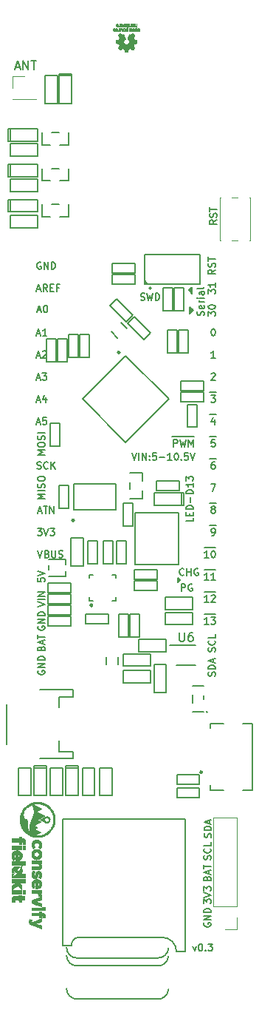
<source format=gbr>
G04 #@! TF.FileFunction,Legend,Top*
%FSLAX46Y46*%
G04 Gerber Fmt 4.6, Leading zero omitted, Abs format (unit mm)*
G04 Created by KiCad (PCBNEW 4.0.6) date 06/09/17 16:23:24*
%MOMM*%
%LPD*%
G01*
G04 APERTURE LIST*
%ADD10C,0.100000*%
%ADD11C,0.200000*%
%ADD12C,0.150000*%
%ADD13C,0.127000*%
%ADD14C,0.300000*%
%ADD15C,0.010000*%
%ADD16C,0.120000*%
G04 APERTURE END LIST*
D10*
D11*
X25543Y73544133D02*
X501734Y73544133D01*
X-69695Y73258419D02*
X263638Y74258419D01*
X596972Y73258419D01*
X930305Y73258419D02*
X930305Y74258419D01*
X1501734Y73258419D01*
X1501734Y74258419D01*
X1835067Y74258419D02*
X2406496Y74258419D01*
X2120781Y73258419D02*
X2120781Y74258419D01*
D12*
X21700000Y-24391523D02*
X21661905Y-24467714D01*
X21661905Y-24581999D01*
X21700000Y-24696285D01*
X21776190Y-24772476D01*
X21852381Y-24810571D01*
X22004762Y-24848666D01*
X22119048Y-24848666D01*
X22271429Y-24810571D01*
X22347619Y-24772476D01*
X22423810Y-24696285D01*
X22461905Y-24581999D01*
X22461905Y-24505809D01*
X22423810Y-24391523D01*
X22385714Y-24353428D01*
X22119048Y-24353428D01*
X22119048Y-24505809D01*
X22461905Y-24010571D02*
X21661905Y-24010571D01*
X22461905Y-23553428D01*
X21661905Y-23553428D01*
X22461905Y-23172476D02*
X21661905Y-23172476D01*
X21661905Y-22982000D01*
X21700000Y-22867714D01*
X21776190Y-22791523D01*
X21852381Y-22753428D01*
X22004762Y-22715333D01*
X22119048Y-22715333D01*
X22271429Y-22753428D01*
X22347619Y-22791523D01*
X22423810Y-22867714D01*
X22461905Y-22982000D01*
X22461905Y-23172476D01*
X21661905Y-22172476D02*
X21661905Y-21677238D01*
X21966667Y-21943905D01*
X21966667Y-21829619D01*
X22004762Y-21753429D01*
X22042857Y-21715333D01*
X22119048Y-21677238D01*
X22309524Y-21677238D01*
X22385714Y-21715333D01*
X22423810Y-21753429D01*
X22461905Y-21829619D01*
X22461905Y-22058191D01*
X22423810Y-22134381D01*
X22385714Y-22172476D01*
X21661905Y-21448667D02*
X22461905Y-21182000D01*
X21661905Y-20915333D01*
X21661905Y-20724857D02*
X21661905Y-20229619D01*
X21966667Y-20496286D01*
X21966667Y-20382000D01*
X22004762Y-20305810D01*
X22042857Y-20267714D01*
X22119048Y-20229619D01*
X22309524Y-20229619D01*
X22385714Y-20267714D01*
X22423810Y-20305810D01*
X22461905Y-20382000D01*
X22461905Y-20610572D01*
X22423810Y-20686762D01*
X22385714Y-20724857D01*
X22042857Y-19272476D02*
X22080952Y-19158190D01*
X22119048Y-19120095D01*
X22195238Y-19082000D01*
X22309524Y-19082000D01*
X22385714Y-19120095D01*
X22423810Y-19158190D01*
X22461905Y-19234381D01*
X22461905Y-19539143D01*
X21661905Y-19539143D01*
X21661905Y-19272476D01*
X21700000Y-19196286D01*
X21738095Y-19158190D01*
X21814286Y-19120095D01*
X21890476Y-19120095D01*
X21966667Y-19158190D01*
X22004762Y-19196286D01*
X22042857Y-19272476D01*
X22042857Y-19539143D01*
X22233333Y-18777238D02*
X22233333Y-18396286D01*
X22461905Y-18853429D02*
X21661905Y-18586762D01*
X22461905Y-18320095D01*
X21661905Y-18167715D02*
X21661905Y-17710572D01*
X22461905Y-17939143D02*
X21661905Y-17939143D01*
X22423810Y-17134381D02*
X22461905Y-17020095D01*
X22461905Y-16829619D01*
X22423810Y-16753429D01*
X22385714Y-16715333D01*
X22309524Y-16677238D01*
X22233333Y-16677238D01*
X22157143Y-16715333D01*
X22119048Y-16753429D01*
X22080952Y-16829619D01*
X22042857Y-16982000D01*
X22004762Y-17058191D01*
X21966667Y-17096286D01*
X21890476Y-17134381D01*
X21814286Y-17134381D01*
X21738095Y-17096286D01*
X21700000Y-17058191D01*
X21661905Y-16982000D01*
X21661905Y-16791524D01*
X21700000Y-16677238D01*
X22385714Y-15877238D02*
X22423810Y-15915333D01*
X22461905Y-16029619D01*
X22461905Y-16105809D01*
X22423810Y-16220095D01*
X22347619Y-16296286D01*
X22271429Y-16334381D01*
X22119048Y-16372476D01*
X22004762Y-16372476D01*
X21852381Y-16334381D01*
X21776190Y-16296286D01*
X21700000Y-16220095D01*
X21661905Y-16105809D01*
X21661905Y-16029619D01*
X21700000Y-15915333D01*
X21738095Y-15877238D01*
X22461905Y-15153428D02*
X22461905Y-15534381D01*
X21661905Y-15534381D01*
X22473810Y-14603428D02*
X22511905Y-14489142D01*
X22511905Y-14298666D01*
X22473810Y-14222476D01*
X22435714Y-14184380D01*
X22359524Y-14146285D01*
X22283333Y-14146285D01*
X22207143Y-14184380D01*
X22169048Y-14222476D01*
X22130952Y-14298666D01*
X22092857Y-14451047D01*
X22054762Y-14527238D01*
X22016667Y-14565333D01*
X21940476Y-14603428D01*
X21864286Y-14603428D01*
X21788095Y-14565333D01*
X21750000Y-14527238D01*
X21711905Y-14451047D01*
X21711905Y-14260571D01*
X21750000Y-14146285D01*
X22511905Y-13803428D02*
X21711905Y-13803428D01*
X21711905Y-13612952D01*
X21750000Y-13498666D01*
X21826190Y-13422475D01*
X21902381Y-13384380D01*
X22054762Y-13346285D01*
X22169048Y-13346285D01*
X22321429Y-13384380D01*
X22397619Y-13422475D01*
X22473810Y-13498666D01*
X22511905Y-13612952D01*
X22511905Y-13803428D01*
X22283333Y-13041523D02*
X22283333Y-12660571D01*
X22511905Y-13117714D02*
X21711905Y-12851047D01*
X22511905Y-12584380D01*
X20396343Y-27057371D02*
X20586819Y-27590705D01*
X20777295Y-27057371D01*
X21234438Y-26790705D02*
X21310629Y-26790705D01*
X21386819Y-26828800D01*
X21424914Y-26866895D01*
X21463010Y-26943086D01*
X21501105Y-27095467D01*
X21501105Y-27285943D01*
X21463010Y-27438324D01*
X21424914Y-27514514D01*
X21386819Y-27552610D01*
X21310629Y-27590705D01*
X21234438Y-27590705D01*
X21158248Y-27552610D01*
X21120152Y-27514514D01*
X21082057Y-27438324D01*
X21043962Y-27285943D01*
X21043962Y-27095467D01*
X21082057Y-26943086D01*
X21120152Y-26866895D01*
X21158248Y-26828800D01*
X21234438Y-26790705D01*
X21843962Y-27514514D02*
X21882057Y-27552610D01*
X21843962Y-27590705D01*
X21805867Y-27552610D01*
X21843962Y-27514514D01*
X21843962Y-27590705D01*
X22148724Y-26790705D02*
X22643962Y-26790705D01*
X22377295Y-27095467D01*
X22491581Y-27095467D01*
X22567771Y-27133562D01*
X22605867Y-27171657D01*
X22643962Y-27247848D01*
X22643962Y-27438324D01*
X22605867Y-27514514D01*
X22567771Y-27552610D01*
X22491581Y-27590705D01*
X22263009Y-27590705D01*
X22186819Y-27552610D01*
X22148724Y-27514514D01*
X20427905Y21958572D02*
X20427905Y21577619D01*
X19627905Y21577619D01*
X20008857Y22225238D02*
X20008857Y22491905D01*
X20427905Y22606191D02*
X20427905Y22225238D01*
X19627905Y22225238D01*
X19627905Y22606191D01*
X20427905Y22949048D02*
X19627905Y22949048D01*
X19627905Y23139524D01*
X19666000Y23253810D01*
X19742190Y23330001D01*
X19818381Y23368096D01*
X19970762Y23406191D01*
X20085048Y23406191D01*
X20237429Y23368096D01*
X20313619Y23330001D01*
X20389810Y23253810D01*
X20427905Y23139524D01*
X20427905Y22949048D01*
X20123143Y23749048D02*
X20123143Y24358572D01*
X20427905Y24739524D02*
X19627905Y24739524D01*
X19627905Y24930000D01*
X19666000Y25044286D01*
X19742190Y25120477D01*
X19818381Y25158572D01*
X19970762Y25196667D01*
X20085048Y25196667D01*
X20237429Y25158572D01*
X20313619Y25120477D01*
X20389810Y25044286D01*
X20427905Y24930000D01*
X20427905Y24739524D01*
X20427905Y25958572D02*
X20427905Y25501429D01*
X20427905Y25730000D02*
X19627905Y25730000D01*
X19742190Y25653810D01*
X19818381Y25577619D01*
X19856476Y25501429D01*
X19627905Y26225239D02*
X19627905Y26720477D01*
X19932667Y26453810D01*
X19932667Y26568096D01*
X19970762Y26644286D01*
X20008857Y26682382D01*
X20085048Y26720477D01*
X20275524Y26720477D01*
X20351714Y26682382D01*
X20389810Y26644286D01*
X20427905Y26568096D01*
X20427905Y26339524D01*
X20389810Y26263334D01*
X20351714Y26225239D01*
X13398953Y29394095D02*
X13665620Y28594095D01*
X13932287Y29394095D01*
X14198953Y28594095D02*
X14198953Y29394095D01*
X14579905Y28594095D02*
X14579905Y29394095D01*
X15037048Y28594095D01*
X15037048Y29394095D01*
X15418000Y28670286D02*
X15456095Y28632190D01*
X15418000Y28594095D01*
X15379905Y28632190D01*
X15418000Y28670286D01*
X15418000Y28594095D01*
X15418000Y29089333D02*
X15456095Y29051238D01*
X15418000Y29013143D01*
X15379905Y29051238D01*
X15418000Y29089333D01*
X15418000Y29013143D01*
X16179905Y29394095D02*
X15798952Y29394095D01*
X15760857Y29013143D01*
X15798952Y29051238D01*
X15875143Y29089333D01*
X16065619Y29089333D01*
X16141809Y29051238D01*
X16179905Y29013143D01*
X16218000Y28936952D01*
X16218000Y28746476D01*
X16179905Y28670286D01*
X16141809Y28632190D01*
X16065619Y28594095D01*
X15875143Y28594095D01*
X15798952Y28632190D01*
X15760857Y28670286D01*
X16560857Y28898857D02*
X17170381Y28898857D01*
X17970381Y28594095D02*
X17513238Y28594095D01*
X17741809Y28594095D02*
X17741809Y29394095D01*
X17665619Y29279810D01*
X17589428Y29203619D01*
X17513238Y29165524D01*
X18465619Y29394095D02*
X18541810Y29394095D01*
X18618000Y29356000D01*
X18656095Y29317905D01*
X18694191Y29241714D01*
X18732286Y29089333D01*
X18732286Y28898857D01*
X18694191Y28746476D01*
X18656095Y28670286D01*
X18618000Y28632190D01*
X18541810Y28594095D01*
X18465619Y28594095D01*
X18389429Y28632190D01*
X18351333Y28670286D01*
X18313238Y28746476D01*
X18275143Y28898857D01*
X18275143Y29089333D01*
X18313238Y29241714D01*
X18351333Y29317905D01*
X18389429Y29356000D01*
X18465619Y29394095D01*
X19075143Y28670286D02*
X19113238Y28632190D01*
X19075143Y28594095D01*
X19037048Y28632190D01*
X19075143Y28670286D01*
X19075143Y28594095D01*
X19837048Y29394095D02*
X19456095Y29394095D01*
X19418000Y29013143D01*
X19456095Y29051238D01*
X19532286Y29089333D01*
X19722762Y29089333D01*
X19798952Y29051238D01*
X19837048Y29013143D01*
X19875143Y28936952D01*
X19875143Y28746476D01*
X19837048Y28670286D01*
X19798952Y28632190D01*
X19722762Y28594095D01*
X19532286Y28594095D01*
X19456095Y28632190D01*
X19418000Y28670286D01*
X20103714Y29394095D02*
X20370381Y28594095D01*
X20637048Y29394095D01*
D11*
X18034000Y31242000D02*
X20574000Y31242000D01*
D12*
X18180190Y30118095D02*
X18180190Y30918095D01*
X18484952Y30918095D01*
X18561143Y30880000D01*
X18599238Y30841905D01*
X18637333Y30765714D01*
X18637333Y30651429D01*
X18599238Y30575238D01*
X18561143Y30537143D01*
X18484952Y30499048D01*
X18180190Y30499048D01*
X18904000Y30918095D02*
X19094476Y30118095D01*
X19246857Y30689524D01*
X19399238Y30118095D01*
X19589714Y30918095D01*
X19894476Y30118095D02*
X19894476Y30918095D01*
X20161143Y30346667D01*
X20427810Y30918095D01*
X20427810Y30118095D01*
D11*
X19939000Y48006000D02*
X20320000Y47879000D01*
X19939000Y48006000D02*
X20320000Y48133000D01*
X20320000Y47625000D02*
X19939000Y48006000D01*
X20320000Y48387000D02*
X20320000Y47625000D01*
X19939000Y48006000D02*
X20320000Y48387000D01*
X20447000Y45720000D02*
X20066000Y45593000D01*
X20447000Y45720000D02*
X20066000Y45847000D01*
X20066000Y45339000D02*
X20447000Y45720000D01*
X20066000Y46101000D02*
X20066000Y45339000D01*
X20447000Y45720000D02*
X20066000Y46101000D01*
X21717000Y10922000D02*
X22987000Y10922000D01*
X21717000Y13462000D02*
X22987000Y13462000D01*
X21717000Y16002000D02*
X22987000Y16002000D01*
X21717000Y18542000D02*
X22987000Y18542000D01*
X22352000Y21082000D02*
X23114000Y21082000D01*
X22352000Y23622000D02*
X23114000Y23622000D01*
X22352000Y28702000D02*
X23114000Y28702000D01*
X22352000Y31242000D02*
X23114000Y31242000D01*
X22352000Y33782000D02*
X23114000Y33782000D01*
X22352000Y36322000D02*
X23114000Y36322000D01*
D12*
X21659810Y45155048D02*
X21697905Y45269334D01*
X21697905Y45459810D01*
X21659810Y45536000D01*
X21621714Y45574096D01*
X21545524Y45612191D01*
X21469333Y45612191D01*
X21393143Y45574096D01*
X21355048Y45536000D01*
X21316952Y45459810D01*
X21278857Y45307429D01*
X21240762Y45231238D01*
X21202667Y45193143D01*
X21126476Y45155048D01*
X21050286Y45155048D01*
X20974095Y45193143D01*
X20936000Y45231238D01*
X20897905Y45307429D01*
X20897905Y45497905D01*
X20936000Y45612191D01*
X21659810Y46259810D02*
X21697905Y46183620D01*
X21697905Y46031239D01*
X21659810Y45955048D01*
X21583619Y45916953D01*
X21278857Y45916953D01*
X21202667Y45955048D01*
X21164571Y46031239D01*
X21164571Y46183620D01*
X21202667Y46259810D01*
X21278857Y46297905D01*
X21355048Y46297905D01*
X21431238Y45916953D01*
X21697905Y46640762D02*
X21164571Y46640762D01*
X21316952Y46640762D02*
X21240762Y46678857D01*
X21202667Y46716953D01*
X21164571Y46793143D01*
X21164571Y46869334D01*
X21697905Y47136000D02*
X21164571Y47136000D01*
X20897905Y47136000D02*
X20936000Y47097905D01*
X20974095Y47136000D01*
X20936000Y47174095D01*
X20897905Y47136000D01*
X20974095Y47136000D01*
X21697905Y47859809D02*
X21278857Y47859809D01*
X21202667Y47821714D01*
X21164571Y47745524D01*
X21164571Y47593143D01*
X21202667Y47516952D01*
X21659810Y47859809D02*
X21697905Y47783619D01*
X21697905Y47593143D01*
X21659810Y47516952D01*
X21583619Y47478857D01*
X21507429Y47478857D01*
X21431238Y47516952D01*
X21393143Y47593143D01*
X21393143Y47783619D01*
X21355048Y47859809D01*
X21697905Y48355048D02*
X21659810Y48278857D01*
X21583619Y48240762D01*
X20897905Y48240762D01*
X23120305Y56051505D02*
X22739352Y55784838D01*
X23120305Y55594362D02*
X22320305Y55594362D01*
X22320305Y55899124D01*
X22358400Y55975315D01*
X22396495Y56013410D01*
X22472686Y56051505D01*
X22586971Y56051505D01*
X22663162Y56013410D01*
X22701257Y55975315D01*
X22739352Y55899124D01*
X22739352Y55594362D01*
X23082210Y56356267D02*
X23120305Y56470553D01*
X23120305Y56661029D01*
X23082210Y56737219D01*
X23044114Y56775315D01*
X22967924Y56813410D01*
X22891733Y56813410D01*
X22815543Y56775315D01*
X22777448Y56737219D01*
X22739352Y56661029D01*
X22701257Y56508648D01*
X22663162Y56432457D01*
X22625067Y56394362D01*
X22548876Y56356267D01*
X22472686Y56356267D01*
X22396495Y56394362D01*
X22358400Y56432457D01*
X22320305Y56508648D01*
X22320305Y56699124D01*
X22358400Y56813410D01*
X22320305Y57041981D02*
X22320305Y57499124D01*
X23120305Y57270553D02*
X22320305Y57270553D01*
X2648000Y4470477D02*
X2609905Y4394286D01*
X2609905Y4280001D01*
X2648000Y4165715D01*
X2724190Y4089524D01*
X2800381Y4051429D01*
X2952762Y4013334D01*
X3067048Y4013334D01*
X3219429Y4051429D01*
X3295619Y4089524D01*
X3371810Y4165715D01*
X3409905Y4280001D01*
X3409905Y4356191D01*
X3371810Y4470477D01*
X3333714Y4508572D01*
X3067048Y4508572D01*
X3067048Y4356191D01*
X3409905Y4851429D02*
X2609905Y4851429D01*
X3409905Y5308572D01*
X2609905Y5308572D01*
X3409905Y5689524D02*
X2609905Y5689524D01*
X2609905Y5880000D01*
X2648000Y5994286D01*
X2724190Y6070477D01*
X2800381Y6108572D01*
X2952762Y6146667D01*
X3067048Y6146667D01*
X3219429Y6108572D01*
X3295619Y6070477D01*
X3371810Y5994286D01*
X3409905Y5880000D01*
X3409905Y5689524D01*
X22923477Y30918095D02*
X22542524Y30918095D01*
X22504429Y30537143D01*
X22542524Y30575238D01*
X22618715Y30613333D01*
X22809191Y30613333D01*
X22885381Y30575238D01*
X22923477Y30537143D01*
X22961572Y30460952D01*
X22961572Y30270476D01*
X22923477Y30194286D01*
X22885381Y30156190D01*
X22809191Y30118095D01*
X22618715Y30118095D01*
X22542524Y30156190D01*
X22504429Y30194286D01*
X22885381Y33191429D02*
X22885381Y32658095D01*
X22694905Y33496190D02*
X22504429Y32924762D01*
X22999667Y32924762D01*
X22504429Y38461905D02*
X22542524Y38500000D01*
X22618715Y38538095D01*
X22809191Y38538095D01*
X22885381Y38500000D01*
X22923477Y38461905D01*
X22961572Y38385714D01*
X22961572Y38309524D01*
X22923477Y38195238D01*
X22466334Y37738095D01*
X22961572Y37738095D01*
X22967905Y50361905D02*
X22586952Y50095238D01*
X22967905Y49904762D02*
X22167905Y49904762D01*
X22167905Y50209524D01*
X22206000Y50285715D01*
X22244095Y50323810D01*
X22320286Y50361905D01*
X22434571Y50361905D01*
X22510762Y50323810D01*
X22548857Y50285715D01*
X22586952Y50209524D01*
X22586952Y49904762D01*
X22929810Y50666667D02*
X22967905Y50780953D01*
X22967905Y50971429D01*
X22929810Y51047619D01*
X22891714Y51085715D01*
X22815524Y51123810D01*
X22739333Y51123810D01*
X22663143Y51085715D01*
X22625048Y51047619D01*
X22586952Y50971429D01*
X22548857Y50819048D01*
X22510762Y50742857D01*
X22472667Y50704762D01*
X22396476Y50666667D01*
X22320286Y50666667D01*
X22244095Y50704762D01*
X22206000Y50742857D01*
X22167905Y50819048D01*
X22167905Y51009524D01*
X22206000Y51123810D01*
X22167905Y51352381D02*
X22167905Y51809524D01*
X22967905Y51580953D02*
X22167905Y51580953D01*
D11*
X15621000Y48260000D02*
G75*
G03X15621000Y48260000I-127000J0D01*
G01*
D12*
X2946477Y51200000D02*
X2870286Y51238095D01*
X2756001Y51238095D01*
X2641715Y51200000D01*
X2565524Y51123810D01*
X2527429Y51047619D01*
X2489334Y50895238D01*
X2489334Y50780952D01*
X2527429Y50628571D01*
X2565524Y50552381D01*
X2641715Y50476190D01*
X2756001Y50438095D01*
X2832191Y50438095D01*
X2946477Y50476190D01*
X2984572Y50514286D01*
X2984572Y50780952D01*
X2832191Y50780952D01*
X3327429Y50438095D02*
X3327429Y51238095D01*
X3784572Y50438095D01*
X3784572Y51238095D01*
X4165524Y50438095D02*
X4165524Y51238095D01*
X4356000Y51238095D01*
X4470286Y51200000D01*
X4546477Y51123810D01*
X4584572Y51047619D01*
X4622667Y50895238D01*
X4622667Y50780952D01*
X4584572Y50628571D01*
X4546477Y50552381D01*
X4470286Y50476190D01*
X4356000Y50438095D01*
X4165524Y50438095D01*
X2641715Y22726667D02*
X3022667Y22726667D01*
X2565524Y22498095D02*
X2832191Y23298095D01*
X3098858Y22498095D01*
X3251238Y23298095D02*
X3708381Y23298095D01*
X3479810Y22498095D02*
X3479810Y23298095D01*
X3975048Y22498095D02*
X3975048Y23298095D01*
X4432191Y22498095D01*
X4432191Y23298095D01*
X14408286Y46920190D02*
X14522572Y46882095D01*
X14713048Y46882095D01*
X14789238Y46920190D01*
X14827334Y46958286D01*
X14865429Y47034476D01*
X14865429Y47110667D01*
X14827334Y47186857D01*
X14789238Y47224952D01*
X14713048Y47263048D01*
X14560667Y47301143D01*
X14484476Y47339238D01*
X14446381Y47377333D01*
X14408286Y47453524D01*
X14408286Y47529714D01*
X14446381Y47605905D01*
X14484476Y47644000D01*
X14560667Y47682095D01*
X14751143Y47682095D01*
X14865429Y47644000D01*
X15132096Y47682095D02*
X15322572Y46882095D01*
X15474953Y47453524D01*
X15627334Y46882095D01*
X15817810Y47682095D01*
X16122572Y46882095D02*
X16122572Y47682095D01*
X16313048Y47682095D01*
X16427334Y47644000D01*
X16503525Y47567810D01*
X16541620Y47491619D01*
X16579715Y47339238D01*
X16579715Y47224952D01*
X16541620Y47072571D01*
X16503525Y46996381D01*
X16427334Y46920190D01*
X16313048Y46882095D01*
X16122572Y46882095D01*
X22929810Y6667619D02*
X22967905Y6781905D01*
X22967905Y6972381D01*
X22929810Y7048571D01*
X22891714Y7086667D01*
X22815524Y7124762D01*
X22739333Y7124762D01*
X22663143Y7086667D01*
X22625048Y7048571D01*
X22586952Y6972381D01*
X22548857Y6820000D01*
X22510762Y6743809D01*
X22472667Y6705714D01*
X22396476Y6667619D01*
X22320286Y6667619D01*
X22244095Y6705714D01*
X22206000Y6743809D01*
X22167905Y6820000D01*
X22167905Y7010476D01*
X22206000Y7124762D01*
X22891714Y7924762D02*
X22929810Y7886667D01*
X22967905Y7772381D01*
X22967905Y7696191D01*
X22929810Y7581905D01*
X22853619Y7505714D01*
X22777429Y7467619D01*
X22625048Y7429524D01*
X22510762Y7429524D01*
X22358381Y7467619D01*
X22282190Y7505714D01*
X22206000Y7581905D01*
X22167905Y7696191D01*
X22167905Y7772381D01*
X22206000Y7886667D01*
X22244095Y7924762D01*
X22967905Y8648572D02*
X22967905Y8267619D01*
X22167905Y8267619D01*
X22929810Y3854572D02*
X22967905Y3968858D01*
X22967905Y4159334D01*
X22929810Y4235524D01*
X22891714Y4273620D01*
X22815524Y4311715D01*
X22739333Y4311715D01*
X22663143Y4273620D01*
X22625048Y4235524D01*
X22586952Y4159334D01*
X22548857Y4006953D01*
X22510762Y3930762D01*
X22472667Y3892667D01*
X22396476Y3854572D01*
X22320286Y3854572D01*
X22244095Y3892667D01*
X22206000Y3930762D01*
X22167905Y4006953D01*
X22167905Y4197429D01*
X22206000Y4311715D01*
X22967905Y4654572D02*
X22167905Y4654572D01*
X22167905Y4845048D01*
X22206000Y4959334D01*
X22282190Y5035525D01*
X22358381Y5073620D01*
X22510762Y5111715D01*
X22625048Y5111715D01*
X22777429Y5073620D01*
X22853619Y5035525D01*
X22929810Y4959334D01*
X22967905Y4845048D01*
X22967905Y4654572D01*
X22739333Y5416477D02*
X22739333Y5797429D01*
X22967905Y5340286D02*
X22167905Y5606953D01*
X22967905Y5873620D01*
X22199619Y9798095D02*
X21742476Y9798095D01*
X21971047Y9798095D02*
X21971047Y10598095D01*
X21894857Y10483810D01*
X21818666Y10407619D01*
X21742476Y10369524D01*
X22466286Y10598095D02*
X22961524Y10598095D01*
X22694857Y10293333D01*
X22809143Y10293333D01*
X22885333Y10255238D01*
X22923429Y10217143D01*
X22961524Y10140952D01*
X22961524Y9950476D01*
X22923429Y9874286D01*
X22885333Y9836190D01*
X22809143Y9798095D01*
X22580571Y9798095D01*
X22504381Y9836190D01*
X22466286Y9874286D01*
X22199619Y12338095D02*
X21742476Y12338095D01*
X21971047Y12338095D02*
X21971047Y13138095D01*
X21894857Y13023810D01*
X21818666Y12947619D01*
X21742476Y12909524D01*
X22504381Y13061905D02*
X22542476Y13100000D01*
X22618667Y13138095D01*
X22809143Y13138095D01*
X22885333Y13100000D01*
X22923429Y13061905D01*
X22961524Y12985714D01*
X22961524Y12909524D01*
X22923429Y12795238D01*
X22466286Y12338095D01*
X22961524Y12338095D01*
X22199619Y14878095D02*
X21742476Y14878095D01*
X21971047Y14878095D02*
X21971047Y15678095D01*
X21894857Y15563810D01*
X21818666Y15487619D01*
X21742476Y15449524D01*
X22961524Y14878095D02*
X22504381Y14878095D01*
X22732952Y14878095D02*
X22732952Y15678095D01*
X22656762Y15563810D01*
X22580571Y15487619D01*
X22504381Y15449524D01*
X22199619Y17418095D02*
X21742476Y17418095D01*
X21971047Y17418095D02*
X21971047Y18218095D01*
X21894857Y18103810D01*
X21818666Y18027619D01*
X21742476Y17989524D01*
X22694857Y18218095D02*
X22771048Y18218095D01*
X22847238Y18180000D01*
X22885333Y18141905D01*
X22923429Y18065714D01*
X22961524Y17913333D01*
X22961524Y17722857D01*
X22923429Y17570476D01*
X22885333Y17494286D01*
X22847238Y17456190D01*
X22771048Y17418095D01*
X22694857Y17418095D01*
X22618667Y17456190D01*
X22580571Y17494286D01*
X22542476Y17570476D01*
X22504381Y17722857D01*
X22504381Y17913333D01*
X22542476Y18065714D01*
X22580571Y18141905D01*
X22618667Y18180000D01*
X22694857Y18218095D01*
X22580619Y19958095D02*
X22733000Y19958095D01*
X22809191Y19996190D01*
X22847286Y20034286D01*
X22923477Y20148571D01*
X22961572Y20300952D01*
X22961572Y20605714D01*
X22923477Y20681905D01*
X22885381Y20720000D01*
X22809191Y20758095D01*
X22656810Y20758095D01*
X22580619Y20720000D01*
X22542524Y20681905D01*
X22504429Y20605714D01*
X22504429Y20415238D01*
X22542524Y20339048D01*
X22580619Y20300952D01*
X22656810Y20262857D01*
X22809191Y20262857D01*
X22885381Y20300952D01*
X22923477Y20339048D01*
X22961572Y20415238D01*
X22656810Y22955238D02*
X22580619Y22993333D01*
X22542524Y23031429D01*
X22504429Y23107619D01*
X22504429Y23145714D01*
X22542524Y23221905D01*
X22580619Y23260000D01*
X22656810Y23298095D01*
X22809191Y23298095D01*
X22885381Y23260000D01*
X22923477Y23221905D01*
X22961572Y23145714D01*
X22961572Y23107619D01*
X22923477Y23031429D01*
X22885381Y22993333D01*
X22809191Y22955238D01*
X22656810Y22955238D01*
X22580619Y22917143D01*
X22542524Y22879048D01*
X22504429Y22802857D01*
X22504429Y22650476D01*
X22542524Y22574286D01*
X22580619Y22536190D01*
X22656810Y22498095D01*
X22809191Y22498095D01*
X22885381Y22536190D01*
X22923477Y22574286D01*
X22961572Y22650476D01*
X22961572Y22802857D01*
X22923477Y22879048D01*
X22885381Y22917143D01*
X22809191Y22955238D01*
X22466334Y25838095D02*
X22999667Y25838095D01*
X22656810Y25038095D01*
X22885381Y28378095D02*
X22733000Y28378095D01*
X22656810Y28340000D01*
X22618715Y28301905D01*
X22542524Y28187619D01*
X22504429Y28035238D01*
X22504429Y27730476D01*
X22542524Y27654286D01*
X22580619Y27616190D01*
X22656810Y27578095D01*
X22809191Y27578095D01*
X22885381Y27616190D01*
X22923477Y27654286D01*
X22961572Y27730476D01*
X22961572Y27920952D01*
X22923477Y27997143D01*
X22885381Y28035238D01*
X22809191Y28073333D01*
X22656810Y28073333D01*
X22580619Y28035238D01*
X22542524Y27997143D01*
X22504429Y27920952D01*
X22167905Y47612381D02*
X22167905Y48107619D01*
X22472667Y47840952D01*
X22472667Y47955238D01*
X22510762Y48031428D01*
X22548857Y48069524D01*
X22625048Y48107619D01*
X22815524Y48107619D01*
X22891714Y48069524D01*
X22929810Y48031428D01*
X22967905Y47955238D01*
X22967905Y47726666D01*
X22929810Y47650476D01*
X22891714Y47612381D01*
X22967905Y48869524D02*
X22967905Y48412381D01*
X22967905Y48640952D02*
X22167905Y48640952D01*
X22282190Y48564762D01*
X22358381Y48488571D01*
X22396476Y48412381D01*
X22466334Y35998095D02*
X22961572Y35998095D01*
X22694905Y35693333D01*
X22809191Y35693333D01*
X22885381Y35655238D01*
X22923477Y35617143D01*
X22961572Y35540952D01*
X22961572Y35350476D01*
X22923477Y35274286D01*
X22885381Y35236190D01*
X22809191Y35198095D01*
X22580619Y35198095D01*
X22504429Y35236190D01*
X22466334Y35274286D01*
X22167905Y45072381D02*
X22167905Y45567619D01*
X22472667Y45300952D01*
X22472667Y45415238D01*
X22510762Y45491428D01*
X22548857Y45529524D01*
X22625048Y45567619D01*
X22815524Y45567619D01*
X22891714Y45529524D01*
X22929810Y45491428D01*
X22967905Y45415238D01*
X22967905Y45186666D01*
X22929810Y45110476D01*
X22891714Y45072381D01*
X22167905Y46062857D02*
X22167905Y46139048D01*
X22206000Y46215238D01*
X22244095Y46253333D01*
X22320286Y46291429D01*
X22472667Y46329524D01*
X22663143Y46329524D01*
X22815524Y46291429D01*
X22891714Y46253333D01*
X22929810Y46215238D01*
X22967905Y46139048D01*
X22967905Y46062857D01*
X22929810Y45986667D01*
X22891714Y45948571D01*
X22815524Y45910476D01*
X22663143Y45872381D01*
X22472667Y45872381D01*
X22320286Y45910476D01*
X22244095Y45948571D01*
X22206000Y45986667D01*
X22167905Y46062857D01*
X22961572Y40278095D02*
X22504429Y40278095D01*
X22733000Y40278095D02*
X22733000Y41078095D01*
X22656810Y40963810D01*
X22580619Y40887619D01*
X22504429Y40849524D01*
X22694905Y43618095D02*
X22771096Y43618095D01*
X22847286Y43580000D01*
X22885381Y43541905D01*
X22923477Y43465714D01*
X22961572Y43313333D01*
X22961572Y43122857D01*
X22923477Y42970476D01*
X22885381Y42894286D01*
X22847286Y42856190D01*
X22771096Y42818095D01*
X22694905Y42818095D01*
X22618715Y42856190D01*
X22580619Y42894286D01*
X22542524Y42970476D01*
X22504429Y43122857D01*
X22504429Y43313333D01*
X22542524Y43465714D01*
X22580619Y43541905D01*
X22618715Y43580000D01*
X22694905Y43618095D01*
X2609905Y15087620D02*
X2609905Y14706667D01*
X2990857Y14668572D01*
X2952762Y14706667D01*
X2914667Y14782858D01*
X2914667Y14973334D01*
X2952762Y15049524D01*
X2990857Y15087620D01*
X3067048Y15125715D01*
X3257524Y15125715D01*
X3333714Y15087620D01*
X3371810Y15049524D01*
X3409905Y14973334D01*
X3409905Y14782858D01*
X3371810Y14706667D01*
X3333714Y14668572D01*
X2609905Y15354286D02*
X3409905Y15620953D01*
X2609905Y15887620D01*
X2565524Y20758095D02*
X3060762Y20758095D01*
X2794095Y20453333D01*
X2908381Y20453333D01*
X2984571Y20415238D01*
X3022667Y20377143D01*
X3060762Y20300952D01*
X3060762Y20110476D01*
X3022667Y20034286D01*
X2984571Y19996190D01*
X2908381Y19958095D01*
X2679809Y19958095D01*
X2603619Y19996190D01*
X2565524Y20034286D01*
X3289333Y20758095D02*
X3556000Y19958095D01*
X3822667Y20758095D01*
X4013143Y20758095D02*
X4508381Y20758095D01*
X4241714Y20453333D01*
X4356000Y20453333D01*
X4432190Y20415238D01*
X4470286Y20377143D01*
X4508381Y20300952D01*
X4508381Y20110476D01*
X4470286Y20034286D01*
X4432190Y19996190D01*
X4356000Y19958095D01*
X4127428Y19958095D01*
X4051238Y19996190D01*
X4013143Y20034286D01*
X2597333Y18218095D02*
X2864000Y17418095D01*
X3130667Y18218095D01*
X3664000Y17837143D02*
X3778286Y17799048D01*
X3816381Y17760952D01*
X3854476Y17684762D01*
X3854476Y17570476D01*
X3816381Y17494286D01*
X3778286Y17456190D01*
X3702095Y17418095D01*
X3397333Y17418095D01*
X3397333Y18218095D01*
X3664000Y18218095D01*
X3740190Y18180000D01*
X3778286Y18141905D01*
X3816381Y18065714D01*
X3816381Y17989524D01*
X3778286Y17913333D01*
X3740190Y17875238D01*
X3664000Y17837143D01*
X3397333Y17837143D01*
X4197333Y18218095D02*
X4197333Y17570476D01*
X4235428Y17494286D01*
X4273524Y17456190D01*
X4349714Y17418095D01*
X4502095Y17418095D01*
X4578286Y17456190D01*
X4616381Y17494286D01*
X4654476Y17570476D01*
X4654476Y18218095D01*
X4997333Y17456190D02*
X5111619Y17418095D01*
X5302095Y17418095D01*
X5378285Y17456190D01*
X5416381Y17494286D01*
X5454476Y17570476D01*
X5454476Y17646667D01*
X5416381Y17722857D01*
X5378285Y17760952D01*
X5302095Y17799048D01*
X5149714Y17837143D01*
X5073523Y17875238D01*
X5035428Y17913333D01*
X4997333Y17989524D01*
X4997333Y18065714D01*
X5035428Y18141905D01*
X5073523Y18180000D01*
X5149714Y18218095D01*
X5340190Y18218095D01*
X5454476Y18180000D01*
X2609905Y11823810D02*
X3409905Y12090477D01*
X2609905Y12357144D01*
X3409905Y12623810D02*
X2609905Y12623810D01*
X3409905Y13004762D02*
X2609905Y13004762D01*
X3409905Y13461905D01*
X2609905Y13461905D01*
X2648000Y9550477D02*
X2609905Y9474286D01*
X2609905Y9360001D01*
X2648000Y9245715D01*
X2724190Y9169524D01*
X2800381Y9131429D01*
X2952762Y9093334D01*
X3067048Y9093334D01*
X3219429Y9131429D01*
X3295619Y9169524D01*
X3371810Y9245715D01*
X3409905Y9360001D01*
X3409905Y9436191D01*
X3371810Y9550477D01*
X3333714Y9588572D01*
X3067048Y9588572D01*
X3067048Y9436191D01*
X3409905Y9931429D02*
X2609905Y9931429D01*
X3409905Y10388572D01*
X2609905Y10388572D01*
X3409905Y10769524D02*
X2609905Y10769524D01*
X2609905Y10960000D01*
X2648000Y11074286D01*
X2724190Y11150477D01*
X2800381Y11188572D01*
X2952762Y11226667D01*
X3067048Y11226667D01*
X3219429Y11188572D01*
X3295619Y11150477D01*
X3371810Y11074286D01*
X3409905Y10960000D01*
X3409905Y10769524D01*
X2990857Y7029524D02*
X3028952Y7143810D01*
X3067048Y7181905D01*
X3143238Y7220000D01*
X3257524Y7220000D01*
X3333714Y7181905D01*
X3371810Y7143810D01*
X3409905Y7067619D01*
X3409905Y6762857D01*
X2609905Y6762857D01*
X2609905Y7029524D01*
X2648000Y7105714D01*
X2686095Y7143810D01*
X2762286Y7181905D01*
X2838476Y7181905D01*
X2914667Y7143810D01*
X2952762Y7105714D01*
X2990857Y7029524D01*
X2990857Y6762857D01*
X3181333Y7524762D02*
X3181333Y7905714D01*
X3409905Y7448571D02*
X2609905Y7715238D01*
X3409905Y7981905D01*
X2609905Y8134285D02*
X2609905Y8591428D01*
X3409905Y8362857D02*
X2609905Y8362857D01*
X3409905Y24142857D02*
X2609905Y24142857D01*
X3181333Y24409524D01*
X2609905Y24676191D01*
X3409905Y24676191D01*
X3409905Y25057143D02*
X2609905Y25057143D01*
X3371810Y25400000D02*
X3409905Y25514286D01*
X3409905Y25704762D01*
X3371810Y25780952D01*
X3333714Y25819048D01*
X3257524Y25857143D01*
X3181333Y25857143D01*
X3105143Y25819048D01*
X3067048Y25780952D01*
X3028952Y25704762D01*
X2990857Y25552381D01*
X2952762Y25476190D01*
X2914667Y25438095D01*
X2838476Y25400000D01*
X2762286Y25400000D01*
X2686095Y25438095D01*
X2648000Y25476190D01*
X2609905Y25552381D01*
X2609905Y25742857D01*
X2648000Y25857143D01*
X2609905Y26352381D02*
X2609905Y26504762D01*
X2648000Y26580953D01*
X2724190Y26657143D01*
X2876571Y26695238D01*
X3143238Y26695238D01*
X3295619Y26657143D01*
X3371810Y26580953D01*
X3409905Y26504762D01*
X3409905Y26352381D01*
X3371810Y26276191D01*
X3295619Y26200000D01*
X3143238Y26161905D01*
X2876571Y26161905D01*
X2724190Y26200000D01*
X2648000Y26276191D01*
X2609905Y26352381D01*
X2527429Y27616190D02*
X2641715Y27578095D01*
X2832191Y27578095D01*
X2908381Y27616190D01*
X2946477Y27654286D01*
X2984572Y27730476D01*
X2984572Y27806667D01*
X2946477Y27882857D01*
X2908381Y27920952D01*
X2832191Y27959048D01*
X2679810Y27997143D01*
X2603619Y28035238D01*
X2565524Y28073333D01*
X2527429Y28149524D01*
X2527429Y28225714D01*
X2565524Y28301905D01*
X2603619Y28340000D01*
X2679810Y28378095D01*
X2870286Y28378095D01*
X2984572Y28340000D01*
X3784572Y27654286D02*
X3746477Y27616190D01*
X3632191Y27578095D01*
X3556001Y27578095D01*
X3441715Y27616190D01*
X3365524Y27692381D01*
X3327429Y27768571D01*
X3289334Y27920952D01*
X3289334Y28035238D01*
X3327429Y28187619D01*
X3365524Y28263810D01*
X3441715Y28340000D01*
X3556001Y28378095D01*
X3632191Y28378095D01*
X3746477Y28340000D01*
X3784572Y28301905D01*
X4127429Y27578095D02*
X4127429Y28378095D01*
X4584572Y27578095D02*
X4241715Y28035238D01*
X4584572Y28378095D02*
X4127429Y27920952D01*
X3409905Y29190476D02*
X2609905Y29190476D01*
X3181333Y29457143D01*
X2609905Y29723810D01*
X3409905Y29723810D01*
X2609905Y30257143D02*
X2609905Y30409524D01*
X2648000Y30485715D01*
X2724190Y30561905D01*
X2876571Y30600000D01*
X3143238Y30600000D01*
X3295619Y30561905D01*
X3371810Y30485715D01*
X3409905Y30409524D01*
X3409905Y30257143D01*
X3371810Y30180953D01*
X3295619Y30104762D01*
X3143238Y30066667D01*
X2876571Y30066667D01*
X2724190Y30104762D01*
X2648000Y30180953D01*
X2609905Y30257143D01*
X3371810Y30904762D02*
X3409905Y31019048D01*
X3409905Y31209524D01*
X3371810Y31285714D01*
X3333714Y31323810D01*
X3257524Y31361905D01*
X3181333Y31361905D01*
X3105143Y31323810D01*
X3067048Y31285714D01*
X3028952Y31209524D01*
X2990857Y31057143D01*
X2952762Y30980952D01*
X2914667Y30942857D01*
X2838476Y30904762D01*
X2762286Y30904762D01*
X2686095Y30942857D01*
X2648000Y30980952D01*
X2609905Y31057143D01*
X2609905Y31247619D01*
X2648000Y31361905D01*
X3409905Y31704762D02*
X2609905Y31704762D01*
X2476572Y35426667D02*
X2857524Y35426667D01*
X2400381Y35198095D02*
X2667048Y35998095D01*
X2933715Y35198095D01*
X3543238Y35731429D02*
X3543238Y35198095D01*
X3352762Y36036190D02*
X3162286Y35464762D01*
X3657524Y35464762D01*
X2476572Y32886667D02*
X2857524Y32886667D01*
X2400381Y32658095D02*
X2667048Y33458095D01*
X2933715Y32658095D01*
X3581334Y33458095D02*
X3200381Y33458095D01*
X3162286Y33077143D01*
X3200381Y33115238D01*
X3276572Y33153333D01*
X3467048Y33153333D01*
X3543238Y33115238D01*
X3581334Y33077143D01*
X3619429Y33000952D01*
X3619429Y32810476D01*
X3581334Y32734286D01*
X3543238Y32696190D01*
X3467048Y32658095D01*
X3276572Y32658095D01*
X3200381Y32696190D01*
X3162286Y32734286D01*
X2476572Y37966667D02*
X2857524Y37966667D01*
X2400381Y37738095D02*
X2667048Y38538095D01*
X2933715Y37738095D01*
X3124191Y38538095D02*
X3619429Y38538095D01*
X3352762Y38233333D01*
X3467048Y38233333D01*
X3543238Y38195238D01*
X3581334Y38157143D01*
X3619429Y38080952D01*
X3619429Y37890476D01*
X3581334Y37814286D01*
X3543238Y37776190D01*
X3467048Y37738095D01*
X3238476Y37738095D01*
X3162286Y37776190D01*
X3124191Y37814286D01*
X2476572Y40506667D02*
X2857524Y40506667D01*
X2400381Y40278095D02*
X2667048Y41078095D01*
X2933715Y40278095D01*
X3162286Y41001905D02*
X3200381Y41040000D01*
X3276572Y41078095D01*
X3467048Y41078095D01*
X3543238Y41040000D01*
X3581334Y41001905D01*
X3619429Y40925714D01*
X3619429Y40849524D01*
X3581334Y40735238D01*
X3124191Y40278095D01*
X3619429Y40278095D01*
X2476572Y43046667D02*
X2857524Y43046667D01*
X2400381Y42818095D02*
X2667048Y43618095D01*
X2933715Y42818095D01*
X3619429Y42818095D02*
X3162286Y42818095D01*
X3390857Y42818095D02*
X3390857Y43618095D01*
X3314667Y43503810D01*
X3238476Y43427619D01*
X3162286Y43389524D01*
X2578572Y45716667D02*
X2959524Y45716667D01*
X2502381Y45488095D02*
X2769048Y46288095D01*
X3035715Y45488095D01*
X3454762Y46288095D02*
X3530953Y46288095D01*
X3607143Y46250000D01*
X3645238Y46211905D01*
X3683334Y46135714D01*
X3721429Y45983333D01*
X3721429Y45792857D01*
X3683334Y45640476D01*
X3645238Y45564286D01*
X3607143Y45526190D01*
X3530953Y45488095D01*
X3454762Y45488095D01*
X3378572Y45526190D01*
X3340476Y45564286D01*
X3302381Y45640476D01*
X3264286Y45792857D01*
X3264286Y45983333D01*
X3302381Y46135714D01*
X3340476Y46211905D01*
X3378572Y46250000D01*
X3454762Y46288095D01*
X2514762Y48126667D02*
X2895714Y48126667D01*
X2438571Y47898095D02*
X2705238Y48698095D01*
X2971905Y47898095D01*
X3695714Y47898095D02*
X3429047Y48279048D01*
X3238571Y47898095D02*
X3238571Y48698095D01*
X3543333Y48698095D01*
X3619524Y48660000D01*
X3657619Y48621905D01*
X3695714Y48545714D01*
X3695714Y48431429D01*
X3657619Y48355238D01*
X3619524Y48317143D01*
X3543333Y48279048D01*
X3238571Y48279048D01*
X4038571Y48317143D02*
X4305238Y48317143D01*
X4419524Y47898095D02*
X4038571Y47898095D01*
X4038571Y48698095D01*
X4419524Y48698095D01*
X5029048Y48317143D02*
X4762381Y48317143D01*
X4762381Y47898095D02*
X4762381Y48698095D01*
X5143334Y48698095D01*
X19075476Y13608095D02*
X19075476Y14408095D01*
X19380238Y14408095D01*
X19456429Y14370000D01*
X19494524Y14331905D01*
X19532619Y14255714D01*
X19532619Y14141429D01*
X19494524Y14065238D01*
X19456429Y14027143D01*
X19380238Y13989048D01*
X19075476Y13989048D01*
X20294524Y14370000D02*
X20218333Y14408095D01*
X20104048Y14408095D01*
X19989762Y14370000D01*
X19913571Y14293810D01*
X19875476Y14217619D01*
X19837381Y14065238D01*
X19837381Y13950952D01*
X19875476Y13798571D01*
X19913571Y13722381D01*
X19989762Y13646190D01*
X20104048Y13608095D01*
X20180238Y13608095D01*
X20294524Y13646190D01*
X20332619Y13684286D01*
X20332619Y13950952D01*
X20180238Y13950952D01*
X19367572Y15462286D02*
X19329477Y15424190D01*
X19215191Y15386095D01*
X19139001Y15386095D01*
X19024715Y15424190D01*
X18948524Y15500381D01*
X18910429Y15576571D01*
X18872334Y15728952D01*
X18872334Y15843238D01*
X18910429Y15995619D01*
X18948524Y16071810D01*
X19024715Y16148000D01*
X19139001Y16186095D01*
X19215191Y16186095D01*
X19329477Y16148000D01*
X19367572Y16109905D01*
X19710429Y15386095D02*
X19710429Y16186095D01*
X19710429Y15805143D02*
X20167572Y15805143D01*
X20167572Y15386095D02*
X20167572Y16186095D01*
X20967572Y16148000D02*
X20891381Y16186095D01*
X20777096Y16186095D01*
X20662810Y16148000D01*
X20586619Y16071810D01*
X20548524Y15995619D01*
X20510429Y15843238D01*
X20510429Y15728952D01*
X20548524Y15576571D01*
X20586619Y15500381D01*
X20662810Y15424190D01*
X20777096Y15386095D01*
X20853286Y15386095D01*
X20967572Y15424190D01*
X21005667Y15462286D01*
X21005667Y15728952D01*
X20853286Y15728952D01*
D13*
X18499720Y-27638400D02*
X19497940Y-27638400D01*
X19497940Y-27638400D02*
X19497940Y-12538100D01*
X19497940Y-12538100D02*
X5500000Y-12538100D01*
X5500000Y-12538100D02*
X5500000Y-26939900D01*
X5500000Y-26939900D02*
X6498220Y-26939900D01*
X7199260Y-26038200D02*
X16899520Y-26038200D01*
X7097660Y-28397860D02*
X16297540Y-28397860D01*
X7097660Y-29299560D02*
X16297540Y-29299560D01*
X7097660Y-33099400D02*
X16297540Y-33099400D01*
X7196720Y-26038200D02*
G75*
G03X6498220Y-26939900I101600J-800100D01*
G01*
X18499720Y-27638400D02*
G75*
G03X16899520Y-26038200I-1600200J0D01*
G01*
X5898780Y-27198980D02*
G75*
G03X7097660Y-28397860I1198880J0D01*
G01*
X16300080Y-28397860D02*
G75*
G03X17598020Y-27298040I99060J1198880D01*
G01*
X5896240Y-28098140D02*
G75*
G03X7097660Y-29299560I1201420J0D01*
G01*
X16297540Y-29297020D02*
G75*
G03X17598020Y-28199740I101600J1198880D01*
G01*
X5896240Y-31897980D02*
G75*
G03X7097660Y-33099400I1201420J0D01*
G01*
X16297540Y-33096860D02*
G75*
G03X17598020Y-31999580I101600J1198880D01*
G01*
D14*
X11957538Y40898656D02*
G75*
G03X11957538Y40898656I-70711J0D01*
G01*
D12*
X12700000Y30610253D02*
X17649747Y35560000D01*
X7750253Y35560000D02*
X12700000Y40509747D01*
X12700000Y40509747D02*
X17649747Y35560000D01*
X7750253Y35560000D02*
X12700000Y30610253D01*
X18923000Y14859000D02*
X18669000Y14859000D01*
X18669000Y14605000D02*
X18669000Y15113000D01*
X18923000Y14859000D02*
X18669000Y14605000D01*
X18669000Y15113000D02*
X18923000Y14859000D01*
D14*
X21412711Y-7121000D02*
G75*
G03X21412711Y-7121000I-70711J0D01*
G01*
D12*
X23950000Y-1575000D02*
X22400000Y-1575000D01*
X22400000Y-1575000D02*
X22400000Y-2125000D01*
X23950000Y-9175000D02*
X22400000Y-9175000D01*
X22400000Y-9175000D02*
X22400000Y-8625000D01*
X26150000Y-1575000D02*
X27250000Y-1575000D01*
X27250000Y-9175000D02*
X26150000Y-9175000D01*
X27250000Y-9175000D02*
X27250000Y-1575000D01*
X18780000Y16586000D02*
X18780000Y22586000D01*
X18780000Y16586000D02*
X13780000Y16586000D01*
X13780000Y16586000D02*
X13780000Y22586000D01*
X13780000Y22586000D02*
X18780000Y22586000D01*
D14*
X6714711Y21684000D02*
G75*
G03X6714711Y21684000I-70711J0D01*
G01*
D12*
X6694000Y22884000D02*
X11594000Y22884000D01*
X11594000Y22884000D02*
X11594000Y25884000D01*
X11594000Y25884000D02*
X6694000Y25884000D01*
X6694000Y25884000D02*
X6694000Y22884000D01*
X11054117Y43257223D02*
X11761223Y42550117D01*
X12114777Y44317883D02*
X12821883Y43610777D01*
X22070711Y-250000D02*
G75*
G03X22070711Y-250000I-70711J0D01*
G01*
X21650000Y1200000D02*
X21650000Y1650000D01*
X20350000Y800000D02*
X20350000Y1700000D01*
X20350000Y2700000D02*
X21650000Y2700000D01*
X20350000Y-200000D02*
X21650000Y-200000D01*
X10475000Y6000000D02*
X10475000Y5200000D01*
X11825000Y6000000D02*
X11825000Y5200000D01*
X12722330Y44411852D02*
X10883852Y46250330D01*
X10883852Y46250330D02*
X11661670Y47028148D01*
X11661670Y47028148D02*
X13500148Y45189670D01*
X13500148Y45189670D02*
X12722330Y44411852D01*
X13693670Y44996148D02*
X15532148Y43157670D01*
X15532148Y43157670D02*
X14754330Y42379852D01*
X14754330Y42379852D02*
X12915852Y44218330D01*
X12915852Y44218330D02*
X13693670Y44996148D01*
X17484000Y40864000D02*
X17484000Y43464000D01*
X17484000Y43464000D02*
X18584000Y43464000D01*
X18584000Y43464000D02*
X18584000Y40864000D01*
X18584000Y40864000D02*
X17484000Y40864000D01*
X4911000Y39848000D02*
X4911000Y42448000D01*
X4911000Y42448000D02*
X6011000Y42448000D01*
X6011000Y42448000D02*
X6011000Y39848000D01*
X6011000Y39848000D02*
X4911000Y39848000D01*
X18754000Y40864000D02*
X18754000Y43464000D01*
X18754000Y43464000D02*
X19854000Y43464000D01*
X19854000Y43464000D02*
X19854000Y40864000D01*
X19854000Y40864000D02*
X18754000Y40864000D01*
X20870000Y34940000D02*
X20870000Y32340000D01*
X20870000Y32340000D02*
X19770000Y32340000D01*
X19770000Y32340000D02*
X19770000Y34940000D01*
X19770000Y34940000D02*
X20870000Y34940000D01*
X5122000Y32796000D02*
X5122000Y30196000D01*
X5122000Y30196000D02*
X4022000Y30196000D01*
X4022000Y30196000D02*
X4022000Y32796000D01*
X4022000Y32796000D02*
X5122000Y32796000D01*
X12996000Y10952000D02*
X12996000Y8352000D01*
X12996000Y8352000D02*
X11896000Y8352000D01*
X11896000Y8352000D02*
X11896000Y10952000D01*
X11896000Y10952000D02*
X12996000Y10952000D01*
X13746000Y49996000D02*
X11146000Y49996000D01*
X11146000Y49996000D02*
X11146000Y51096000D01*
X11146000Y51096000D02*
X13746000Y51096000D01*
X13746000Y51096000D02*
X13746000Y49996000D01*
X8098000Y10964000D02*
X10698000Y10964000D01*
X10698000Y10964000D02*
X10698000Y9864000D01*
X10698000Y9864000D02*
X8098000Y9864000D01*
X8098000Y9864000D02*
X8098000Y10964000D01*
X10118000Y16734000D02*
X10118000Y19334000D01*
X10118000Y19334000D02*
X11218000Y19334000D01*
X11218000Y19334000D02*
X11218000Y16734000D01*
X11218000Y16734000D02*
X10118000Y16734000D01*
X21150000Y-8550000D02*
X18550000Y-8550000D01*
X18550000Y-8550000D02*
X18550000Y-7450000D01*
X18550000Y-7450000D02*
X21150000Y-7450000D01*
X21150000Y-7450000D02*
X21150000Y-8550000D01*
X18826000Y25104000D02*
X16226000Y25104000D01*
X16226000Y25104000D02*
X16226000Y26204000D01*
X16226000Y26204000D02*
X18826000Y26204000D01*
X18826000Y26204000D02*
X18826000Y25104000D01*
X16976000Y45690000D02*
X16976000Y48290000D01*
X16976000Y48290000D02*
X18076000Y48290000D01*
X18076000Y48290000D02*
X18076000Y45690000D01*
X18076000Y45690000D02*
X16976000Y45690000D01*
X9440000Y19334000D02*
X9440000Y16734000D01*
X9440000Y16734000D02*
X8340000Y16734000D01*
X8340000Y16734000D02*
X8340000Y19334000D01*
X8340000Y19334000D02*
X9440000Y19334000D01*
X3780000Y14520000D02*
X6380000Y14520000D01*
X6380000Y14520000D02*
X6380000Y13420000D01*
X6380000Y13420000D02*
X3780000Y13420000D01*
X3780000Y13420000D02*
X3780000Y14520000D01*
X3780000Y13250000D02*
X6380000Y13250000D01*
X6380000Y13250000D02*
X6380000Y12150000D01*
X6380000Y12150000D02*
X3780000Y12150000D01*
X3780000Y12150000D02*
X3780000Y13250000D01*
X3780000Y11980000D02*
X6380000Y11980000D01*
X6380000Y11980000D02*
X6380000Y10880000D01*
X6380000Y10880000D02*
X3780000Y10880000D01*
X3780000Y10880000D02*
X3780000Y11980000D01*
X21620000Y35264000D02*
X19020000Y35264000D01*
X19020000Y35264000D02*
X19020000Y36364000D01*
X19020000Y36364000D02*
X21620000Y36364000D01*
X21620000Y36364000D02*
X21620000Y35264000D01*
X13686000Y14774000D02*
X16286000Y14774000D01*
X16286000Y14774000D02*
X16286000Y13674000D01*
X16286000Y13674000D02*
X13686000Y13674000D01*
X13686000Y13674000D02*
X13686000Y14774000D01*
X13686000Y16044000D02*
X16286000Y16044000D01*
X16286000Y16044000D02*
X16286000Y14944000D01*
X16286000Y14944000D02*
X13686000Y14944000D01*
X13686000Y14944000D02*
X13686000Y16044000D01*
X14859000Y49094000D02*
X15234000Y48719000D01*
X14859000Y48894000D02*
X15034000Y48719000D01*
X14859000Y48719000D02*
X14859000Y52119000D01*
X21209000Y48719000D02*
X14859000Y48719000D01*
X21209000Y52119000D02*
X21209000Y48719000D01*
X14859000Y52119000D02*
X21209000Y52119000D01*
X19126000Y23430000D02*
X15926000Y23430000D01*
X15926000Y23430000D02*
X15926000Y24830000D01*
X15926000Y24830000D02*
X19126000Y24830000D01*
X19126000Y24830000D02*
X19126000Y23430000D01*
X19126000Y23430000D02*
X19326000Y23430000D01*
X19326000Y23430000D02*
X19326000Y24830000D01*
X19326000Y24830000D02*
X19126000Y24830000D01*
X3641000Y39848000D02*
X3641000Y42448000D01*
X3641000Y42448000D02*
X4741000Y42448000D01*
X4741000Y42448000D02*
X4741000Y39848000D01*
X4741000Y39848000D02*
X3641000Y39848000D01*
X5826000Y16656000D02*
X5826000Y17256000D01*
X3826000Y15256000D02*
X5826000Y15256000D01*
X3826000Y16506000D02*
X3826000Y16006000D01*
X5826000Y17256000D02*
X3826000Y17256000D01*
X5826000Y15256000D02*
X5826000Y15856000D01*
X5050000Y-4800000D02*
X6650000Y-4800000D01*
X6650000Y-4800000D02*
X6650000Y-5600000D01*
X6650000Y-5600000D02*
X2800000Y-5600000D01*
X-950000Y650000D02*
X-950000Y-3950000D01*
X5050000Y1500000D02*
X6650000Y1500000D01*
X6650000Y1500000D02*
X6650000Y2300000D01*
X6650000Y2300000D02*
X2800000Y2300000D01*
X5050000Y-4800000D02*
X5050000Y-3550000D01*
X5050000Y1500000D02*
X5050000Y250000D01*
X13746000Y48726000D02*
X11146000Y48726000D01*
X11146000Y48726000D02*
X11146000Y49826000D01*
X11146000Y49826000D02*
X13746000Y49826000D01*
X13746000Y49826000D02*
X13746000Y48726000D01*
X7812000Y19634000D02*
X6412000Y19634000D01*
X7812000Y16434000D02*
X6412000Y16434000D01*
X7812000Y19634000D02*
X7812000Y16434000D01*
X6412000Y16434000D02*
X6412000Y19634000D01*
X14266000Y10952000D02*
X14266000Y8352000D01*
X14266000Y8352000D02*
X13166000Y8352000D01*
X13166000Y8352000D02*
X13166000Y10952000D01*
X13166000Y10952000D02*
X14266000Y10952000D01*
X13170000Y24154000D02*
X14570000Y24154000D01*
X14570000Y25054000D02*
X14570000Y24154000D01*
X14570000Y27154000D02*
X14570000Y26154000D01*
X13170000Y27154000D02*
X14570000Y27154000D01*
X13170000Y26054000D02*
X13170000Y25254000D01*
X18246000Y45690000D02*
X18246000Y48290000D01*
X18246000Y48290000D02*
X19346000Y48290000D01*
X19346000Y48290000D02*
X19346000Y45690000D01*
X19346000Y45690000D02*
X18246000Y45690000D01*
X21620000Y36534000D02*
X19020000Y36534000D01*
X19020000Y36534000D02*
X19020000Y37634000D01*
X19020000Y37634000D02*
X21620000Y37634000D01*
X21620000Y37634000D02*
X21620000Y36534000D01*
X21150000Y-10050000D02*
X18550000Y-10050000D01*
X18550000Y-10050000D02*
X18550000Y-8950000D01*
X18550000Y-8950000D02*
X21150000Y-8950000D01*
X21150000Y-8950000D02*
X21150000Y-10050000D01*
X6380000Y9610000D02*
X3780000Y9610000D01*
X3780000Y9610000D02*
X3780000Y10710000D01*
X3780000Y10710000D02*
X6380000Y10710000D01*
X6380000Y10710000D02*
X6380000Y9610000D01*
X7451000Y40356000D02*
X7451000Y42956000D01*
X7451000Y42956000D02*
X8551000Y42956000D01*
X8551000Y42956000D02*
X8551000Y40356000D01*
X8551000Y40356000D02*
X7451000Y40356000D01*
X6138000Y25684000D02*
X6138000Y23084000D01*
X6138000Y23084000D02*
X5038000Y23084000D01*
X5038000Y23084000D02*
X5038000Y25684000D01*
X5038000Y25684000D02*
X6138000Y25684000D01*
X6181000Y40356000D02*
X6181000Y42956000D01*
X6181000Y42956000D02*
X7281000Y42956000D01*
X7281000Y42956000D02*
X7281000Y40356000D01*
X7281000Y40356000D02*
X6181000Y40356000D01*
X11642000Y16734000D02*
X11642000Y19334000D01*
X11642000Y19334000D02*
X12742000Y19334000D01*
X12742000Y19334000D02*
X12742000Y16734000D01*
X12742000Y16734000D02*
X11642000Y16734000D01*
X12404000Y21052000D02*
X12404000Y23652000D01*
X12404000Y23652000D02*
X13504000Y23652000D01*
X13504000Y23652000D02*
X13504000Y21052000D01*
X13504000Y21052000D02*
X12404000Y21052000D01*
X8539000Y15058000D02*
X8539000Y15458000D01*
X8539000Y15458000D02*
X8939000Y15458000D01*
X11539000Y15058000D02*
X11539000Y15458000D01*
X11539000Y15458000D02*
X11139000Y15458000D01*
X11139000Y12458000D02*
X11539000Y12458000D01*
X11539000Y12458000D02*
X11539000Y12858000D01*
D14*
X8809711Y11958000D02*
G75*
G03X8809711Y11958000I-70711J0D01*
G01*
D12*
X8539000Y12858000D02*
X8539000Y12458000D01*
X8539000Y12458000D02*
X8939000Y12458000D01*
X6476893Y72591213D02*
X6476893Y69391213D01*
X6476893Y69391213D02*
X5076893Y69391213D01*
X5076893Y69391213D02*
X5076893Y72591213D01*
X5076893Y72591213D02*
X6476893Y72591213D01*
X6476893Y72591213D02*
X6476893Y72791213D01*
X6476893Y72791213D02*
X5076893Y72791213D01*
X5076893Y72791213D02*
X5076893Y72591213D01*
X17200000Y12900000D02*
X17200000Y11500000D01*
X20400000Y12900000D02*
X20400000Y11500000D01*
X17200000Y12900000D02*
X20400000Y12900000D01*
X20400000Y11500000D02*
X17200000Y11500000D01*
X17200000Y11150000D02*
X17200000Y9750000D01*
X20400000Y11150000D02*
X20400000Y9750000D01*
X17200000Y11150000D02*
X20400000Y11150000D01*
X20400000Y9750000D02*
X17200000Y9750000D01*
D15*
G36*
X13905661Y77649117D02*
X13895904Y77654718D01*
X13893800Y77666045D01*
X13892794Y77678476D01*
X13886901Y77677610D01*
X13877524Y77669561D01*
X13852873Y77656386D01*
X13819780Y77649935D01*
X13785701Y77651103D01*
X13766740Y77656291D01*
X13744036Y77670736D01*
X13723504Y77691504D01*
X13722130Y77693368D01*
X13713692Y77706979D01*
X13708205Y77722044D01*
X13705055Y77742474D01*
X13703626Y77772177D01*
X13703300Y77812900D01*
X13703660Y77855141D01*
X13705151Y77884365D01*
X13708389Y77904484D01*
X13713989Y77919407D01*
X13722130Y77932432D01*
X13741972Y77953349D01*
X13764899Y77968701D01*
X13766740Y77969508D01*
X13797515Y77976044D01*
X13832098Y77974389D01*
X13863032Y77965434D01*
X13877524Y77956238D01*
X13883924Y77951035D01*
X13888379Y77950496D01*
X13891241Y77956892D01*
X13892863Y77972494D01*
X13893596Y77999573D01*
X13893793Y78040400D01*
X13893800Y78061230D01*
X13893800Y78180951D01*
X13866283Y78164174D01*
X13827976Y78149745D01*
X13789167Y78150788D01*
X13753357Y78166320D01*
X13724045Y78195360D01*
X13717387Y78205943D01*
X13709999Y78220716D01*
X13704895Y78236476D01*
X13701663Y78256636D01*
X13699891Y78284610D01*
X13699168Y78323814D01*
X13699066Y78358036D01*
X13699066Y78477533D01*
X13775266Y78477533D01*
X13775266Y78364545D01*
X13775886Y78312371D01*
X13778365Y78274776D01*
X13783637Y78249432D01*
X13792635Y78234011D01*
X13806292Y78226184D01*
X13825541Y78223624D01*
X13831771Y78223533D01*
X13852844Y78225736D01*
X13868295Y78233818D01*
X13879049Y78249990D01*
X13886030Y78276463D01*
X13890165Y78315447D01*
X13892356Y78368328D01*
X13895146Y78477533D01*
X13961533Y78477533D01*
X13961533Y77798539D01*
X13889495Y77798539D01*
X13888471Y77835082D01*
X13881559Y77868551D01*
X13869096Y77893511D01*
X13862515Y77899982D01*
X13840559Y77907161D01*
X13814092Y77904374D01*
X13791184Y77892991D01*
X13785222Y77886869D01*
X13779871Y77870886D01*
X13777030Y77843950D01*
X13776556Y77811410D01*
X13778311Y77778618D01*
X13782153Y77750925D01*
X13787943Y77733681D01*
X13789282Y77731998D01*
X13807496Y77723690D01*
X13832814Y77722450D01*
X13857340Y77727711D01*
X13872538Y77737970D01*
X13884297Y77764357D01*
X13889495Y77798539D01*
X13961533Y77798539D01*
X13961533Y77647800D01*
X13927667Y77647800D01*
X13905661Y77649117D01*
X13905661Y77649117D01*
G37*
X13905661Y77649117D02*
X13895904Y77654718D01*
X13893800Y77666045D01*
X13892794Y77678476D01*
X13886901Y77677610D01*
X13877524Y77669561D01*
X13852873Y77656386D01*
X13819780Y77649935D01*
X13785701Y77651103D01*
X13766740Y77656291D01*
X13744036Y77670736D01*
X13723504Y77691504D01*
X13722130Y77693368D01*
X13713692Y77706979D01*
X13708205Y77722044D01*
X13705055Y77742474D01*
X13703626Y77772177D01*
X13703300Y77812900D01*
X13703660Y77855141D01*
X13705151Y77884365D01*
X13708389Y77904484D01*
X13713989Y77919407D01*
X13722130Y77932432D01*
X13741972Y77953349D01*
X13764899Y77968701D01*
X13766740Y77969508D01*
X13797515Y77976044D01*
X13832098Y77974389D01*
X13863032Y77965434D01*
X13877524Y77956238D01*
X13883924Y77951035D01*
X13888379Y77950496D01*
X13891241Y77956892D01*
X13892863Y77972494D01*
X13893596Y77999573D01*
X13893793Y78040400D01*
X13893800Y78061230D01*
X13893800Y78180951D01*
X13866283Y78164174D01*
X13827976Y78149745D01*
X13789167Y78150788D01*
X13753357Y78166320D01*
X13724045Y78195360D01*
X13717387Y78205943D01*
X13709999Y78220716D01*
X13704895Y78236476D01*
X13701663Y78256636D01*
X13699891Y78284610D01*
X13699168Y78323814D01*
X13699066Y78358036D01*
X13699066Y78477533D01*
X13775266Y78477533D01*
X13775266Y78364545D01*
X13775886Y78312371D01*
X13778365Y78274776D01*
X13783637Y78249432D01*
X13792635Y78234011D01*
X13806292Y78226184D01*
X13825541Y78223624D01*
X13831771Y78223533D01*
X13852844Y78225736D01*
X13868295Y78233818D01*
X13879049Y78249990D01*
X13886030Y78276463D01*
X13890165Y78315447D01*
X13892356Y78368328D01*
X13895146Y78477533D01*
X13961533Y78477533D01*
X13961533Y77798539D01*
X13889495Y77798539D01*
X13888471Y77835082D01*
X13881559Y77868551D01*
X13869096Y77893511D01*
X13862515Y77899982D01*
X13840559Y77907161D01*
X13814092Y77904374D01*
X13791184Y77892991D01*
X13785222Y77886869D01*
X13779871Y77870886D01*
X13777030Y77843950D01*
X13776556Y77811410D01*
X13778311Y77778618D01*
X13782153Y77750925D01*
X13787943Y77733681D01*
X13789282Y77731998D01*
X13807496Y77723690D01*
X13832814Y77722450D01*
X13857340Y77727711D01*
X13872538Y77737970D01*
X13884297Y77764357D01*
X13889495Y77798539D01*
X13961533Y77798539D01*
X13961533Y77647800D01*
X13927667Y77647800D01*
X13905661Y77649117D01*
G36*
X13488868Y78153325D02*
X13448206Y78170231D01*
X13424444Y78190564D01*
X13416190Y78200979D01*
X13410347Y78211410D01*
X13406500Y78224855D01*
X13404231Y78244314D01*
X13403125Y78272784D01*
X13402764Y78313265D01*
X13402733Y78346949D01*
X13402733Y78477533D01*
X13436600Y78477533D01*
X13457806Y78475589D01*
X13469602Y78470734D01*
X13470467Y78468769D01*
X13475649Y78464329D01*
X13486843Y78468769D01*
X13512735Y78476033D01*
X13547193Y78477533D01*
X13583010Y78473672D01*
X13612980Y78464851D01*
X13619644Y78461365D01*
X13642777Y78439080D01*
X13659394Y78407930D01*
X13665200Y78378066D01*
X13664462Y78375083D01*
X13596318Y78375083D01*
X13592437Y78392408D01*
X13582650Y78400655D01*
X13563074Y78406748D01*
X13536108Y78409209D01*
X13508540Y78408103D01*
X13487157Y78403500D01*
X13480626Y78399640D01*
X13473030Y78384038D01*
X13470467Y78365773D01*
X13471286Y78352590D01*
X13476421Y78345508D01*
X13489884Y78342633D01*
X13515687Y78342069D01*
X13520662Y78342067D01*
X13557663Y78344513D01*
X13580070Y78352082D01*
X13584162Y78355371D01*
X13596318Y78375083D01*
X13664462Y78375083D01*
X13658476Y78350893D01*
X13641432Y78322885D01*
X13618756Y78301047D01*
X13610349Y78296154D01*
X13582781Y78287943D01*
X13545450Y78283374D01*
X13526337Y78282800D01*
X13496425Y78282376D01*
X13479675Y78280247D01*
X13472323Y78275126D01*
X13470601Y78265726D01*
X13470596Y78263750D01*
X13474966Y78239822D01*
X13489669Y78225464D01*
X13517702Y78217868D01*
X13519868Y78217567D01*
X13553038Y78217552D01*
X13576424Y78227069D01*
X13591725Y78235648D01*
X13603449Y78235091D01*
X13619201Y78224533D01*
X13622665Y78221810D01*
X13638230Y78207043D01*
X13645245Y78195422D01*
X13645222Y78193900D01*
X13635696Y78183274D01*
X13614983Y78171006D01*
X13588364Y78159400D01*
X13561121Y78150757D01*
X13538535Y78147380D01*
X13538523Y78147380D01*
X13488868Y78153325D01*
X13488868Y78153325D01*
G37*
X13488868Y78153325D02*
X13448206Y78170231D01*
X13424444Y78190564D01*
X13416190Y78200979D01*
X13410347Y78211410D01*
X13406500Y78224855D01*
X13404231Y78244314D01*
X13403125Y78272784D01*
X13402764Y78313265D01*
X13402733Y78346949D01*
X13402733Y78477533D01*
X13436600Y78477533D01*
X13457806Y78475589D01*
X13469602Y78470734D01*
X13470467Y78468769D01*
X13475649Y78464329D01*
X13486843Y78468769D01*
X13512735Y78476033D01*
X13547193Y78477533D01*
X13583010Y78473672D01*
X13612980Y78464851D01*
X13619644Y78461365D01*
X13642777Y78439080D01*
X13659394Y78407930D01*
X13665200Y78378066D01*
X13664462Y78375083D01*
X13596318Y78375083D01*
X13592437Y78392408D01*
X13582650Y78400655D01*
X13563074Y78406748D01*
X13536108Y78409209D01*
X13508540Y78408103D01*
X13487157Y78403500D01*
X13480626Y78399640D01*
X13473030Y78384038D01*
X13470467Y78365773D01*
X13471286Y78352590D01*
X13476421Y78345508D01*
X13489884Y78342633D01*
X13515687Y78342069D01*
X13520662Y78342067D01*
X13557663Y78344513D01*
X13580070Y78352082D01*
X13584162Y78355371D01*
X13596318Y78375083D01*
X13664462Y78375083D01*
X13658476Y78350893D01*
X13641432Y78322885D01*
X13618756Y78301047D01*
X13610349Y78296154D01*
X13582781Y78287943D01*
X13545450Y78283374D01*
X13526337Y78282800D01*
X13496425Y78282376D01*
X13479675Y78280247D01*
X13472323Y78275126D01*
X13470601Y78265726D01*
X13470596Y78263750D01*
X13474966Y78239822D01*
X13489669Y78225464D01*
X13517702Y78217868D01*
X13519868Y78217567D01*
X13553038Y78217552D01*
X13576424Y78227069D01*
X13591725Y78235648D01*
X13603449Y78235091D01*
X13619201Y78224533D01*
X13622665Y78221810D01*
X13638230Y78207043D01*
X13645245Y78195422D01*
X13645222Y78193900D01*
X13635696Y78183274D01*
X13614983Y78171006D01*
X13588364Y78159400D01*
X13561121Y78150757D01*
X13538535Y78147380D01*
X13538523Y78147380D01*
X13488868Y78153325D01*
G36*
X13162664Y78151290D02*
X13139656Y78160349D01*
X13114486Y78173365D01*
X13136641Y78202411D01*
X13152143Y78220589D01*
X13166216Y78227895D01*
X13186709Y78227562D01*
X13195086Y78226483D01*
X13220950Y78224867D01*
X13238061Y78230159D01*
X13249321Y78239454D01*
X13256721Y78248176D01*
X13261760Y78259010D01*
X13264886Y78275141D01*
X13266546Y78299756D01*
X13267186Y78336040D01*
X13267266Y78367467D01*
X13267266Y78477533D01*
X13334292Y78477533D01*
X13336762Y78315942D01*
X13337447Y78265596D01*
X13337886Y78221477D01*
X13338065Y78186213D01*
X13337972Y78162435D01*
X13337594Y78152773D01*
X13337556Y78152693D01*
X13328944Y78152379D01*
X13309448Y78153604D01*
X13301573Y78154307D01*
X13277103Y78159383D01*
X13267362Y78168138D01*
X13267266Y78169265D01*
X13263779Y78174974D01*
X13251449Y78170877D01*
X13239750Y78164174D01*
X13201373Y78149272D01*
X13162664Y78151290D01*
X13162664Y78151290D01*
G37*
X13162664Y78151290D02*
X13139656Y78160349D01*
X13114486Y78173365D01*
X13136641Y78202411D01*
X13152143Y78220589D01*
X13166216Y78227895D01*
X13186709Y78227562D01*
X13195086Y78226483D01*
X13220950Y78224867D01*
X13238061Y78230159D01*
X13249321Y78239454D01*
X13256721Y78248176D01*
X13261760Y78259010D01*
X13264886Y78275141D01*
X13266546Y78299756D01*
X13267186Y78336040D01*
X13267266Y78367467D01*
X13267266Y78477533D01*
X13334292Y78477533D01*
X13336762Y78315942D01*
X13337447Y78265596D01*
X13337886Y78221477D01*
X13338065Y78186213D01*
X13337972Y78162435D01*
X13337594Y78152773D01*
X13337556Y78152693D01*
X13328944Y78152379D01*
X13309448Y78153604D01*
X13301573Y78154307D01*
X13277103Y78159383D01*
X13267362Y78168138D01*
X13267266Y78169265D01*
X13263779Y78174974D01*
X13251449Y78170877D01*
X13239750Y78164174D01*
X13201373Y78149272D01*
X13162664Y78151290D01*
G36*
X12860866Y78477533D02*
X12894733Y78477533D01*
X12918139Y78475497D01*
X12927884Y78468662D01*
X12928600Y78464616D01*
X12930298Y78456705D01*
X12938364Y78457342D01*
X12953579Y78464616D01*
X12977945Y78472703D01*
X13008448Y78477203D01*
X13017926Y78477533D01*
X13045851Y78475332D01*
X13066312Y78466216D01*
X13085263Y78449564D01*
X13103032Y78428433D01*
X13113295Y78405327D01*
X13119324Y78372835D01*
X13119401Y78372224D01*
X13121942Y78335413D01*
X13121934Y78318995D01*
X13048523Y78318995D01*
X13045461Y78352580D01*
X13038142Y78380013D01*
X13030200Y78392866D01*
X13004793Y78407625D01*
X12976126Y78406817D01*
X12957016Y78397413D01*
X12944096Y78379652D01*
X12935961Y78351219D01*
X12932658Y78317251D01*
X12934232Y78282881D01*
X12940730Y78253244D01*
X12952200Y78233475D01*
X12955504Y78230891D01*
X12978918Y78224131D01*
X13006859Y78226133D01*
X13029899Y78236074D01*
X13031650Y78237545D01*
X13041670Y78255857D01*
X13047277Y78284880D01*
X13048523Y78318995D01*
X13121934Y78318995D01*
X13121919Y78293244D01*
X13120366Y78267133D01*
X13116259Y78234677D01*
X13109692Y78212807D01*
X13098129Y78195175D01*
X13086732Y78182981D01*
X13051426Y78157876D01*
X13012903Y78149222D01*
X12972479Y78157228D01*
X12960350Y78162820D01*
X12928600Y78179374D01*
X12928600Y78020333D01*
X12860866Y78020333D01*
X12860866Y78477533D01*
X12860866Y78477533D01*
G37*
X12860866Y78477533D02*
X12894733Y78477533D01*
X12918139Y78475497D01*
X12927884Y78468662D01*
X12928600Y78464616D01*
X12930298Y78456705D01*
X12938364Y78457342D01*
X12953579Y78464616D01*
X12977945Y78472703D01*
X13008448Y78477203D01*
X13017926Y78477533D01*
X13045851Y78475332D01*
X13066312Y78466216D01*
X13085263Y78449564D01*
X13103032Y78428433D01*
X13113295Y78405327D01*
X13119324Y78372835D01*
X13119401Y78372224D01*
X13121942Y78335413D01*
X13121934Y78318995D01*
X13048523Y78318995D01*
X13045461Y78352580D01*
X13038142Y78380013D01*
X13030200Y78392866D01*
X13004793Y78407625D01*
X12976126Y78406817D01*
X12957016Y78397413D01*
X12944096Y78379652D01*
X12935961Y78351219D01*
X12932658Y78317251D01*
X12934232Y78282881D01*
X12940730Y78253244D01*
X12952200Y78233475D01*
X12955504Y78230891D01*
X12978918Y78224131D01*
X13006859Y78226133D01*
X13029899Y78236074D01*
X13031650Y78237545D01*
X13041670Y78255857D01*
X13047277Y78284880D01*
X13048523Y78318995D01*
X13121934Y78318995D01*
X13121919Y78293244D01*
X13120366Y78267133D01*
X13116259Y78234677D01*
X13109692Y78212807D01*
X13098129Y78195175D01*
X13086732Y78182981D01*
X13051426Y78157876D01*
X13012903Y78149222D01*
X12972479Y78157228D01*
X12960350Y78162820D01*
X12928600Y78179374D01*
X12928600Y78020333D01*
X12860866Y78020333D01*
X12860866Y78477533D01*
G36*
X12416367Y78153091D02*
X12394261Y78154618D01*
X12384751Y78160303D01*
X12383388Y78169342D01*
X12386229Y78182348D01*
X12393565Y78208480D01*
X12404514Y78244808D01*
X12418196Y78288401D01*
X12431445Y78329367D01*
X12478616Y78473300D01*
X12542620Y78473300D01*
X12573383Y78368421D01*
X12604146Y78263543D01*
X12625992Y78334555D01*
X12637497Y78372177D01*
X12648458Y78408399D01*
X12656884Y78436635D01*
X12658325Y78441550D01*
X12665968Y78463945D01*
X12674974Y78474384D01*
X12690587Y78477395D01*
X12700014Y78477533D01*
X12731215Y78477533D01*
X12766192Y78369583D01*
X12788266Y78301120D01*
X12805320Y78247417D01*
X12817740Y78207187D01*
X12825911Y78179142D01*
X12830220Y78161995D01*
X12831052Y78154459D01*
X12830818Y78153974D01*
X12821582Y78152988D01*
X12801402Y78153588D01*
X12791245Y78154288D01*
X12765876Y78158427D01*
X12754296Y78166429D01*
X12752826Y78171330D01*
X12749279Y78191290D01*
X12742483Y78219074D01*
X12733563Y78251086D01*
X12723642Y78283732D01*
X12713845Y78313419D01*
X12705298Y78336551D01*
X12699124Y78349536D01*
X12696758Y78350533D01*
X12692080Y78337584D01*
X12683457Y78312475D01*
X12672227Y78279135D01*
X12662659Y78250367D01*
X12650682Y78214670D01*
X12640570Y78185478D01*
X12633523Y78166196D01*
X12630878Y78160174D01*
X12621323Y78157276D01*
X12604108Y78154507D01*
X12594333Y78153836D01*
X12586676Y78156247D01*
X12579762Y78164206D01*
X12572211Y78180180D01*
X12562646Y78206638D01*
X12549690Y78246046D01*
X12545150Y78260097D01*
X12510118Y78368628D01*
X12480176Y78260779D01*
X12450233Y78152931D01*
X12416367Y78153091D01*
X12416367Y78153091D01*
G37*
X12416367Y78153091D02*
X12394261Y78154618D01*
X12384751Y78160303D01*
X12383388Y78169342D01*
X12386229Y78182348D01*
X12393565Y78208480D01*
X12404514Y78244808D01*
X12418196Y78288401D01*
X12431445Y78329367D01*
X12478616Y78473300D01*
X12542620Y78473300D01*
X12573383Y78368421D01*
X12604146Y78263543D01*
X12625992Y78334555D01*
X12637497Y78372177D01*
X12648458Y78408399D01*
X12656884Y78436635D01*
X12658325Y78441550D01*
X12665968Y78463945D01*
X12674974Y78474384D01*
X12690587Y78477395D01*
X12700014Y78477533D01*
X12731215Y78477533D01*
X12766192Y78369583D01*
X12788266Y78301120D01*
X12805320Y78247417D01*
X12817740Y78207187D01*
X12825911Y78179142D01*
X12830220Y78161995D01*
X12831052Y78154459D01*
X12830818Y78153974D01*
X12821582Y78152988D01*
X12801402Y78153588D01*
X12791245Y78154288D01*
X12765876Y78158427D01*
X12754296Y78166429D01*
X12752826Y78171330D01*
X12749279Y78191290D01*
X12742483Y78219074D01*
X12733563Y78251086D01*
X12723642Y78283732D01*
X12713845Y78313419D01*
X12705298Y78336551D01*
X12699124Y78349536D01*
X12696758Y78350533D01*
X12692080Y78337584D01*
X12683457Y78312475D01*
X12672227Y78279135D01*
X12662659Y78250367D01*
X12650682Y78214670D01*
X12640570Y78185478D01*
X12633523Y78166196D01*
X12630878Y78160174D01*
X12621323Y78157276D01*
X12604108Y78154507D01*
X12594333Y78153836D01*
X12586676Y78156247D01*
X12579762Y78164206D01*
X12572211Y78180180D01*
X12562646Y78206638D01*
X12549690Y78246046D01*
X12545150Y78260097D01*
X12510118Y78368628D01*
X12480176Y78260779D01*
X12450233Y78152931D01*
X12416367Y78153091D01*
G36*
X12192180Y78156186D02*
X12163664Y78167394D01*
X12160871Y78169316D01*
X12144545Y78182930D01*
X12132705Y78197773D01*
X12124641Y78216738D01*
X12119645Y78242716D01*
X12117007Y78278599D01*
X12116019Y78327278D01*
X12115925Y78352650D01*
X12115800Y78477533D01*
X12148961Y78477533D01*
X12171688Y78475032D01*
X12184957Y78468683D01*
X12186003Y78466950D01*
X12191656Y78460612D01*
X12201101Y78466950D01*
X12217567Y78473722D01*
X12244563Y78476732D01*
X12276137Y78476102D01*
X12306339Y78471956D01*
X12329218Y78464419D01*
X12329477Y78464280D01*
X12357366Y78440293D01*
X12373423Y78407498D01*
X12376100Y78374538D01*
X12310533Y78374538D01*
X12305080Y78393600D01*
X12287566Y78404973D01*
X12256261Y78409591D01*
X12245130Y78409800D01*
X12218329Y78408940D01*
X12203366Y78404985D01*
X12195178Y78395873D01*
X12191790Y78388082D01*
X12184149Y78363807D01*
X12185961Y78349940D01*
X12199623Y78343642D01*
X12227536Y78342073D01*
X12230656Y78342067D01*
X12272718Y78345182D01*
X12299174Y78354567D01*
X12310173Y78370283D01*
X12310533Y78374538D01*
X12376100Y78374538D01*
X12376448Y78370267D01*
X12365423Y78333323D01*
X12346106Y78308285D01*
X12317445Y78292241D01*
X12277048Y78284202D01*
X12243220Y78282800D01*
X12211941Y78282349D01*
X12193976Y78280315D01*
X12185717Y78275672D01*
X12183555Y78267398D01*
X12183533Y78265867D01*
X12190905Y78242584D01*
X12209993Y78225626D01*
X12236258Y78216580D01*
X12265160Y78217030D01*
X12291559Y78228136D01*
X12305197Y78235782D01*
X12317138Y78234474D01*
X12334482Y78223265D01*
X12335916Y78222207D01*
X12353607Y78206633D01*
X12356989Y78193772D01*
X12345807Y78179492D01*
X12332662Y78169015D01*
X12305946Y78157136D01*
X12269505Y78151046D01*
X12229522Y78150732D01*
X12192180Y78156186D01*
X12192180Y78156186D01*
G37*
X12192180Y78156186D02*
X12163664Y78167394D01*
X12160871Y78169316D01*
X12144545Y78182930D01*
X12132705Y78197773D01*
X12124641Y78216738D01*
X12119645Y78242716D01*
X12117007Y78278599D01*
X12116019Y78327278D01*
X12115925Y78352650D01*
X12115800Y78477533D01*
X12148961Y78477533D01*
X12171688Y78475032D01*
X12184957Y78468683D01*
X12186003Y78466950D01*
X12191656Y78460612D01*
X12201101Y78466950D01*
X12217567Y78473722D01*
X12244563Y78476732D01*
X12276137Y78476102D01*
X12306339Y78471956D01*
X12329218Y78464419D01*
X12329477Y78464280D01*
X12357366Y78440293D01*
X12373423Y78407498D01*
X12376100Y78374538D01*
X12310533Y78374538D01*
X12305080Y78393600D01*
X12287566Y78404973D01*
X12256261Y78409591D01*
X12245130Y78409800D01*
X12218329Y78408940D01*
X12203366Y78404985D01*
X12195178Y78395873D01*
X12191790Y78388082D01*
X12184149Y78363807D01*
X12185961Y78349940D01*
X12199623Y78343642D01*
X12227536Y78342073D01*
X12230656Y78342067D01*
X12272718Y78345182D01*
X12299174Y78354567D01*
X12310173Y78370283D01*
X12310533Y78374538D01*
X12376100Y78374538D01*
X12376448Y78370267D01*
X12365423Y78333323D01*
X12346106Y78308285D01*
X12317445Y78292241D01*
X12277048Y78284202D01*
X12243220Y78282800D01*
X12211941Y78282349D01*
X12193976Y78280315D01*
X12185717Y78275672D01*
X12183555Y78267398D01*
X12183533Y78265867D01*
X12190905Y78242584D01*
X12209993Y78225626D01*
X12236258Y78216580D01*
X12265160Y78217030D01*
X12291559Y78228136D01*
X12305197Y78235782D01*
X12317138Y78234474D01*
X12334482Y78223265D01*
X12335916Y78222207D01*
X12353607Y78206633D01*
X12356989Y78193772D01*
X12345807Y78179492D01*
X12332662Y78169015D01*
X12305946Y78157136D01*
X12269505Y78151046D01*
X12229522Y78150732D01*
X12192180Y78156186D01*
G36*
X11866791Y78155550D02*
X11845208Y78164539D01*
X11837916Y78175032D01*
X11843938Y78191079D01*
X11854526Y78206402D01*
X11867227Y78221240D01*
X11880402Y78227496D01*
X11900782Y78227465D01*
X11912587Y78226190D01*
X11936828Y78224791D01*
X11954546Y78228594D01*
X11966739Y78239711D01*
X11974407Y78260253D01*
X11978548Y78292331D01*
X11980161Y78338056D01*
X11980333Y78369350D01*
X11980333Y78477533D01*
X12056533Y78477533D01*
X12056533Y78318078D01*
X12056341Y78267899D01*
X12055807Y78223794D01*
X12054993Y78188457D01*
X12053961Y78164585D01*
X12052776Y78154872D01*
X12052740Y78154829D01*
X12042707Y78153177D01*
X12022286Y78153680D01*
X12014640Y78154307D01*
X11990208Y78159179D01*
X11980625Y78168171D01*
X11980333Y78170701D01*
X11978742Y78179003D01*
X11971265Y78175411D01*
X11964961Y78169913D01*
X11936239Y78154336D01*
X11900074Y78149736D01*
X11866791Y78155550D01*
X11866791Y78155550D01*
G37*
X11866791Y78155550D02*
X11845208Y78164539D01*
X11837916Y78175032D01*
X11843938Y78191079D01*
X11854526Y78206402D01*
X11867227Y78221240D01*
X11880402Y78227496D01*
X11900782Y78227465D01*
X11912587Y78226190D01*
X11936828Y78224791D01*
X11954546Y78228594D01*
X11966739Y78239711D01*
X11974407Y78260253D01*
X11978548Y78292331D01*
X11980161Y78338056D01*
X11980333Y78369350D01*
X11980333Y78477533D01*
X12056533Y78477533D01*
X12056533Y78318078D01*
X12056341Y78267899D01*
X12055807Y78223794D01*
X12054993Y78188457D01*
X12053961Y78164585D01*
X12052776Y78154872D01*
X12052740Y78154829D01*
X12042707Y78153177D01*
X12022286Y78153680D01*
X12014640Y78154307D01*
X11990208Y78159179D01*
X11980625Y78168171D01*
X11980333Y78170701D01*
X11978742Y78179003D01*
X11971265Y78175411D01*
X11964961Y78169913D01*
X11936239Y78154336D01*
X11900074Y78149736D01*
X11866791Y78155550D01*
G36*
X11670721Y78154811D02*
X11644025Y78165437D01*
X11608952Y78188803D01*
X11585542Y78219633D01*
X11571907Y78261044D01*
X11567717Y78291314D01*
X11563115Y78342067D01*
X11666461Y78342067D01*
X11709668Y78342155D01*
X11738590Y78342765D01*
X11755874Y78344411D01*
X11764169Y78347610D01*
X11766122Y78352877D01*
X11764381Y78360729D01*
X11764268Y78361117D01*
X11748852Y78386798D01*
X11723079Y78403663D01*
X11691834Y78410280D01*
X11659998Y78405216D01*
X11643443Y78396545D01*
X11629711Y78388752D01*
X11618066Y78390074D01*
X11601417Y78401539D01*
X11599694Y78402895D01*
X11583443Y78416717D01*
X11574801Y78425984D01*
X11574402Y78426958D01*
X11580592Y78433701D01*
X11596922Y78446011D01*
X11609495Y78454475D01*
X11637517Y78469513D01*
X11665750Y78476083D01*
X11692045Y78476996D01*
X11721608Y78475449D01*
X11746298Y78472067D01*
X11755966Y78469410D01*
X11789403Y78446698D01*
X11814968Y78411206D01*
X11831123Y78365857D01*
X11836353Y78316722D01*
X11832640Y78282800D01*
X11767786Y78282800D01*
X11704726Y78282800D01*
X11671557Y78282164D01*
X11652126Y78279820D01*
X11643270Y78275111D01*
X11641666Y78269715D01*
X11647290Y78255164D01*
X11660974Y78237355D01*
X11662448Y78235848D01*
X11689407Y78218365D01*
X11716834Y78216320D01*
X11740994Y78228886D01*
X11758148Y78255233D01*
X11758869Y78257221D01*
X11767786Y78282800D01*
X11832640Y78282800D01*
X11830305Y78261474D01*
X11813418Y78215788D01*
X11787354Y78180971D01*
X11753775Y78158331D01*
X11714343Y78149175D01*
X11670721Y78154811D01*
X11670721Y78154811D01*
G37*
X11670721Y78154811D02*
X11644025Y78165437D01*
X11608952Y78188803D01*
X11585542Y78219633D01*
X11571907Y78261044D01*
X11567717Y78291314D01*
X11563115Y78342067D01*
X11666461Y78342067D01*
X11709668Y78342155D01*
X11738590Y78342765D01*
X11755874Y78344411D01*
X11764169Y78347610D01*
X11766122Y78352877D01*
X11764381Y78360729D01*
X11764268Y78361117D01*
X11748852Y78386798D01*
X11723079Y78403663D01*
X11691834Y78410280D01*
X11659998Y78405216D01*
X11643443Y78396545D01*
X11629711Y78388752D01*
X11618066Y78390074D01*
X11601417Y78401539D01*
X11599694Y78402895D01*
X11583443Y78416717D01*
X11574801Y78425984D01*
X11574402Y78426958D01*
X11580592Y78433701D01*
X11596922Y78446011D01*
X11609495Y78454475D01*
X11637517Y78469513D01*
X11665750Y78476083D01*
X11692045Y78476996D01*
X11721608Y78475449D01*
X11746298Y78472067D01*
X11755966Y78469410D01*
X11789403Y78446698D01*
X11814968Y78411206D01*
X11831123Y78365857D01*
X11836353Y78316722D01*
X11832640Y78282800D01*
X11767786Y78282800D01*
X11704726Y78282800D01*
X11671557Y78282164D01*
X11652126Y78279820D01*
X11643270Y78275111D01*
X11641666Y78269715D01*
X11647290Y78255164D01*
X11660974Y78237355D01*
X11662448Y78235848D01*
X11689407Y78218365D01*
X11716834Y78216320D01*
X11740994Y78228886D01*
X11758148Y78255233D01*
X11758869Y78257221D01*
X11767786Y78282800D01*
X11832640Y78282800D01*
X11830305Y78261474D01*
X11813418Y78215788D01*
X11787354Y78180971D01*
X11753775Y78158331D01*
X11714343Y78149175D01*
X11670721Y78154811D01*
G36*
X13639800Y78464833D02*
X13644033Y78469066D01*
X13648266Y78464833D01*
X13644033Y78460600D01*
X13639800Y78464833D01*
X13639800Y78464833D01*
G37*
X13639800Y78464833D02*
X13644033Y78469066D01*
X13648266Y78464833D01*
X13644033Y78460600D01*
X13639800Y78464833D01*
G36*
X14121828Y77650513D02*
X14082185Y77663133D01*
X14047740Y77688025D01*
X14032983Y77706009D01*
X14022899Y77722856D01*
X14016723Y77740264D01*
X14013532Y77763024D01*
X14012410Y77795929D01*
X14012333Y77813613D01*
X14012931Y77852599D01*
X14015292Y77879390D01*
X14020274Y77898700D01*
X14028729Y77915243D01*
X14031552Y77919598D01*
X14061444Y77950316D01*
X14100217Y77970184D01*
X14143245Y77978146D01*
X14185904Y77973147D01*
X14213494Y77961112D01*
X14241801Y77939180D01*
X14260441Y77912088D01*
X14270905Y77876362D01*
X14274683Y77828531D01*
X14274768Y77818413D01*
X14274277Y77807559D01*
X14207067Y77807559D01*
X14203295Y77853053D01*
X14191816Y77883986D01*
X14172387Y77900995D01*
X14171206Y77901490D01*
X14151776Y77908308D01*
X14137921Y77908174D01*
X14119720Y77900967D01*
X14119499Y77900866D01*
X14096123Y77881173D01*
X14083091Y77848250D01*
X14080182Y77814618D01*
X14082477Y77776381D01*
X14090069Y77750816D01*
X14104467Y77734090D01*
X14114249Y77728070D01*
X14137519Y77720399D01*
X14161846Y77724282D01*
X14164152Y77725066D01*
X14186969Y77737007D01*
X14200366Y77755680D01*
X14206289Y77784825D01*
X14207067Y77807559D01*
X14274277Y77807559D01*
X14272405Y77766242D01*
X14265154Y77729183D01*
X14261056Y77718763D01*
X14236284Y77684290D01*
X14202444Y77661291D01*
X14163104Y77649965D01*
X14121828Y77650513D01*
X14121828Y77650513D01*
G37*
X14121828Y77650513D02*
X14082185Y77663133D01*
X14047740Y77688025D01*
X14032983Y77706009D01*
X14022899Y77722856D01*
X14016723Y77740264D01*
X14013532Y77763024D01*
X14012410Y77795929D01*
X14012333Y77813613D01*
X14012931Y77852599D01*
X14015292Y77879390D01*
X14020274Y77898700D01*
X14028729Y77915243D01*
X14031552Y77919598D01*
X14061444Y77950316D01*
X14100217Y77970184D01*
X14143245Y77978146D01*
X14185904Y77973147D01*
X14213494Y77961112D01*
X14241801Y77939180D01*
X14260441Y77912088D01*
X14270905Y77876362D01*
X14274683Y77828531D01*
X14274768Y77818413D01*
X14274277Y77807559D01*
X14207067Y77807559D01*
X14203295Y77853053D01*
X14191816Y77883986D01*
X14172387Y77900995D01*
X14171206Y77901490D01*
X14151776Y77908308D01*
X14137921Y77908174D01*
X14119720Y77900967D01*
X14119499Y77900866D01*
X14096123Y77881173D01*
X14083091Y77848250D01*
X14080182Y77814618D01*
X14082477Y77776381D01*
X14090069Y77750816D01*
X14104467Y77734090D01*
X14114249Y77728070D01*
X14137519Y77720399D01*
X14161846Y77724282D01*
X14164152Y77725066D01*
X14186969Y77737007D01*
X14200366Y77755680D01*
X14206289Y77784825D01*
X14207067Y77807559D01*
X14274277Y77807559D01*
X14272405Y77766242D01*
X14265154Y77729183D01*
X14261056Y77718763D01*
X14236284Y77684290D01*
X14202444Y77661291D01*
X14163104Y77649965D01*
X14121828Y77650513D01*
G36*
X13481206Y77658427D02*
X13443613Y77677679D01*
X13416848Y77709897D01*
X13400803Y77755189D01*
X13396447Y77786482D01*
X13391948Y77842533D01*
X13597047Y77842533D01*
X13588457Y77865127D01*
X13576910Y77886061D01*
X13565384Y77898724D01*
X13542089Y77907834D01*
X13512012Y77909164D01*
X13483335Y77902861D01*
X13472282Y77897039D01*
X13458363Y77889180D01*
X13446280Y77890379D01*
X13428640Y77901439D01*
X13428065Y77901848D01*
X13411489Y77915081D01*
X13403061Y77924607D01*
X13402791Y77925660D01*
X13409193Y77933512D01*
X13425237Y77946473D01*
X13433428Y77952263D01*
X13470560Y77969626D01*
X13513215Y77977400D01*
X13555478Y77975316D01*
X13591437Y77963109D01*
X13597009Y77959663D01*
X13627435Y77933806D01*
X13647165Y77903112D01*
X13657806Y77863891D01*
X13660966Y77812900D01*
X13657038Y77766333D01*
X13589000Y77766333D01*
X13587401Y77775232D01*
X13580190Y77780330D01*
X13563747Y77782662D01*
X13534451Y77783262D01*
X13529733Y77783267D01*
X13498587Y77782810D01*
X13480743Y77780749D01*
X13472582Y77776051D01*
X13470483Y77767681D01*
X13470467Y77766333D01*
X13478037Y77743945D01*
X13497180Y77725652D01*
X13522540Y77716043D01*
X13529733Y77715533D01*
X13555852Y77722022D01*
X13577194Y77738430D01*
X13588405Y77760168D01*
X13589000Y77766333D01*
X13657038Y77766333D01*
X13656043Y77754539D01*
X13641067Y77709650D01*
X13615733Y77677857D01*
X13579732Y77658783D01*
X13532759Y77652053D01*
X13529733Y77652033D01*
X13481206Y77658427D01*
X13481206Y77658427D01*
G37*
X13481206Y77658427D02*
X13443613Y77677679D01*
X13416848Y77709897D01*
X13400803Y77755189D01*
X13396447Y77786482D01*
X13391948Y77842533D01*
X13597047Y77842533D01*
X13588457Y77865127D01*
X13576910Y77886061D01*
X13565384Y77898724D01*
X13542089Y77907834D01*
X13512012Y77909164D01*
X13483335Y77902861D01*
X13472282Y77897039D01*
X13458363Y77889180D01*
X13446280Y77890379D01*
X13428640Y77901439D01*
X13428065Y77901848D01*
X13411489Y77915081D01*
X13403061Y77924607D01*
X13402791Y77925660D01*
X13409193Y77933512D01*
X13425237Y77946473D01*
X13433428Y77952263D01*
X13470560Y77969626D01*
X13513215Y77977400D01*
X13555478Y77975316D01*
X13591437Y77963109D01*
X13597009Y77959663D01*
X13627435Y77933806D01*
X13647165Y77903112D01*
X13657806Y77863891D01*
X13660966Y77812900D01*
X13657038Y77766333D01*
X13589000Y77766333D01*
X13587401Y77775232D01*
X13580190Y77780330D01*
X13563747Y77782662D01*
X13534451Y77783262D01*
X13529733Y77783267D01*
X13498587Y77782810D01*
X13480743Y77780749D01*
X13472582Y77776051D01*
X13470483Y77767681D01*
X13470467Y77766333D01*
X13478037Y77743945D01*
X13497180Y77725652D01*
X13522540Y77716043D01*
X13529733Y77715533D01*
X13555852Y77722022D01*
X13577194Y77738430D01*
X13588405Y77760168D01*
X13589000Y77766333D01*
X13657038Y77766333D01*
X13656043Y77754539D01*
X13641067Y77709650D01*
X13615733Y77677857D01*
X13579732Y77658783D01*
X13532759Y77652053D01*
X13529733Y77652033D01*
X13481206Y77658427D01*
G36*
X13169460Y77652743D02*
X13142794Y77664390D01*
X13123927Y77677764D01*
X13110096Y77693330D01*
X13100506Y77713866D01*
X13094358Y77742146D01*
X13090856Y77780946D01*
X13089202Y77833043D01*
X13088945Y77851902D01*
X13087602Y77973767D01*
X13157200Y77978973D01*
X13157200Y77869358D01*
X13158048Y77815258D01*
X13161176Y77775841D01*
X13167462Y77748918D01*
X13177780Y77732296D01*
X13193007Y77723786D01*
X13214021Y77721195D01*
X13216466Y77721178D01*
X13238139Y77723311D01*
X13253921Y77731175D01*
X13264690Y77746960D01*
X13271328Y77772859D01*
X13274714Y77811065D01*
X13275728Y77863770D01*
X13275733Y77868871D01*
X13275733Y77978000D01*
X13309866Y77978000D01*
X13333750Y77975440D01*
X13347216Y77968768D01*
X13348168Y77967132D01*
X13349388Y77955486D01*
X13350206Y77929845D01*
X13350591Y77893142D01*
X13350509Y77848312D01*
X13350019Y77804149D01*
X13347700Y77652033D01*
X13315882Y77649401D01*
X13291484Y77650129D01*
X13279824Y77658113D01*
X13279073Y77659775D01*
X13273777Y77667836D01*
X13263832Y77666881D01*
X13249928Y77660290D01*
X13210446Y77648889D01*
X13169460Y77652743D01*
X13169460Y77652743D01*
G37*
X13169460Y77652743D02*
X13142794Y77664390D01*
X13123927Y77677764D01*
X13110096Y77693330D01*
X13100506Y77713866D01*
X13094358Y77742146D01*
X13090856Y77780946D01*
X13089202Y77833043D01*
X13088945Y77851902D01*
X13087602Y77973767D01*
X13157200Y77978973D01*
X13157200Y77869358D01*
X13158048Y77815258D01*
X13161176Y77775841D01*
X13167462Y77748918D01*
X13177780Y77732296D01*
X13193007Y77723786D01*
X13214021Y77721195D01*
X13216466Y77721178D01*
X13238139Y77723311D01*
X13253921Y77731175D01*
X13264690Y77746960D01*
X13271328Y77772859D01*
X13274714Y77811065D01*
X13275728Y77863770D01*
X13275733Y77868871D01*
X13275733Y77978000D01*
X13309866Y77978000D01*
X13333750Y77975440D01*
X13347216Y77968768D01*
X13348168Y77967132D01*
X13349388Y77955486D01*
X13350206Y77929845D01*
X13350591Y77893142D01*
X13350509Y77848312D01*
X13350019Y77804149D01*
X13347700Y77652033D01*
X13315882Y77649401D01*
X13291484Y77650129D01*
X13279824Y77658113D01*
X13279073Y77659775D01*
X13273777Y77667836D01*
X13263832Y77666881D01*
X13249928Y77660290D01*
X13210446Y77648889D01*
X13169460Y77652743D01*
G36*
X12719403Y77655230D02*
X12679172Y77672189D01*
X12667852Y77679973D01*
X12648404Y77695040D01*
X12669614Y77719724D01*
X12690824Y77744407D01*
X12721099Y77729970D01*
X12756044Y77718016D01*
X12787111Y77715910D01*
X12811128Y77723035D01*
X12824920Y77738777D01*
X12827000Y77750523D01*
X12824885Y77760029D01*
X12816509Y77766799D01*
X12798826Y77771938D01*
X12768789Y77776552D01*
X12748596Y77778960D01*
X12703246Y77790128D01*
X12669796Y77810934D01*
X12649445Y77839697D01*
X12643393Y77874738D01*
X12652493Y77913555D01*
X12672990Y77942021D01*
X12705207Y77962836D01*
X12745334Y77975100D01*
X12789563Y77977911D01*
X12834084Y77970370D01*
X12856633Y77961805D01*
X12882028Y77948738D01*
X12903348Y77935787D01*
X12907433Y77932827D01*
X12917741Y77923660D01*
X12918254Y77915626D01*
X12908046Y77903208D01*
X12901317Y77896346D01*
X12878267Y77873019D01*
X12845131Y77891643D01*
X12813511Y77904552D01*
X12781495Y77909669D01*
X12752650Y77907558D01*
X12730540Y77898781D01*
X12718732Y77883901D01*
X12718195Y77871607D01*
X12724949Y77860348D01*
X12742439Y77852651D01*
X12763566Y77848296D01*
X12809189Y77839976D01*
X12841284Y77831659D01*
X12863200Y77821973D01*
X12878286Y77809544D01*
X12887116Y77797622D01*
X12899125Y77764889D01*
X12899037Y77729162D01*
X12887249Y77697160D01*
X12880634Y77688307D01*
X12849626Y77665268D01*
X12809303Y77651953D01*
X12764337Y77648546D01*
X12719403Y77655230D01*
X12719403Y77655230D01*
G37*
X12719403Y77655230D02*
X12679172Y77672189D01*
X12667852Y77679973D01*
X12648404Y77695040D01*
X12669614Y77719724D01*
X12690824Y77744407D01*
X12721099Y77729970D01*
X12756044Y77718016D01*
X12787111Y77715910D01*
X12811128Y77723035D01*
X12824920Y77738777D01*
X12827000Y77750523D01*
X12824885Y77760029D01*
X12816509Y77766799D01*
X12798826Y77771938D01*
X12768789Y77776552D01*
X12748596Y77778960D01*
X12703246Y77790128D01*
X12669796Y77810934D01*
X12649445Y77839697D01*
X12643393Y77874738D01*
X12652493Y77913555D01*
X12672990Y77942021D01*
X12705207Y77962836D01*
X12745334Y77975100D01*
X12789563Y77977911D01*
X12834084Y77970370D01*
X12856633Y77961805D01*
X12882028Y77948738D01*
X12903348Y77935787D01*
X12907433Y77932827D01*
X12917741Y77923660D01*
X12918254Y77915626D01*
X12908046Y77903208D01*
X12901317Y77896346D01*
X12878267Y77873019D01*
X12845131Y77891643D01*
X12813511Y77904552D01*
X12781495Y77909669D01*
X12752650Y77907558D01*
X12730540Y77898781D01*
X12718732Y77883901D01*
X12718195Y77871607D01*
X12724949Y77860348D01*
X12742439Y77852651D01*
X12763566Y77848296D01*
X12809189Y77839976D01*
X12841284Y77831659D01*
X12863200Y77821973D01*
X12878286Y77809544D01*
X12887116Y77797622D01*
X12899125Y77764889D01*
X12899037Y77729162D01*
X12887249Y77697160D01*
X12880634Y77688307D01*
X12849626Y77665268D01*
X12809303Y77651953D01*
X12764337Y77648546D01*
X12719403Y77655230D01*
G36*
X12475634Y77649298D02*
X12469189Y77649714D01*
X12438207Y77653403D01*
X12416587Y77661192D01*
X12396786Y77676174D01*
X12390709Y77681916D01*
X12364981Y77715003D01*
X12350154Y77755235D01*
X12345382Y77805544D01*
X12346502Y77835378D01*
X12355800Y77889623D01*
X12375205Y77930542D01*
X12404945Y77958563D01*
X12415663Y77964398D01*
X12456691Y77976373D01*
X12499553Y77976379D01*
X12537994Y77964676D01*
X12547686Y77958950D01*
X12575618Y77937564D01*
X12594084Y77915879D01*
X12604924Y77889656D01*
X12609977Y77854656D01*
X12611080Y77813598D01*
X12539133Y77813598D01*
X12538592Y77846213D01*
X12536067Y77866698D01*
X12530209Y77879844D01*
X12519665Y77890443D01*
X12516825Y77892719D01*
X12494512Y77906887D01*
X12474514Y77908845D01*
X12450794Y77900515D01*
X12432941Y77887668D01*
X12424297Y77874711D01*
X12420050Y77850142D01*
X12418938Y77818140D01*
X12420727Y77785583D01*
X12425186Y77759349D01*
X12428481Y77750494D01*
X12446281Y77731359D01*
X12470925Y77720558D01*
X12494610Y77721291D01*
X12516531Y77731841D01*
X12530023Y77747061D01*
X12536931Y77770778D01*
X12539102Y77806819D01*
X12539133Y77813598D01*
X12611080Y77813598D01*
X12611100Y77812883D01*
X12609662Y77766702D01*
X12604096Y77733018D01*
X12592527Y77707545D01*
X12573075Y77685996D01*
X12546821Y77666101D01*
X12526182Y77654336D01*
X12504901Y77649252D01*
X12475634Y77649298D01*
X12475634Y77649298D01*
G37*
X12475634Y77649298D02*
X12469189Y77649714D01*
X12438207Y77653403D01*
X12416587Y77661192D01*
X12396786Y77676174D01*
X12390709Y77681916D01*
X12364981Y77715003D01*
X12350154Y77755235D01*
X12345382Y77805544D01*
X12346502Y77835378D01*
X12355800Y77889623D01*
X12375205Y77930542D01*
X12404945Y77958563D01*
X12415663Y77964398D01*
X12456691Y77976373D01*
X12499553Y77976379D01*
X12537994Y77964676D01*
X12547686Y77958950D01*
X12575618Y77937564D01*
X12594084Y77915879D01*
X12604924Y77889656D01*
X12609977Y77854656D01*
X12611080Y77813598D01*
X12539133Y77813598D01*
X12538592Y77846213D01*
X12536067Y77866698D01*
X12530209Y77879844D01*
X12519665Y77890443D01*
X12516825Y77892719D01*
X12494512Y77906887D01*
X12474514Y77908845D01*
X12450794Y77900515D01*
X12432941Y77887668D01*
X12424297Y77874711D01*
X12420050Y77850142D01*
X12418938Y77818140D01*
X12420727Y77785583D01*
X12425186Y77759349D01*
X12428481Y77750494D01*
X12446281Y77731359D01*
X12470925Y77720558D01*
X12494610Y77721291D01*
X12516531Y77731841D01*
X12530023Y77747061D01*
X12536931Y77770778D01*
X12539102Y77806819D01*
X12539133Y77813598D01*
X12611080Y77813598D01*
X12611100Y77812883D01*
X12609662Y77766702D01*
X12604096Y77733018D01*
X12592527Y77707545D01*
X12573075Y77685996D01*
X12546821Y77666101D01*
X12526182Y77654336D01*
X12504901Y77649252D01*
X12475634Y77649298D01*
G36*
X12073018Y77649430D02*
X12038703Y77652033D01*
X12038703Y77973767D01*
X12073018Y77976370D01*
X12095781Y77976581D01*
X12105828Y77971809D01*
X12107333Y77965569D01*
X12108950Y77957292D01*
X12116793Y77957685D01*
X12132313Y77965082D01*
X12167168Y77975753D01*
X12205343Y77976184D01*
X12239039Y77966470D01*
X12243877Y77963744D01*
X12263350Y77949612D01*
X12277558Y77933122D01*
X12287295Y77911480D01*
X12293359Y77881892D01*
X12296543Y77841566D01*
X12297644Y77787707D01*
X12297685Y77774800D01*
X12297833Y77652033D01*
X12261850Y77649430D01*
X12225866Y77646826D01*
X12225866Y77757765D01*
X12225712Y77803184D01*
X12224907Y77834908D01*
X12222942Y77856174D01*
X12219305Y77870219D01*
X12213486Y77880280D01*
X12205085Y77889485D01*
X12185870Y77903800D01*
X12167547Y77910239D01*
X12166600Y77910267D01*
X12148654Y77904515D01*
X12129218Y77890564D01*
X12128115Y77889485D01*
X12119636Y77880179D01*
X12113844Y77870092D01*
X12110228Y77855986D01*
X12108278Y77834622D01*
X12107484Y77802765D01*
X12107333Y77757765D01*
X12107333Y77646826D01*
X12073018Y77649430D01*
X12073018Y77649430D01*
G37*
X12073018Y77649430D02*
X12038703Y77652033D01*
X12038703Y77973767D01*
X12073018Y77976370D01*
X12095781Y77976581D01*
X12105828Y77971809D01*
X12107333Y77965569D01*
X12108950Y77957292D01*
X12116793Y77957685D01*
X12132313Y77965082D01*
X12167168Y77975753D01*
X12205343Y77976184D01*
X12239039Y77966470D01*
X12243877Y77963744D01*
X12263350Y77949612D01*
X12277558Y77933122D01*
X12287295Y77911480D01*
X12293359Y77881892D01*
X12296543Y77841566D01*
X12297644Y77787707D01*
X12297685Y77774800D01*
X12297833Y77652033D01*
X12261850Y77649430D01*
X12225866Y77646826D01*
X12225866Y77757765D01*
X12225712Y77803184D01*
X12224907Y77834908D01*
X12222942Y77856174D01*
X12219305Y77870219D01*
X12213486Y77880280D01*
X12205085Y77889485D01*
X12185870Y77903800D01*
X12167547Y77910239D01*
X12166600Y77910267D01*
X12148654Y77904515D01*
X12129218Y77890564D01*
X12128115Y77889485D01*
X12119636Y77880179D01*
X12113844Y77870092D01*
X12110228Y77855986D01*
X12108278Y77834622D01*
X12107484Y77802765D01*
X12107333Y77757765D01*
X12107333Y77646826D01*
X12073018Y77649430D01*
G36*
X11915994Y77649117D02*
X11906237Y77654718D01*
X11904133Y77666045D01*
X11903342Y77678367D01*
X11898129Y77678278D01*
X11886311Y77668162D01*
X11865696Y77657746D01*
X11836556Y77652303D01*
X11805384Y77652016D01*
X11778669Y77657070D01*
X11765204Y77664733D01*
X11758683Y77674219D01*
X11760787Y77684981D01*
X11772887Y77702016D01*
X11776708Y77706716D01*
X11792603Y77724495D01*
X11804248Y77730911D01*
X11817309Y77728330D01*
X11822773Y77725963D01*
X11851409Y77721003D01*
X11878003Y77730111D01*
X11895585Y77749248D01*
X11899678Y77766021D01*
X11902423Y77796893D01*
X11903636Y77839067D01*
X11903529Y77870303D01*
X11902058Y77973767D01*
X11971866Y77978973D01*
X11971866Y77647800D01*
X11938000Y77647800D01*
X11915994Y77649117D01*
X11915994Y77649117D01*
G37*
X11915994Y77649117D02*
X11906237Y77654718D01*
X11904133Y77666045D01*
X11903342Y77678367D01*
X11898129Y77678278D01*
X11886311Y77668162D01*
X11865696Y77657746D01*
X11836556Y77652303D01*
X11805384Y77652016D01*
X11778669Y77657070D01*
X11765204Y77664733D01*
X11758683Y77674219D01*
X11760787Y77684981D01*
X11772887Y77702016D01*
X11776708Y77706716D01*
X11792603Y77724495D01*
X11804248Y77730911D01*
X11817309Y77728330D01*
X11822773Y77725963D01*
X11851409Y77721003D01*
X11878003Y77730111D01*
X11895585Y77749248D01*
X11899678Y77766021D01*
X11902423Y77796893D01*
X11903636Y77839067D01*
X11903529Y77870303D01*
X11902058Y77973767D01*
X11971866Y77978973D01*
X11971866Y77647800D01*
X11938000Y77647800D01*
X11915994Y77649117D01*
G36*
X11593557Y77650396D02*
X11552743Y77663769D01*
X11519414Y77689286D01*
X11509044Y77702314D01*
X11508997Y77711801D01*
X11520050Y77724753D01*
X11523766Y77728481D01*
X11544537Y77749252D01*
X11579432Y77731988D01*
X11616659Y77720541D01*
X11648338Y77724387D01*
X11672698Y77742311D01*
X11687963Y77773099D01*
X11692466Y77809410D01*
X11689026Y77850597D01*
X11677727Y77878765D01*
X11657100Y77896577D01*
X11640838Y77903048D01*
X11617951Y77908059D01*
X11599598Y77905337D01*
X11577343Y77893969D01*
X11545754Y77875331D01*
X11524374Y77896711D01*
X11510653Y77911483D01*
X11508121Y77921110D01*
X11515924Y77932353D01*
X11519394Y77936212D01*
X11553192Y77961742D01*
X11595191Y77975774D01*
X11640256Y77977248D01*
X11675529Y77968488D01*
X11715510Y77944161D01*
X11743527Y77907936D01*
X11759471Y77860005D01*
X11763460Y77812900D01*
X11760080Y77764280D01*
X11748822Y77726830D01*
X11728014Y77695961D01*
X11716554Y77684347D01*
X11679891Y77660574D01*
X11637416Y77649294D01*
X11593557Y77650396D01*
X11593557Y77650396D01*
G37*
X11593557Y77650396D02*
X11552743Y77663769D01*
X11519414Y77689286D01*
X11509044Y77702314D01*
X11508997Y77711801D01*
X11520050Y77724753D01*
X11523766Y77728481D01*
X11544537Y77749252D01*
X11579432Y77731988D01*
X11616659Y77720541D01*
X11648338Y77724387D01*
X11672698Y77742311D01*
X11687963Y77773099D01*
X11692466Y77809410D01*
X11689026Y77850597D01*
X11677727Y77878765D01*
X11657100Y77896577D01*
X11640838Y77903048D01*
X11617951Y77908059D01*
X11599598Y77905337D01*
X11577343Y77893969D01*
X11545754Y77875331D01*
X11524374Y77896711D01*
X11510653Y77911483D01*
X11508121Y77921110D01*
X11515924Y77932353D01*
X11519394Y77936212D01*
X11553192Y77961742D01*
X11595191Y77975774D01*
X11640256Y77977248D01*
X11675529Y77968488D01*
X11715510Y77944161D01*
X11743527Y77907936D01*
X11759471Y77860005D01*
X11763460Y77812900D01*
X11760080Y77764280D01*
X11748822Y77726830D01*
X11728014Y77695961D01*
X11716554Y77684347D01*
X11679891Y77660574D01*
X11637416Y77649294D01*
X11593557Y77650396D01*
G36*
X11348791Y77649748D02*
X11301258Y77660232D01*
X11265297Y77683046D01*
X11241029Y77718047D01*
X11228573Y77765090D01*
X11226800Y77795695D01*
X11226800Y77842533D01*
X11324737Y77842533D01*
X11366593Y77842633D01*
X11394227Y77843304D01*
X11410349Y77845106D01*
X11417671Y77848597D01*
X11418903Y77854337D01*
X11417135Y77861583D01*
X11401408Y77889118D01*
X11375608Y77905380D01*
X11343181Y77909294D01*
X11307569Y77899785D01*
X11302551Y77897334D01*
X11284709Y77889647D01*
X11271276Y77890853D01*
X11253861Y77901914D01*
X11252248Y77903103D01*
X11236294Y77916146D01*
X11232630Y77925195D01*
X11239382Y77935528D01*
X11240347Y77936602D01*
X11272092Y77960050D01*
X11313181Y77973716D01*
X11358591Y77976780D01*
X11403299Y77968424D01*
X11413066Y77964754D01*
X11437102Y77949494D01*
X11459560Y77927162D01*
X11463866Y77921361D01*
X11474099Y77904517D01*
X11480406Y77887463D01*
X11483706Y77865445D01*
X11484921Y77833709D01*
X11485033Y77812024D01*
X11483691Y77770182D01*
X11421533Y77770182D01*
X11418484Y77777044D01*
X11407234Y77781074D01*
X11384627Y77782922D01*
X11358033Y77783267D01*
X11324731Y77782638D01*
X11305174Y77780320D01*
X11296207Y77775662D01*
X11294533Y77770182D01*
X11301593Y77752132D01*
X11318896Y77733703D01*
X11340632Y77719898D01*
X11358033Y77715533D01*
X11379007Y77721608D01*
X11400420Y77736500D01*
X11416462Y77755206D01*
X11421533Y77770182D01*
X11483691Y77770182D01*
X11483556Y77765978D01*
X11477855Y77732385D01*
X11466027Y77706925D01*
X11446169Y77685277D01*
X11420755Y77666096D01*
X11398005Y77653530D01*
X11374225Y77648955D01*
X11348791Y77649748D01*
X11348791Y77649748D01*
G37*
X11348791Y77649748D02*
X11301258Y77660232D01*
X11265297Y77683046D01*
X11241029Y77718047D01*
X11228573Y77765090D01*
X11226800Y77795695D01*
X11226800Y77842533D01*
X11324737Y77842533D01*
X11366593Y77842633D01*
X11394227Y77843304D01*
X11410349Y77845106D01*
X11417671Y77848597D01*
X11418903Y77854337D01*
X11417135Y77861583D01*
X11401408Y77889118D01*
X11375608Y77905380D01*
X11343181Y77909294D01*
X11307569Y77899785D01*
X11302551Y77897334D01*
X11284709Y77889647D01*
X11271276Y77890853D01*
X11253861Y77901914D01*
X11252248Y77903103D01*
X11236294Y77916146D01*
X11232630Y77925195D01*
X11239382Y77935528D01*
X11240347Y77936602D01*
X11272092Y77960050D01*
X11313181Y77973716D01*
X11358591Y77976780D01*
X11403299Y77968424D01*
X11413066Y77964754D01*
X11437102Y77949494D01*
X11459560Y77927162D01*
X11463866Y77921361D01*
X11474099Y77904517D01*
X11480406Y77887463D01*
X11483706Y77865445D01*
X11484921Y77833709D01*
X11485033Y77812024D01*
X11483691Y77770182D01*
X11421533Y77770182D01*
X11418484Y77777044D01*
X11407234Y77781074D01*
X11384627Y77782922D01*
X11358033Y77783267D01*
X11324731Y77782638D01*
X11305174Y77780320D01*
X11296207Y77775662D01*
X11294533Y77770182D01*
X11301593Y77752132D01*
X11318896Y77733703D01*
X11340632Y77719898D01*
X11358033Y77715533D01*
X11379007Y77721608D01*
X11400420Y77736500D01*
X11416462Y77755206D01*
X11421533Y77770182D01*
X11483691Y77770182D01*
X11483556Y77765978D01*
X11477855Y77732385D01*
X11466027Y77706925D01*
X11446169Y77685277D01*
X11420755Y77666096D01*
X11398005Y77653530D01*
X11374225Y77648955D01*
X11348791Y77649748D01*
G36*
X11760200Y77719767D02*
X11764433Y77724000D01*
X11768666Y77719767D01*
X11764433Y77715533D01*
X11760200Y77719767D01*
X11760200Y77719767D01*
G37*
X11760200Y77719767D02*
X11764433Y77724000D01*
X11768666Y77719767D01*
X11764433Y77715533D01*
X11760200Y77719767D01*
G36*
X12556218Y75431650D02*
X12546769Y75481189D01*
X12537641Y75525218D01*
X12529478Y75560919D01*
X12522922Y75585471D01*
X12518725Y75595951D01*
X12507742Y75602654D01*
X12484252Y75614039D01*
X12451512Y75628613D01*
X12412783Y75644882D01*
X12405474Y75647857D01*
X12301449Y75689977D01*
X12270008Y75668499D01*
X12203230Y75623032D01*
X12149172Y75586584D01*
X12106705Y75558429D01*
X12074702Y75537840D01*
X12052035Y75524090D01*
X12037575Y75516454D01*
X12030382Y75514200D01*
X12020537Y75519998D01*
X12001512Y75535821D01*
X11975673Y75559312D01*
X11945383Y75588115D01*
X11913009Y75619873D01*
X11880915Y75652230D01*
X11851467Y75682830D01*
X11827030Y75709315D01*
X11809968Y75729329D01*
X11802646Y75740516D01*
X11802533Y75741224D01*
X11807124Y75751538D01*
X11819830Y75773171D01*
X11839052Y75803577D01*
X11863191Y75840206D01*
X11882823Y75869158D01*
X11909953Y75909067D01*
X11933837Y75944882D01*
X11952743Y75973952D01*
X11964938Y75993624D01*
X11968559Y76000393D01*
X11967734Y76014794D01*
X11960529Y76040530D01*
X11948518Y76073988D01*
X11933275Y76111552D01*
X11916375Y76149610D01*
X11899391Y76184548D01*
X11883898Y76212751D01*
X11871469Y76230605D01*
X11866506Y76234706D01*
X11854516Y76237938D01*
X11829332Y76243554D01*
X11794415Y76250874D01*
X11753224Y76259221D01*
X11709221Y76267914D01*
X11665866Y76276275D01*
X11626619Y76283626D01*
X11594940Y76289286D01*
X11574290Y76292577D01*
X11568732Y76293133D01*
X11567735Y76301173D01*
X11567071Y76323594D01*
X11566763Y76357844D01*
X11566829Y76401374D01*
X11567290Y76451634D01*
X11567404Y76460318D01*
X11569700Y76627503D01*
X11603566Y76634274D01*
X11624389Y76638393D01*
X11657629Y76644917D01*
X11699079Y76653022D01*
X11744535Y76661886D01*
X11755086Y76663940D01*
X11872739Y76686833D01*
X11917767Y76796900D01*
X11934124Y76837743D01*
X11947873Y76873709D01*
X11957818Y76901550D01*
X11962766Y76918013D01*
X11963098Y76920268D01*
X11958618Y76931414D01*
X11946025Y76953834D01*
X11926908Y76984923D01*
X11902854Y77022075D01*
X11883108Y77051501D01*
X11856433Y77091401D01*
X11833490Y77127091D01*
X11815876Y77155975D01*
X11805187Y77175459D01*
X11802675Y77182255D01*
X11808401Y77192041D01*
X11824114Y77211055D01*
X11847468Y77236926D01*
X11876115Y77267279D01*
X11907710Y77299741D01*
X11939906Y77331938D01*
X11970358Y77361497D01*
X11996720Y77386045D01*
X12016645Y77403207D01*
X12027787Y77410611D01*
X12028517Y77410733D01*
X12038464Y77406132D01*
X12059744Y77393398D01*
X12089835Y77374135D01*
X12126216Y77349945D01*
X12155003Y77330300D01*
X12194125Y77303595D01*
X12228510Y77280640D01*
X12255708Y77263030D01*
X12273269Y77252359D01*
X12278599Y77249867D01*
X12288976Y77253443D01*
X12310255Y77262927D01*
X12338295Y77276450D01*
X12345479Y77280043D01*
X12373769Y77293830D01*
X12395561Y77303585D01*
X12407087Y77307648D01*
X12407944Y77307560D01*
X12411812Y77299263D01*
X12421162Y77277591D01*
X12435046Y77244833D01*
X12452513Y77203279D01*
X12472611Y77155216D01*
X12494391Y77102934D01*
X12516903Y77048722D01*
X12539195Y76994868D01*
X12560318Y76943662D01*
X12579322Y76897391D01*
X12595255Y76858346D01*
X12607167Y76828815D01*
X12614109Y76811086D01*
X12614267Y76810662D01*
X12622159Y76787855D01*
X12623502Y76775437D01*
X12618011Y76768062D01*
X12611760Y76764095D01*
X12597532Y76754180D01*
X12574957Y76736780D01*
X12548570Y76715404D01*
X12544757Y76712233D01*
X12494306Y76660140D01*
X12457844Y76601332D01*
X12435156Y76538028D01*
X12426027Y76472445D01*
X12430244Y76406802D01*
X12447591Y76343317D01*
X12477855Y76284209D01*
X12520821Y76231694D01*
X12576275Y76187991D01*
X12596550Y76176269D01*
X12663233Y76149678D01*
X12732120Y76138481D01*
X12800804Y76141955D01*
X12866875Y76159381D01*
X12927927Y76190040D01*
X12981552Y76233210D01*
X13025341Y76288172D01*
X13036777Y76307932D01*
X13064222Y76376419D01*
X13075704Y76446478D01*
X13071790Y76516011D01*
X13053047Y76582919D01*
X13020042Y76645103D01*
X12973343Y76700465D01*
X12919076Y76743373D01*
X12896760Y76759435D01*
X12881772Y76773292D01*
X12877800Y76780145D01*
X12880933Y76790693D01*
X12889680Y76814335D01*
X12903058Y76848571D01*
X12920086Y76890899D01*
X12939783Y76938817D01*
X12944505Y76950169D01*
X12967743Y77006030D01*
X12991538Y77063453D01*
X13014084Y77118059D01*
X13033572Y77165468D01*
X13047286Y77199066D01*
X13062467Y77235661D01*
X13076039Y77266896D01*
X13086383Y77289132D01*
X13091441Y77298257D01*
X13099780Y77301736D01*
X13115949Y77298128D01*
X13142605Y77286660D01*
X13158894Y77278647D01*
X13188153Y77264944D01*
X13212146Y77255594D01*
X13226520Y77252248D01*
X13227951Y77252478D01*
X13237930Y77258349D01*
X13259231Y77272151D01*
X13289262Y77292165D01*
X13325431Y77316670D01*
X13349957Y77333471D01*
X13388652Y77359655D01*
X13422932Y77382041D01*
X13450195Y77398992D01*
X13467841Y77408874D01*
X13472846Y77410733D01*
X13481962Y77404994D01*
X13500801Y77389058D01*
X13527259Y77364846D01*
X13559232Y77334278D01*
X13591239Y77302665D01*
X13625873Y77267269D01*
X13655890Y77235283D01*
X13679367Y77208863D01*
X13694380Y77190167D01*
X13699066Y77181724D01*
X13697679Y77175283D01*
X13692829Y77164856D01*
X13683483Y77148836D01*
X13668609Y77125619D01*
X13647174Y77093597D01*
X13618146Y77051165D01*
X13580491Y76996717D01*
X13575213Y76989111D01*
X13557447Y76962284D01*
X13544305Y76940089D01*
X13538232Y76926711D01*
X13538079Y76925611D01*
X13540985Y76914401D01*
X13549048Y76890603D01*
X13561147Y76857355D01*
X13576160Y76817795D01*
X13581726Y76803473D01*
X13597035Y76763678D01*
X13609276Y76733650D01*
X13621012Y76711622D01*
X13634806Y76695825D01*
X13653220Y76684491D01*
X13678817Y76675853D01*
X13714158Y76668141D01*
X13761808Y76659589D01*
X13800046Y76652840D01*
X13843748Y76644809D01*
X13881513Y76637493D01*
X13910198Y76631530D01*
X13926658Y76627559D01*
X13929163Y76626642D01*
X13931322Y76617225D01*
X13933209Y76593545D01*
X13934713Y76558270D01*
X13935724Y76514071D01*
X13936130Y76463616D01*
X13936133Y76458670D01*
X13936133Y76295006D01*
X13794316Y76268401D01*
X13746204Y76259147D01*
X13702959Y76250402D01*
X13667745Y76242839D01*
X13643727Y76237131D01*
X13635093Y76234528D01*
X13625026Y76223983D01*
X13611022Y76201080D01*
X13594658Y76169438D01*
X13577511Y76132672D01*
X13561155Y76094399D01*
X13547168Y76058235D01*
X13537126Y76027796D01*
X13532605Y76006699D01*
X13533040Y76000393D01*
X13539492Y75988901D01*
X13553869Y75966150D01*
X13574440Y75934793D01*
X13599472Y75897480D01*
X13618776Y75869158D01*
X13645479Y75829595D01*
X13668422Y75794388D01*
X13686005Y75766091D01*
X13696627Y75747260D01*
X13699066Y75740984D01*
X13693208Y75730926D01*
X13677220Y75711803D01*
X13653479Y75685963D01*
X13624365Y75655755D01*
X13592255Y75623527D01*
X13559529Y75591629D01*
X13528565Y75562407D01*
X13501741Y75538210D01*
X13481436Y75521388D01*
X13470029Y75514287D01*
X13469374Y75514200D01*
X13453117Y75519112D01*
X13435625Y75529732D01*
X13421623Y75539870D01*
X13396620Y75557363D01*
X13363659Y75580104D01*
X13325780Y75605989D01*
X13307935Y75618106D01*
X13200438Y75690948D01*
X13096269Y75648281D01*
X13056826Y75631693D01*
X13022788Y75616568D01*
X12997400Y75604406D01*
X12983904Y75596708D01*
X12982968Y75595890D01*
X12977487Y75583613D01*
X12970535Y75558976D01*
X12963270Y75526347D01*
X12960162Y75509967D01*
X12951820Y75463486D01*
X12942344Y75410687D01*
X12933591Y75361917D01*
X12932431Y75355450D01*
X12918374Y75277133D01*
X12584487Y75277133D01*
X12556218Y75431650D01*
X12556218Y75431650D01*
G37*
X12556218Y75431650D02*
X12546769Y75481189D01*
X12537641Y75525218D01*
X12529478Y75560919D01*
X12522922Y75585471D01*
X12518725Y75595951D01*
X12507742Y75602654D01*
X12484252Y75614039D01*
X12451512Y75628613D01*
X12412783Y75644882D01*
X12405474Y75647857D01*
X12301449Y75689977D01*
X12270008Y75668499D01*
X12203230Y75623032D01*
X12149172Y75586584D01*
X12106705Y75558429D01*
X12074702Y75537840D01*
X12052035Y75524090D01*
X12037575Y75516454D01*
X12030382Y75514200D01*
X12020537Y75519998D01*
X12001512Y75535821D01*
X11975673Y75559312D01*
X11945383Y75588115D01*
X11913009Y75619873D01*
X11880915Y75652230D01*
X11851467Y75682830D01*
X11827030Y75709315D01*
X11809968Y75729329D01*
X11802646Y75740516D01*
X11802533Y75741224D01*
X11807124Y75751538D01*
X11819830Y75773171D01*
X11839052Y75803577D01*
X11863191Y75840206D01*
X11882823Y75869158D01*
X11909953Y75909067D01*
X11933837Y75944882D01*
X11952743Y75973952D01*
X11964938Y75993624D01*
X11968559Y76000393D01*
X11967734Y76014794D01*
X11960529Y76040530D01*
X11948518Y76073988D01*
X11933275Y76111552D01*
X11916375Y76149610D01*
X11899391Y76184548D01*
X11883898Y76212751D01*
X11871469Y76230605D01*
X11866506Y76234706D01*
X11854516Y76237938D01*
X11829332Y76243554D01*
X11794415Y76250874D01*
X11753224Y76259221D01*
X11709221Y76267914D01*
X11665866Y76276275D01*
X11626619Y76283626D01*
X11594940Y76289286D01*
X11574290Y76292577D01*
X11568732Y76293133D01*
X11567735Y76301173D01*
X11567071Y76323594D01*
X11566763Y76357844D01*
X11566829Y76401374D01*
X11567290Y76451634D01*
X11567404Y76460318D01*
X11569700Y76627503D01*
X11603566Y76634274D01*
X11624389Y76638393D01*
X11657629Y76644917D01*
X11699079Y76653022D01*
X11744535Y76661886D01*
X11755086Y76663940D01*
X11872739Y76686833D01*
X11917767Y76796900D01*
X11934124Y76837743D01*
X11947873Y76873709D01*
X11957818Y76901550D01*
X11962766Y76918013D01*
X11963098Y76920268D01*
X11958618Y76931414D01*
X11946025Y76953834D01*
X11926908Y76984923D01*
X11902854Y77022075D01*
X11883108Y77051501D01*
X11856433Y77091401D01*
X11833490Y77127091D01*
X11815876Y77155975D01*
X11805187Y77175459D01*
X11802675Y77182255D01*
X11808401Y77192041D01*
X11824114Y77211055D01*
X11847468Y77236926D01*
X11876115Y77267279D01*
X11907710Y77299741D01*
X11939906Y77331938D01*
X11970358Y77361497D01*
X11996720Y77386045D01*
X12016645Y77403207D01*
X12027787Y77410611D01*
X12028517Y77410733D01*
X12038464Y77406132D01*
X12059744Y77393398D01*
X12089835Y77374135D01*
X12126216Y77349945D01*
X12155003Y77330300D01*
X12194125Y77303595D01*
X12228510Y77280640D01*
X12255708Y77263030D01*
X12273269Y77252359D01*
X12278599Y77249867D01*
X12288976Y77253443D01*
X12310255Y77262927D01*
X12338295Y77276450D01*
X12345479Y77280043D01*
X12373769Y77293830D01*
X12395561Y77303585D01*
X12407087Y77307648D01*
X12407944Y77307560D01*
X12411812Y77299263D01*
X12421162Y77277591D01*
X12435046Y77244833D01*
X12452513Y77203279D01*
X12472611Y77155216D01*
X12494391Y77102934D01*
X12516903Y77048722D01*
X12539195Y76994868D01*
X12560318Y76943662D01*
X12579322Y76897391D01*
X12595255Y76858346D01*
X12607167Y76828815D01*
X12614109Y76811086D01*
X12614267Y76810662D01*
X12622159Y76787855D01*
X12623502Y76775437D01*
X12618011Y76768062D01*
X12611760Y76764095D01*
X12597532Y76754180D01*
X12574957Y76736780D01*
X12548570Y76715404D01*
X12544757Y76712233D01*
X12494306Y76660140D01*
X12457844Y76601332D01*
X12435156Y76538028D01*
X12426027Y76472445D01*
X12430244Y76406802D01*
X12447591Y76343317D01*
X12477855Y76284209D01*
X12520821Y76231694D01*
X12576275Y76187991D01*
X12596550Y76176269D01*
X12663233Y76149678D01*
X12732120Y76138481D01*
X12800804Y76141955D01*
X12866875Y76159381D01*
X12927927Y76190040D01*
X12981552Y76233210D01*
X13025341Y76288172D01*
X13036777Y76307932D01*
X13064222Y76376419D01*
X13075704Y76446478D01*
X13071790Y76516011D01*
X13053047Y76582919D01*
X13020042Y76645103D01*
X12973343Y76700465D01*
X12919076Y76743373D01*
X12896760Y76759435D01*
X12881772Y76773292D01*
X12877800Y76780145D01*
X12880933Y76790693D01*
X12889680Y76814335D01*
X12903058Y76848571D01*
X12920086Y76890899D01*
X12939783Y76938817D01*
X12944505Y76950169D01*
X12967743Y77006030D01*
X12991538Y77063453D01*
X13014084Y77118059D01*
X13033572Y77165468D01*
X13047286Y77199066D01*
X13062467Y77235661D01*
X13076039Y77266896D01*
X13086383Y77289132D01*
X13091441Y77298257D01*
X13099780Y77301736D01*
X13115949Y77298128D01*
X13142605Y77286660D01*
X13158894Y77278647D01*
X13188153Y77264944D01*
X13212146Y77255594D01*
X13226520Y77252248D01*
X13227951Y77252478D01*
X13237930Y77258349D01*
X13259231Y77272151D01*
X13289262Y77292165D01*
X13325431Y77316670D01*
X13349957Y77333471D01*
X13388652Y77359655D01*
X13422932Y77382041D01*
X13450195Y77398992D01*
X13467841Y77408874D01*
X13472846Y77410733D01*
X13481962Y77404994D01*
X13500801Y77389058D01*
X13527259Y77364846D01*
X13559232Y77334278D01*
X13591239Y77302665D01*
X13625873Y77267269D01*
X13655890Y77235283D01*
X13679367Y77208863D01*
X13694380Y77190167D01*
X13699066Y77181724D01*
X13697679Y77175283D01*
X13692829Y77164856D01*
X13683483Y77148836D01*
X13668609Y77125619D01*
X13647174Y77093597D01*
X13618146Y77051165D01*
X13580491Y76996717D01*
X13575213Y76989111D01*
X13557447Y76962284D01*
X13544305Y76940089D01*
X13538232Y76926711D01*
X13538079Y76925611D01*
X13540985Y76914401D01*
X13549048Y76890603D01*
X13561147Y76857355D01*
X13576160Y76817795D01*
X13581726Y76803473D01*
X13597035Y76763678D01*
X13609276Y76733650D01*
X13621012Y76711622D01*
X13634806Y76695825D01*
X13653220Y76684491D01*
X13678817Y76675853D01*
X13714158Y76668141D01*
X13761808Y76659589D01*
X13800046Y76652840D01*
X13843748Y76644809D01*
X13881513Y76637493D01*
X13910198Y76631530D01*
X13926658Y76627559D01*
X13929163Y76626642D01*
X13931322Y76617225D01*
X13933209Y76593545D01*
X13934713Y76558270D01*
X13935724Y76514071D01*
X13936130Y76463616D01*
X13936133Y76458670D01*
X13936133Y76295006D01*
X13794316Y76268401D01*
X13746204Y76259147D01*
X13702959Y76250402D01*
X13667745Y76242839D01*
X13643727Y76237131D01*
X13635093Y76234528D01*
X13625026Y76223983D01*
X13611022Y76201080D01*
X13594658Y76169438D01*
X13577511Y76132672D01*
X13561155Y76094399D01*
X13547168Y76058235D01*
X13537126Y76027796D01*
X13532605Y76006699D01*
X13533040Y76000393D01*
X13539492Y75988901D01*
X13553869Y75966150D01*
X13574440Y75934793D01*
X13599472Y75897480D01*
X13618776Y75869158D01*
X13645479Y75829595D01*
X13668422Y75794388D01*
X13686005Y75766091D01*
X13696627Y75747260D01*
X13699066Y75740984D01*
X13693208Y75730926D01*
X13677220Y75711803D01*
X13653479Y75685963D01*
X13624365Y75655755D01*
X13592255Y75623527D01*
X13559529Y75591629D01*
X13528565Y75562407D01*
X13501741Y75538210D01*
X13481436Y75521388D01*
X13470029Y75514287D01*
X13469374Y75514200D01*
X13453117Y75519112D01*
X13435625Y75529732D01*
X13421623Y75539870D01*
X13396620Y75557363D01*
X13363659Y75580104D01*
X13325780Y75605989D01*
X13307935Y75618106D01*
X13200438Y75690948D01*
X13096269Y75648281D01*
X13056826Y75631693D01*
X13022788Y75616568D01*
X12997400Y75604406D01*
X12983904Y75596708D01*
X12982968Y75595890D01*
X12977487Y75583613D01*
X12970535Y75558976D01*
X12963270Y75526347D01*
X12960162Y75509967D01*
X12951820Y75463486D01*
X12942344Y75410687D01*
X12933591Y75361917D01*
X12932431Y75355450D01*
X12918374Y75277133D01*
X12584487Y75277133D01*
X12556218Y75431650D01*
G36*
X4559174Y-12610647D02*
X4558697Y-12655350D01*
X4557722Y-12693839D01*
X4556103Y-12728089D01*
X4553694Y-12760072D01*
X4550346Y-12791760D01*
X4545915Y-12825127D01*
X4540252Y-12862144D01*
X4533712Y-12901817D01*
X4505670Y-13038100D01*
X4468060Y-13171628D01*
X4421210Y-13301930D01*
X4365451Y-13428533D01*
X4301115Y-13550967D01*
X4228531Y-13668759D01*
X4148030Y-13781440D01*
X4059942Y-13888536D01*
X3964598Y-13989578D01*
X3862328Y-14084093D01*
X3753463Y-14171610D01*
X3638333Y-14251658D01*
X3549523Y-14305679D01*
X3422908Y-14372563D01*
X3293481Y-14429702D01*
X3161201Y-14477105D01*
X3026025Y-14514784D01*
X2887912Y-14542749D01*
X2746820Y-14561008D01*
X2602706Y-14569573D01*
X2462809Y-14568735D01*
X2322906Y-14558526D01*
X2184465Y-14538404D01*
X2047998Y-14508572D01*
X1914018Y-14469232D01*
X1783034Y-14420587D01*
X1655559Y-14362839D01*
X1532104Y-14296191D01*
X1413180Y-14220844D01*
X1299298Y-14137002D01*
X1232096Y-14081403D01*
X1198952Y-14051548D01*
X1161648Y-14015907D01*
X1122146Y-13976513D01*
X1082408Y-13935399D01*
X1044397Y-13894597D01*
X1010075Y-13856142D01*
X981404Y-13822065D01*
X979577Y-13819793D01*
X894091Y-13705218D01*
X817174Y-13585663D01*
X749129Y-13461677D01*
X690260Y-13333812D01*
X644417Y-13213080D01*
X602588Y-13075411D01*
X570678Y-12936068D01*
X548739Y-12795438D01*
X536824Y-12653911D01*
X534983Y-12511876D01*
X538964Y-12423140D01*
X553511Y-12281510D01*
X577871Y-12141996D01*
X611834Y-12005065D01*
X655186Y-11871182D01*
X707718Y-11740812D01*
X769216Y-11614421D01*
X839470Y-11492475D01*
X918268Y-11375438D01*
X1005399Y-11263777D01*
X1100650Y-11157957D01*
X1125289Y-11132888D01*
X1229226Y-11036013D01*
X1338828Y-10947371D01*
X1453617Y-10867105D01*
X1573113Y-10795356D01*
X1696838Y-10732267D01*
X1824311Y-10677980D01*
X1922038Y-10644087D01*
X1922038Y-10842272D01*
X1915006Y-10843275D01*
X1900228Y-10847937D01*
X1879188Y-10855670D01*
X1853368Y-10865889D01*
X1824253Y-10878005D01*
X1793326Y-10891431D01*
X1762148Y-10905545D01*
X1733538Y-10919621D01*
X1698929Y-10937959D01*
X1660756Y-10959160D01*
X1621455Y-10981824D01*
X1583463Y-11004553D01*
X1549217Y-11025946D01*
X1526660Y-11040814D01*
X1431400Y-11110587D01*
X1339078Y-11187881D01*
X1251195Y-11271201D01*
X1169252Y-11359052D01*
X1094748Y-11449940D01*
X1040889Y-11524750D01*
X1012786Y-11573319D01*
X987758Y-11630945D01*
X966002Y-11696939D01*
X947719Y-11770614D01*
X933106Y-11851283D01*
X922890Y-11932920D01*
X921171Y-11959516D01*
X920420Y-11992963D01*
X920598Y-12030001D01*
X921668Y-12067370D01*
X923593Y-12101811D01*
X925042Y-12118727D01*
X934626Y-12185634D01*
X949278Y-12247590D01*
X968604Y-12303443D01*
X992204Y-12352044D01*
X1019483Y-12392002D01*
X1044000Y-12418228D01*
X1069999Y-12437822D01*
X1099950Y-12452136D01*
X1136320Y-12462521D01*
X1154847Y-12466169D01*
X1203508Y-12477209D01*
X1243791Y-12491983D01*
X1277034Y-12511259D01*
X1304576Y-12535801D01*
X1326506Y-12564423D01*
X1341940Y-12591308D01*
X1355176Y-12621223D01*
X1366336Y-12654991D01*
X1375547Y-12693440D01*
X1382932Y-12737393D01*
X1388616Y-12787677D01*
X1392724Y-12845117D01*
X1395380Y-12910539D01*
X1396710Y-12984767D01*
X1396922Y-13030725D01*
X1398311Y-13149992D01*
X1402328Y-13259588D01*
X1408969Y-13359482D01*
X1418232Y-13449642D01*
X1430115Y-13530040D01*
X1440747Y-13583920D01*
X1467470Y-13684317D01*
X1501791Y-13780007D01*
X1543332Y-13870306D01*
X1591715Y-13954526D01*
X1646561Y-14031985D01*
X1707492Y-14101996D01*
X1748510Y-14141678D01*
X1769095Y-14160275D01*
X1742382Y-14107047D01*
X1729269Y-14079908D01*
X1715732Y-14050219D01*
X1703760Y-14022411D01*
X1698144Y-14008444D01*
X1685404Y-13971871D01*
X1672406Y-13928164D01*
X1659884Y-13880300D01*
X1648573Y-13831255D01*
X1639209Y-13784008D01*
X1632843Y-13743940D01*
X1629135Y-13708208D01*
X1626367Y-13664944D01*
X1624562Y-13616733D01*
X1623741Y-13566160D01*
X1623925Y-13515812D01*
X1625138Y-13468274D01*
X1627400Y-13426131D01*
X1629926Y-13398500D01*
X1650017Y-13264045D01*
X1679330Y-13127474D01*
X1717523Y-12990098D01*
X1764254Y-12853226D01*
X1788612Y-12790576D01*
X1797190Y-12769478D01*
X1805399Y-12749634D01*
X1813766Y-12729871D01*
X1822815Y-12709012D01*
X1833072Y-12685884D01*
X1845062Y-12659312D01*
X1859311Y-12628121D01*
X1876343Y-12591138D01*
X1896685Y-12547186D01*
X1918299Y-12500610D01*
X1976525Y-12365975D01*
X2025776Y-12232323D01*
X2066032Y-12099955D01*
X2097274Y-11969172D01*
X2119482Y-11840277D01*
X2132636Y-11713569D01*
X2136715Y-11589352D01*
X2131700Y-11467926D01*
X2117570Y-11349593D01*
X2094307Y-11234655D01*
X2061890Y-11123414D01*
X2020299Y-11016170D01*
X2016935Y-11008579D01*
X2005337Y-10983861D01*
X1991835Y-10957065D01*
X1977345Y-10929792D01*
X1962779Y-10903641D01*
X1949051Y-10880212D01*
X1937073Y-10861106D01*
X1927758Y-10847924D01*
X1922038Y-10842272D01*
X1922038Y-10644087D01*
X1955055Y-10632636D01*
X2088590Y-10596378D01*
X2224436Y-10569349D01*
X2362116Y-10551689D01*
X2501149Y-10543541D01*
X2603528Y-10544643D01*
X2603528Y-10729281D01*
X2543455Y-10729308D01*
X2481849Y-10730752D01*
X2421293Y-10733537D01*
X2364366Y-10737589D01*
X2313650Y-10742832D01*
X2291080Y-10745929D01*
X2256741Y-10751509D01*
X2220478Y-10758042D01*
X2183569Y-10765232D01*
X2147294Y-10772783D01*
X2112930Y-10780399D01*
X2081757Y-10787785D01*
X2055053Y-10794644D01*
X2034097Y-10800681D01*
X2020167Y-10805599D01*
X2014542Y-10809103D01*
X2014714Y-10809887D01*
X2019484Y-10812481D01*
X2032720Y-10819381D01*
X2053833Y-10830287D01*
X2082234Y-10844895D01*
X2117334Y-10862906D01*
X2158545Y-10884017D01*
X2205277Y-10907926D01*
X2256941Y-10934333D01*
X2312948Y-10962936D01*
X2372710Y-10993433D01*
X2435637Y-11025523D01*
X2501140Y-11058904D01*
X2503319Y-11060014D01*
X2568879Y-11093444D01*
X2631859Y-11125618D01*
X2691673Y-11156236D01*
X2747733Y-11184992D01*
X2799452Y-11211584D01*
X2846243Y-11235709D01*
X2887518Y-11257063D01*
X2922690Y-11275343D01*
X2951173Y-11290246D01*
X2972378Y-11301468D01*
X2985719Y-11308706D01*
X2990609Y-11311658D01*
X2990619Y-11311679D01*
X2986462Y-11314699D01*
X2974071Y-11322064D01*
X2954190Y-11333365D01*
X2927563Y-11348194D01*
X2894936Y-11366141D01*
X2857052Y-11386799D01*
X2814657Y-11409756D01*
X2768494Y-11434606D01*
X2719310Y-11460939D01*
X2702400Y-11469961D01*
X2652343Y-11496696D01*
X2605029Y-11522069D01*
X2561207Y-11545672D01*
X2521624Y-11567096D01*
X2487028Y-11585935D01*
X2458168Y-11601781D01*
X2435792Y-11614224D01*
X2420649Y-11622858D01*
X2413485Y-11627274D01*
X2413000Y-11627736D01*
X2417416Y-11630505D01*
X2430265Y-11637622D01*
X2450957Y-11648778D01*
X2478896Y-11663659D01*
X2513491Y-11681955D01*
X2554149Y-11703354D01*
X2600275Y-11727543D01*
X2651278Y-11754212D01*
X2706564Y-11783049D01*
X2765539Y-11813742D01*
X2827611Y-11845979D01*
X2881630Y-11873982D01*
X2945916Y-11907294D01*
X3007660Y-11939318D01*
X3066266Y-11969742D01*
X3121134Y-11998254D01*
X3171665Y-12024542D01*
X3217262Y-12048294D01*
X3257325Y-12069199D01*
X3291256Y-12086943D01*
X3318456Y-12101215D01*
X3338326Y-12111703D01*
X3350268Y-12118095D01*
X3353731Y-12120066D01*
X3349861Y-12122890D01*
X3337638Y-12130142D01*
X3317680Y-12141487D01*
X3290606Y-12156585D01*
X3257034Y-12175097D01*
X3217582Y-12196687D01*
X3172870Y-12221015D01*
X3123515Y-12247743D01*
X3070136Y-12276533D01*
X3013351Y-12307047D01*
X2953779Y-12338947D01*
X2943575Y-12344400D01*
X2883525Y-12376509D01*
X2826093Y-12407271D01*
X2771905Y-12436348D01*
X2721585Y-12463403D01*
X2675758Y-12488098D01*
X2635049Y-12510096D01*
X2600082Y-12529058D01*
X2571482Y-12544646D01*
X2549875Y-12556525D01*
X2535884Y-12564354D01*
X2530134Y-12567798D01*
X2530021Y-12567920D01*
X2534407Y-12570687D01*
X2546954Y-12577639D01*
X2566785Y-12588311D01*
X2593024Y-12602241D01*
X2624797Y-12618966D01*
X2661228Y-12638025D01*
X2701440Y-12658954D01*
X2744559Y-12681290D01*
X2745867Y-12681966D01*
X2789063Y-12704359D01*
X2829375Y-12725390D01*
X2865927Y-12744595D01*
X2897844Y-12761506D01*
X2924248Y-12775657D01*
X2944266Y-12786582D01*
X2957021Y-12793813D01*
X2961637Y-12796885D01*
X2961640Y-12796907D01*
X2957263Y-12799755D01*
X2944556Y-12807034D01*
X2924157Y-12818396D01*
X2896703Y-12833496D01*
X2862832Y-12851987D01*
X2823181Y-12873523D01*
X2778388Y-12897758D01*
X2729090Y-12924345D01*
X2675925Y-12952937D01*
X2619531Y-12983190D01*
X2564130Y-13012839D01*
X2504773Y-13044577D01*
X2447667Y-13075124D01*
X2393493Y-13104115D01*
X2342929Y-13131188D01*
X2296654Y-13155978D01*
X2255346Y-13178122D01*
X2219685Y-13197255D01*
X2190348Y-13213014D01*
X2168015Y-13225035D01*
X2153364Y-13232955D01*
X2147350Y-13236250D01*
X2128080Y-13247162D01*
X2330230Y-13351698D01*
X2371974Y-13373377D01*
X2410777Y-13393707D01*
X2445737Y-13412203D01*
X2475955Y-13428380D01*
X2500530Y-13441754D01*
X2518560Y-13451838D01*
X2529145Y-13458149D01*
X2531654Y-13460134D01*
X2527161Y-13463338D01*
X2514694Y-13470742D01*
X2495255Y-13481787D01*
X2469849Y-13495914D01*
X2439477Y-13512567D01*
X2405145Y-13531187D01*
X2367930Y-13551176D01*
X2330822Y-13571136D01*
X2296841Y-13589648D01*
X2266959Y-13606164D01*
X2242151Y-13620136D01*
X2223392Y-13631014D01*
X2211654Y-13638250D01*
X2207911Y-13641296D01*
X2207920Y-13641306D01*
X2212808Y-13644065D01*
X2226018Y-13651114D01*
X2246841Y-13662083D01*
X2274570Y-13676605D01*
X2308498Y-13694310D01*
X2347916Y-13714830D01*
X2392118Y-13737795D01*
X2440395Y-13762837D01*
X2492040Y-13789587D01*
X2546345Y-13817677D01*
X2548085Y-13818576D01*
X2602376Y-13846672D01*
X2653957Y-13873432D01*
X2702129Y-13898489D01*
X2746194Y-13921476D01*
X2785450Y-13942025D01*
X2819200Y-13959771D01*
X2846744Y-13974347D01*
X2867382Y-13985384D01*
X2880414Y-13992517D01*
X2885143Y-13995379D01*
X2885149Y-13995400D01*
X2880843Y-13998292D01*
X2868429Y-14005838D01*
X2848608Y-14017630D01*
X2822081Y-14033257D01*
X2789549Y-14052310D01*
X2751711Y-14074379D01*
X2709269Y-14099054D01*
X2662923Y-14125927D01*
X2613373Y-14154587D01*
X2572799Y-14178007D01*
X2521330Y-14207770D01*
X2472612Y-14236096D01*
X2427336Y-14262576D01*
X2386191Y-14286799D01*
X2349868Y-14308353D01*
X2319056Y-14326827D01*
X2294445Y-14341811D01*
X2276725Y-14352894D01*
X2266587Y-14359665D01*
X2264392Y-14361696D01*
X2272784Y-14365075D01*
X2290001Y-14368456D01*
X2314706Y-14371736D01*
X2345565Y-14374813D01*
X2381242Y-14377586D01*
X2420402Y-14379951D01*
X2461709Y-14381806D01*
X2503829Y-14383049D01*
X2545426Y-14383578D01*
X2550160Y-14383589D01*
X2637532Y-14382264D01*
X2718016Y-14377882D01*
X2794509Y-14370120D01*
X2869908Y-14358656D01*
X2947110Y-14343166D01*
X2979420Y-14335704D01*
X3108595Y-14299994D01*
X3232943Y-14255609D01*
X3353242Y-14202207D01*
X3470268Y-14139449D01*
X3571240Y-14076158D01*
X3624026Y-14039755D01*
X3671784Y-14004406D01*
X3716854Y-13968173D01*
X3761571Y-13929114D01*
X3808275Y-13885291D01*
X3845779Y-13848365D01*
X3910508Y-13781141D01*
X3967962Y-13715973D01*
X4020009Y-13650490D01*
X4068519Y-13582321D01*
X4115360Y-13509097D01*
X4122274Y-13497670D01*
X4187343Y-13379739D01*
X4243048Y-13258428D01*
X4289404Y-13134267D01*
X4326424Y-13007784D01*
X4354123Y-12879508D01*
X4372516Y-12749966D01*
X4381616Y-12619687D01*
X4381438Y-12489201D01*
X4371997Y-12359035D01*
X4353307Y-12229717D01*
X4325382Y-12101777D01*
X4288237Y-11975743D01*
X4241886Y-11852143D01*
X4186343Y-11731505D01*
X4121623Y-11614359D01*
X4068760Y-11531600D01*
X3988631Y-11422213D01*
X3901309Y-11319762D01*
X3807252Y-11224518D01*
X3706920Y-11136750D01*
X3600772Y-11056726D01*
X3489267Y-10984717D01*
X3372864Y-10920992D01*
X3252023Y-10865819D01*
X3127203Y-10819470D01*
X2998864Y-10782212D01*
X2867463Y-10754316D01*
X2733461Y-10736050D01*
X2708756Y-10733776D01*
X2659489Y-10730745D01*
X2603528Y-10729281D01*
X2603528Y-10544643D01*
X2641056Y-10545048D01*
X2781359Y-10556351D01*
X2921578Y-10577593D01*
X2967066Y-10586663D01*
X3103928Y-10620660D01*
X3236882Y-10663792D01*
X3365575Y-10715695D01*
X3489659Y-10776005D01*
X3608783Y-10844359D01*
X3722595Y-10920393D01*
X3830746Y-11003742D01*
X3932885Y-11094044D01*
X4028661Y-11190933D01*
X4117724Y-11294048D01*
X4199723Y-11403023D01*
X4274308Y-11517495D01*
X4341128Y-11637099D01*
X4399832Y-11761474D01*
X4450070Y-11890253D01*
X4491492Y-12023074D01*
X4523746Y-12159574D01*
X4533524Y-12212320D01*
X4540512Y-12254105D01*
X4546129Y-12290711D01*
X4550521Y-12324088D01*
X4553833Y-12356185D01*
X4556212Y-12388953D01*
X4557802Y-12424341D01*
X4558750Y-12464300D01*
X4559200Y-12510778D01*
X4559300Y-12557760D01*
X4559174Y-12610647D01*
X4559174Y-12610647D01*
G37*
X4559174Y-12610647D02*
X4558697Y-12655350D01*
X4557722Y-12693839D01*
X4556103Y-12728089D01*
X4553694Y-12760072D01*
X4550346Y-12791760D01*
X4545915Y-12825127D01*
X4540252Y-12862144D01*
X4533712Y-12901817D01*
X4505670Y-13038100D01*
X4468060Y-13171628D01*
X4421210Y-13301930D01*
X4365451Y-13428533D01*
X4301115Y-13550967D01*
X4228531Y-13668759D01*
X4148030Y-13781440D01*
X4059942Y-13888536D01*
X3964598Y-13989578D01*
X3862328Y-14084093D01*
X3753463Y-14171610D01*
X3638333Y-14251658D01*
X3549523Y-14305679D01*
X3422908Y-14372563D01*
X3293481Y-14429702D01*
X3161201Y-14477105D01*
X3026025Y-14514784D01*
X2887912Y-14542749D01*
X2746820Y-14561008D01*
X2602706Y-14569573D01*
X2462809Y-14568735D01*
X2322906Y-14558526D01*
X2184465Y-14538404D01*
X2047998Y-14508572D01*
X1914018Y-14469232D01*
X1783034Y-14420587D01*
X1655559Y-14362839D01*
X1532104Y-14296191D01*
X1413180Y-14220844D01*
X1299298Y-14137002D01*
X1232096Y-14081403D01*
X1198952Y-14051548D01*
X1161648Y-14015907D01*
X1122146Y-13976513D01*
X1082408Y-13935399D01*
X1044397Y-13894597D01*
X1010075Y-13856142D01*
X981404Y-13822065D01*
X979577Y-13819793D01*
X894091Y-13705218D01*
X817174Y-13585663D01*
X749129Y-13461677D01*
X690260Y-13333812D01*
X644417Y-13213080D01*
X602588Y-13075411D01*
X570678Y-12936068D01*
X548739Y-12795438D01*
X536824Y-12653911D01*
X534983Y-12511876D01*
X538964Y-12423140D01*
X553511Y-12281510D01*
X577871Y-12141996D01*
X611834Y-12005065D01*
X655186Y-11871182D01*
X707718Y-11740812D01*
X769216Y-11614421D01*
X839470Y-11492475D01*
X918268Y-11375438D01*
X1005399Y-11263777D01*
X1100650Y-11157957D01*
X1125289Y-11132888D01*
X1229226Y-11036013D01*
X1338828Y-10947371D01*
X1453617Y-10867105D01*
X1573113Y-10795356D01*
X1696838Y-10732267D01*
X1824311Y-10677980D01*
X1922038Y-10644087D01*
X1922038Y-10842272D01*
X1915006Y-10843275D01*
X1900228Y-10847937D01*
X1879188Y-10855670D01*
X1853368Y-10865889D01*
X1824253Y-10878005D01*
X1793326Y-10891431D01*
X1762148Y-10905545D01*
X1733538Y-10919621D01*
X1698929Y-10937959D01*
X1660756Y-10959160D01*
X1621455Y-10981824D01*
X1583463Y-11004553D01*
X1549217Y-11025946D01*
X1526660Y-11040814D01*
X1431400Y-11110587D01*
X1339078Y-11187881D01*
X1251195Y-11271201D01*
X1169252Y-11359052D01*
X1094748Y-11449940D01*
X1040889Y-11524750D01*
X1012786Y-11573319D01*
X987758Y-11630945D01*
X966002Y-11696939D01*
X947719Y-11770614D01*
X933106Y-11851283D01*
X922890Y-11932920D01*
X921171Y-11959516D01*
X920420Y-11992963D01*
X920598Y-12030001D01*
X921668Y-12067370D01*
X923593Y-12101811D01*
X925042Y-12118727D01*
X934626Y-12185634D01*
X949278Y-12247590D01*
X968604Y-12303443D01*
X992204Y-12352044D01*
X1019483Y-12392002D01*
X1044000Y-12418228D01*
X1069999Y-12437822D01*
X1099950Y-12452136D01*
X1136320Y-12462521D01*
X1154847Y-12466169D01*
X1203508Y-12477209D01*
X1243791Y-12491983D01*
X1277034Y-12511259D01*
X1304576Y-12535801D01*
X1326506Y-12564423D01*
X1341940Y-12591308D01*
X1355176Y-12621223D01*
X1366336Y-12654991D01*
X1375547Y-12693440D01*
X1382932Y-12737393D01*
X1388616Y-12787677D01*
X1392724Y-12845117D01*
X1395380Y-12910539D01*
X1396710Y-12984767D01*
X1396922Y-13030725D01*
X1398311Y-13149992D01*
X1402328Y-13259588D01*
X1408969Y-13359482D01*
X1418232Y-13449642D01*
X1430115Y-13530040D01*
X1440747Y-13583920D01*
X1467470Y-13684317D01*
X1501791Y-13780007D01*
X1543332Y-13870306D01*
X1591715Y-13954526D01*
X1646561Y-14031985D01*
X1707492Y-14101996D01*
X1748510Y-14141678D01*
X1769095Y-14160275D01*
X1742382Y-14107047D01*
X1729269Y-14079908D01*
X1715732Y-14050219D01*
X1703760Y-14022411D01*
X1698144Y-14008444D01*
X1685404Y-13971871D01*
X1672406Y-13928164D01*
X1659884Y-13880300D01*
X1648573Y-13831255D01*
X1639209Y-13784008D01*
X1632843Y-13743940D01*
X1629135Y-13708208D01*
X1626367Y-13664944D01*
X1624562Y-13616733D01*
X1623741Y-13566160D01*
X1623925Y-13515812D01*
X1625138Y-13468274D01*
X1627400Y-13426131D01*
X1629926Y-13398500D01*
X1650017Y-13264045D01*
X1679330Y-13127474D01*
X1717523Y-12990098D01*
X1764254Y-12853226D01*
X1788612Y-12790576D01*
X1797190Y-12769478D01*
X1805399Y-12749634D01*
X1813766Y-12729871D01*
X1822815Y-12709012D01*
X1833072Y-12685884D01*
X1845062Y-12659312D01*
X1859311Y-12628121D01*
X1876343Y-12591138D01*
X1896685Y-12547186D01*
X1918299Y-12500610D01*
X1976525Y-12365975D01*
X2025776Y-12232323D01*
X2066032Y-12099955D01*
X2097274Y-11969172D01*
X2119482Y-11840277D01*
X2132636Y-11713569D01*
X2136715Y-11589352D01*
X2131700Y-11467926D01*
X2117570Y-11349593D01*
X2094307Y-11234655D01*
X2061890Y-11123414D01*
X2020299Y-11016170D01*
X2016935Y-11008579D01*
X2005337Y-10983861D01*
X1991835Y-10957065D01*
X1977345Y-10929792D01*
X1962779Y-10903641D01*
X1949051Y-10880212D01*
X1937073Y-10861106D01*
X1927758Y-10847924D01*
X1922038Y-10842272D01*
X1922038Y-10644087D01*
X1955055Y-10632636D01*
X2088590Y-10596378D01*
X2224436Y-10569349D01*
X2362116Y-10551689D01*
X2501149Y-10543541D01*
X2603528Y-10544643D01*
X2603528Y-10729281D01*
X2543455Y-10729308D01*
X2481849Y-10730752D01*
X2421293Y-10733537D01*
X2364366Y-10737589D01*
X2313650Y-10742832D01*
X2291080Y-10745929D01*
X2256741Y-10751509D01*
X2220478Y-10758042D01*
X2183569Y-10765232D01*
X2147294Y-10772783D01*
X2112930Y-10780399D01*
X2081757Y-10787785D01*
X2055053Y-10794644D01*
X2034097Y-10800681D01*
X2020167Y-10805599D01*
X2014542Y-10809103D01*
X2014714Y-10809887D01*
X2019484Y-10812481D01*
X2032720Y-10819381D01*
X2053833Y-10830287D01*
X2082234Y-10844895D01*
X2117334Y-10862906D01*
X2158545Y-10884017D01*
X2205277Y-10907926D01*
X2256941Y-10934333D01*
X2312948Y-10962936D01*
X2372710Y-10993433D01*
X2435637Y-11025523D01*
X2501140Y-11058904D01*
X2503319Y-11060014D01*
X2568879Y-11093444D01*
X2631859Y-11125618D01*
X2691673Y-11156236D01*
X2747733Y-11184992D01*
X2799452Y-11211584D01*
X2846243Y-11235709D01*
X2887518Y-11257063D01*
X2922690Y-11275343D01*
X2951173Y-11290246D01*
X2972378Y-11301468D01*
X2985719Y-11308706D01*
X2990609Y-11311658D01*
X2990619Y-11311679D01*
X2986462Y-11314699D01*
X2974071Y-11322064D01*
X2954190Y-11333365D01*
X2927563Y-11348194D01*
X2894936Y-11366141D01*
X2857052Y-11386799D01*
X2814657Y-11409756D01*
X2768494Y-11434606D01*
X2719310Y-11460939D01*
X2702400Y-11469961D01*
X2652343Y-11496696D01*
X2605029Y-11522069D01*
X2561207Y-11545672D01*
X2521624Y-11567096D01*
X2487028Y-11585935D01*
X2458168Y-11601781D01*
X2435792Y-11614224D01*
X2420649Y-11622858D01*
X2413485Y-11627274D01*
X2413000Y-11627736D01*
X2417416Y-11630505D01*
X2430265Y-11637622D01*
X2450957Y-11648778D01*
X2478896Y-11663659D01*
X2513491Y-11681955D01*
X2554149Y-11703354D01*
X2600275Y-11727543D01*
X2651278Y-11754212D01*
X2706564Y-11783049D01*
X2765539Y-11813742D01*
X2827611Y-11845979D01*
X2881630Y-11873982D01*
X2945916Y-11907294D01*
X3007660Y-11939318D01*
X3066266Y-11969742D01*
X3121134Y-11998254D01*
X3171665Y-12024542D01*
X3217262Y-12048294D01*
X3257325Y-12069199D01*
X3291256Y-12086943D01*
X3318456Y-12101215D01*
X3338326Y-12111703D01*
X3350268Y-12118095D01*
X3353731Y-12120066D01*
X3349861Y-12122890D01*
X3337638Y-12130142D01*
X3317680Y-12141487D01*
X3290606Y-12156585D01*
X3257034Y-12175097D01*
X3217582Y-12196687D01*
X3172870Y-12221015D01*
X3123515Y-12247743D01*
X3070136Y-12276533D01*
X3013351Y-12307047D01*
X2953779Y-12338947D01*
X2943575Y-12344400D01*
X2883525Y-12376509D01*
X2826093Y-12407271D01*
X2771905Y-12436348D01*
X2721585Y-12463403D01*
X2675758Y-12488098D01*
X2635049Y-12510096D01*
X2600082Y-12529058D01*
X2571482Y-12544646D01*
X2549875Y-12556525D01*
X2535884Y-12564354D01*
X2530134Y-12567798D01*
X2530021Y-12567920D01*
X2534407Y-12570687D01*
X2546954Y-12577639D01*
X2566785Y-12588311D01*
X2593024Y-12602241D01*
X2624797Y-12618966D01*
X2661228Y-12638025D01*
X2701440Y-12658954D01*
X2744559Y-12681290D01*
X2745867Y-12681966D01*
X2789063Y-12704359D01*
X2829375Y-12725390D01*
X2865927Y-12744595D01*
X2897844Y-12761506D01*
X2924248Y-12775657D01*
X2944266Y-12786582D01*
X2957021Y-12793813D01*
X2961637Y-12796885D01*
X2961640Y-12796907D01*
X2957263Y-12799755D01*
X2944556Y-12807034D01*
X2924157Y-12818396D01*
X2896703Y-12833496D01*
X2862832Y-12851987D01*
X2823181Y-12873523D01*
X2778388Y-12897758D01*
X2729090Y-12924345D01*
X2675925Y-12952937D01*
X2619531Y-12983190D01*
X2564130Y-13012839D01*
X2504773Y-13044577D01*
X2447667Y-13075124D01*
X2393493Y-13104115D01*
X2342929Y-13131188D01*
X2296654Y-13155978D01*
X2255346Y-13178122D01*
X2219685Y-13197255D01*
X2190348Y-13213014D01*
X2168015Y-13225035D01*
X2153364Y-13232955D01*
X2147350Y-13236250D01*
X2128080Y-13247162D01*
X2330230Y-13351698D01*
X2371974Y-13373377D01*
X2410777Y-13393707D01*
X2445737Y-13412203D01*
X2475955Y-13428380D01*
X2500530Y-13441754D01*
X2518560Y-13451838D01*
X2529145Y-13458149D01*
X2531654Y-13460134D01*
X2527161Y-13463338D01*
X2514694Y-13470742D01*
X2495255Y-13481787D01*
X2469849Y-13495914D01*
X2439477Y-13512567D01*
X2405145Y-13531187D01*
X2367930Y-13551176D01*
X2330822Y-13571136D01*
X2296841Y-13589648D01*
X2266959Y-13606164D01*
X2242151Y-13620136D01*
X2223392Y-13631014D01*
X2211654Y-13638250D01*
X2207911Y-13641296D01*
X2207920Y-13641306D01*
X2212808Y-13644065D01*
X2226018Y-13651114D01*
X2246841Y-13662083D01*
X2274570Y-13676605D01*
X2308498Y-13694310D01*
X2347916Y-13714830D01*
X2392118Y-13737795D01*
X2440395Y-13762837D01*
X2492040Y-13789587D01*
X2546345Y-13817677D01*
X2548085Y-13818576D01*
X2602376Y-13846672D01*
X2653957Y-13873432D01*
X2702129Y-13898489D01*
X2746194Y-13921476D01*
X2785450Y-13942025D01*
X2819200Y-13959771D01*
X2846744Y-13974347D01*
X2867382Y-13985384D01*
X2880414Y-13992517D01*
X2885143Y-13995379D01*
X2885149Y-13995400D01*
X2880843Y-13998292D01*
X2868429Y-14005838D01*
X2848608Y-14017630D01*
X2822081Y-14033257D01*
X2789549Y-14052310D01*
X2751711Y-14074379D01*
X2709269Y-14099054D01*
X2662923Y-14125927D01*
X2613373Y-14154587D01*
X2572799Y-14178007D01*
X2521330Y-14207770D01*
X2472612Y-14236096D01*
X2427336Y-14262576D01*
X2386191Y-14286799D01*
X2349868Y-14308353D01*
X2319056Y-14326827D01*
X2294445Y-14341811D01*
X2276725Y-14352894D01*
X2266587Y-14359665D01*
X2264392Y-14361696D01*
X2272784Y-14365075D01*
X2290001Y-14368456D01*
X2314706Y-14371736D01*
X2345565Y-14374813D01*
X2381242Y-14377586D01*
X2420402Y-14379951D01*
X2461709Y-14381806D01*
X2503829Y-14383049D01*
X2545426Y-14383578D01*
X2550160Y-14383589D01*
X2637532Y-14382264D01*
X2718016Y-14377882D01*
X2794509Y-14370120D01*
X2869908Y-14358656D01*
X2947110Y-14343166D01*
X2979420Y-14335704D01*
X3108595Y-14299994D01*
X3232943Y-14255609D01*
X3353242Y-14202207D01*
X3470268Y-14139449D01*
X3571240Y-14076158D01*
X3624026Y-14039755D01*
X3671784Y-14004406D01*
X3716854Y-13968173D01*
X3761571Y-13929114D01*
X3808275Y-13885291D01*
X3845779Y-13848365D01*
X3910508Y-13781141D01*
X3967962Y-13715973D01*
X4020009Y-13650490D01*
X4068519Y-13582321D01*
X4115360Y-13509097D01*
X4122274Y-13497670D01*
X4187343Y-13379739D01*
X4243048Y-13258428D01*
X4289404Y-13134267D01*
X4326424Y-13007784D01*
X4354123Y-12879508D01*
X4372516Y-12749966D01*
X4381616Y-12619687D01*
X4381438Y-12489201D01*
X4371997Y-12359035D01*
X4353307Y-12229717D01*
X4325382Y-12101777D01*
X4288237Y-11975743D01*
X4241886Y-11852143D01*
X4186343Y-11731505D01*
X4121623Y-11614359D01*
X4068760Y-11531600D01*
X3988631Y-11422213D01*
X3901309Y-11319762D01*
X3807252Y-11224518D01*
X3706920Y-11136750D01*
X3600772Y-11056726D01*
X3489267Y-10984717D01*
X3372864Y-10920992D01*
X3252023Y-10865819D01*
X3127203Y-10819470D01*
X2998864Y-10782212D01*
X2867463Y-10754316D01*
X2733461Y-10736050D01*
X2708756Y-10733776D01*
X2659489Y-10730745D01*
X2603528Y-10729281D01*
X2603528Y-10544643D01*
X2641056Y-10545048D01*
X2781359Y-10556351D01*
X2921578Y-10577593D01*
X2967066Y-10586663D01*
X3103928Y-10620660D01*
X3236882Y-10663792D01*
X3365575Y-10715695D01*
X3489659Y-10776005D01*
X3608783Y-10844359D01*
X3722595Y-10920393D01*
X3830746Y-11003742D01*
X3932885Y-11094044D01*
X4028661Y-11190933D01*
X4117724Y-11294048D01*
X4199723Y-11403023D01*
X4274308Y-11517495D01*
X4341128Y-11637099D01*
X4399832Y-11761474D01*
X4450070Y-11890253D01*
X4491492Y-12023074D01*
X4523746Y-12159574D01*
X4533524Y-12212320D01*
X4540512Y-12254105D01*
X4546129Y-12290711D01*
X4550521Y-12324088D01*
X4553833Y-12356185D01*
X4556212Y-12388953D01*
X4557802Y-12424341D01*
X4558750Y-12464300D01*
X4559200Y-12510778D01*
X4559300Y-12557760D01*
X4559174Y-12610647D01*
G36*
X3002221Y-24889594D02*
X3002052Y-24925798D01*
X3001788Y-24957351D01*
X3001444Y-24983054D01*
X3001034Y-25001711D01*
X3000573Y-25012126D01*
X3000277Y-25013920D01*
X2994494Y-25012146D01*
X2979916Y-25007002D01*
X2957235Y-24998749D01*
X2927146Y-24987650D01*
X2890340Y-24973970D01*
X2847510Y-24957971D01*
X2799349Y-24939915D01*
X2746551Y-24920066D01*
X2689807Y-24898687D01*
X2629811Y-24876041D01*
X2567256Y-24852391D01*
X2502834Y-24828000D01*
X2437238Y-24803131D01*
X2371161Y-24778047D01*
X2305296Y-24753011D01*
X2240335Y-24728286D01*
X2176972Y-24704136D01*
X2115900Y-24680822D01*
X2057810Y-24658609D01*
X2003396Y-24637759D01*
X1953351Y-24618536D01*
X1908368Y-24601201D01*
X1869139Y-24586019D01*
X1836357Y-24573252D01*
X1810716Y-24563164D01*
X1792907Y-24556017D01*
X1783624Y-24552075D01*
X1783080Y-24551812D01*
X1726886Y-24519847D01*
X1680262Y-24485047D01*
X1642940Y-24447116D01*
X1614652Y-24405756D01*
X1595131Y-24360669D01*
X1588374Y-24335740D01*
X1582335Y-24299077D01*
X1578692Y-24256997D01*
X1577658Y-24214004D01*
X1579444Y-24174605D01*
X1580378Y-24165666D01*
X1589712Y-24112669D01*
X1605489Y-24059675D01*
X1611436Y-24043640D01*
X1620217Y-24022201D01*
X1629798Y-24000927D01*
X1639153Y-23981859D01*
X1647255Y-23967037D01*
X1653078Y-23958502D01*
X1654884Y-23957226D01*
X1661206Y-23959287D01*
X1674873Y-23965042D01*
X1694355Y-23973761D01*
X1718128Y-23984713D01*
X1744663Y-23997166D01*
X1772434Y-24010389D01*
X1799913Y-24023650D01*
X1825575Y-24036220D01*
X1847892Y-24047365D01*
X1865337Y-24056356D01*
X1876383Y-24062461D01*
X1879600Y-24064841D01*
X1877457Y-24071581D01*
X1871941Y-24084115D01*
X1866858Y-24094523D01*
X1849931Y-24135776D01*
X1841144Y-24175956D01*
X1840743Y-24213511D01*
X1844631Y-24234140D01*
X1852371Y-24250688D01*
X1865374Y-24268053D01*
X1880873Y-24283251D01*
X1896095Y-24293303D01*
X1901343Y-24295181D01*
X1908180Y-24293795D01*
X1924437Y-24288603D01*
X1950112Y-24279606D01*
X1985204Y-24266804D01*
X2029713Y-24250198D01*
X2083636Y-24229787D01*
X2146973Y-24205573D01*
X2219724Y-24177556D01*
X2301886Y-24145735D01*
X2393460Y-24110112D01*
X2452803Y-24086960D01*
X2523549Y-24059347D01*
X2591672Y-24032789D01*
X2656571Y-24007518D01*
X2717647Y-23983766D01*
X2774301Y-23961765D01*
X2825934Y-23941748D01*
X2871944Y-23923947D01*
X2911733Y-23908593D01*
X2944702Y-23895919D01*
X2970249Y-23886157D01*
X2987777Y-23879540D01*
X2996685Y-23876299D01*
X2997703Y-23876000D01*
X2998945Y-23880944D01*
X2999943Y-23895241D01*
X3000681Y-23918086D01*
X3001142Y-23948674D01*
X3001310Y-23986199D01*
X3001168Y-24029858D01*
X3001080Y-24041948D01*
X2999740Y-24207896D01*
X2634532Y-24329630D01*
X2269324Y-24451365D01*
X2527852Y-24534407D01*
X2581370Y-24551589D01*
X2635517Y-24568958D01*
X2688842Y-24586048D01*
X2739891Y-24602394D01*
X2787211Y-24617533D01*
X2829351Y-24630998D01*
X2864857Y-24642325D01*
X2892276Y-24651048D01*
X2894330Y-24651700D01*
X3002280Y-24685951D01*
X3002280Y-24849935D01*
X3002221Y-24889594D01*
X3002221Y-24889594D01*
G37*
X3002221Y-24889594D02*
X3002052Y-24925798D01*
X3001788Y-24957351D01*
X3001444Y-24983054D01*
X3001034Y-25001711D01*
X3000573Y-25012126D01*
X3000277Y-25013920D01*
X2994494Y-25012146D01*
X2979916Y-25007002D01*
X2957235Y-24998749D01*
X2927146Y-24987650D01*
X2890340Y-24973970D01*
X2847510Y-24957971D01*
X2799349Y-24939915D01*
X2746551Y-24920066D01*
X2689807Y-24898687D01*
X2629811Y-24876041D01*
X2567256Y-24852391D01*
X2502834Y-24828000D01*
X2437238Y-24803131D01*
X2371161Y-24778047D01*
X2305296Y-24753011D01*
X2240335Y-24728286D01*
X2176972Y-24704136D01*
X2115900Y-24680822D01*
X2057810Y-24658609D01*
X2003396Y-24637759D01*
X1953351Y-24618536D01*
X1908368Y-24601201D01*
X1869139Y-24586019D01*
X1836357Y-24573252D01*
X1810716Y-24563164D01*
X1792907Y-24556017D01*
X1783624Y-24552075D01*
X1783080Y-24551812D01*
X1726886Y-24519847D01*
X1680262Y-24485047D01*
X1642940Y-24447116D01*
X1614652Y-24405756D01*
X1595131Y-24360669D01*
X1588374Y-24335740D01*
X1582335Y-24299077D01*
X1578692Y-24256997D01*
X1577658Y-24214004D01*
X1579444Y-24174605D01*
X1580378Y-24165666D01*
X1589712Y-24112669D01*
X1605489Y-24059675D01*
X1611436Y-24043640D01*
X1620217Y-24022201D01*
X1629798Y-24000927D01*
X1639153Y-23981859D01*
X1647255Y-23967037D01*
X1653078Y-23958502D01*
X1654884Y-23957226D01*
X1661206Y-23959287D01*
X1674873Y-23965042D01*
X1694355Y-23973761D01*
X1718128Y-23984713D01*
X1744663Y-23997166D01*
X1772434Y-24010389D01*
X1799913Y-24023650D01*
X1825575Y-24036220D01*
X1847892Y-24047365D01*
X1865337Y-24056356D01*
X1876383Y-24062461D01*
X1879600Y-24064841D01*
X1877457Y-24071581D01*
X1871941Y-24084115D01*
X1866858Y-24094523D01*
X1849931Y-24135776D01*
X1841144Y-24175956D01*
X1840743Y-24213511D01*
X1844631Y-24234140D01*
X1852371Y-24250688D01*
X1865374Y-24268053D01*
X1880873Y-24283251D01*
X1896095Y-24293303D01*
X1901343Y-24295181D01*
X1908180Y-24293795D01*
X1924437Y-24288603D01*
X1950112Y-24279606D01*
X1985204Y-24266804D01*
X2029713Y-24250198D01*
X2083636Y-24229787D01*
X2146973Y-24205573D01*
X2219724Y-24177556D01*
X2301886Y-24145735D01*
X2393460Y-24110112D01*
X2452803Y-24086960D01*
X2523549Y-24059347D01*
X2591672Y-24032789D01*
X2656571Y-24007518D01*
X2717647Y-23983766D01*
X2774301Y-23961765D01*
X2825934Y-23941748D01*
X2871944Y-23923947D01*
X2911733Y-23908593D01*
X2944702Y-23895919D01*
X2970249Y-23886157D01*
X2987777Y-23879540D01*
X2996685Y-23876299D01*
X2997703Y-23876000D01*
X2998945Y-23880944D01*
X2999943Y-23895241D01*
X3000681Y-23918086D01*
X3001142Y-23948674D01*
X3001310Y-23986199D01*
X3001168Y-24029858D01*
X3001080Y-24041948D01*
X2999740Y-24207896D01*
X2634532Y-24329630D01*
X2269324Y-24451365D01*
X2527852Y-24534407D01*
X2581370Y-24551589D01*
X2635517Y-24568958D01*
X2688842Y-24586048D01*
X2739891Y-24602394D01*
X2787211Y-24617533D01*
X2829351Y-24630998D01*
X2864857Y-24642325D01*
X2892276Y-24651048D01*
X2894330Y-24651700D01*
X3002280Y-24685951D01*
X3002280Y-24849935D01*
X3002221Y-24889594D01*
G36*
X3019628Y-15527448D02*
X3009486Y-15597129D01*
X2992282Y-15660924D01*
X2967615Y-15719889D01*
X2935082Y-15775084D01*
X2894280Y-15827567D01*
X2869905Y-15853890D01*
X2838423Y-15886120D01*
X2807322Y-15856137D01*
X2793382Y-15842817D01*
X2773883Y-15824345D01*
X2750701Y-15802493D01*
X2725716Y-15779032D01*
X2703933Y-15758652D01*
X2631645Y-15691149D01*
X2663194Y-15656341D01*
X2695646Y-15617233D01*
X2719763Y-15580036D01*
X2736538Y-15542637D01*
X2746967Y-15502924D01*
X2751321Y-15469144D01*
X2750887Y-15417700D01*
X2740921Y-15369766D01*
X2721457Y-15325435D01*
X2692533Y-15284800D01*
X2672494Y-15263955D01*
X2630924Y-15230905D01*
X2585314Y-15206635D01*
X2534984Y-15190893D01*
X2479255Y-15183425D01*
X2453640Y-15182696D01*
X2396181Y-15187124D01*
X2342764Y-15200234D01*
X2294144Y-15221734D01*
X2251076Y-15251330D01*
X2232449Y-15268475D01*
X2201669Y-15305042D01*
X2179522Y-15344373D01*
X2165474Y-15387857D01*
X2158991Y-15436883D01*
X2158400Y-15461144D01*
X2162535Y-15509803D01*
X2174865Y-15556224D01*
X2195907Y-15601717D01*
X2226184Y-15647592D01*
X2238760Y-15663614D01*
X2251271Y-15679114D01*
X2261650Y-15692242D01*
X2267856Y-15700413D01*
X2268220Y-15700933D01*
X2268346Y-15704737D01*
X2264674Y-15711363D01*
X2256553Y-15721535D01*
X2243331Y-15735980D01*
X2224358Y-15755420D01*
X2198981Y-15780582D01*
X2179649Y-15799468D01*
X2085997Y-15890598D01*
X2056145Y-15861209D01*
X2017583Y-15819249D01*
X1982061Y-15772864D01*
X1951162Y-15724479D01*
X1926469Y-15676519D01*
X1912743Y-15641591D01*
X1901328Y-15598781D01*
X1892748Y-15549241D01*
X1887215Y-15496060D01*
X1884939Y-15442321D01*
X1886129Y-15391113D01*
X1890997Y-15345521D01*
X1892112Y-15339060D01*
X1910208Y-15266224D01*
X1936871Y-15197004D01*
X1971495Y-15132407D01*
X2013475Y-15073442D01*
X2062207Y-15021118D01*
X2103660Y-14986207D01*
X2165585Y-14945608D01*
X2231137Y-14913877D01*
X2299405Y-14890914D01*
X2369478Y-14876620D01*
X2440443Y-14870896D01*
X2511389Y-14873644D01*
X2581404Y-14884765D01*
X2649576Y-14904159D01*
X2714994Y-14931727D01*
X2776746Y-14967371D01*
X2833919Y-15010992D01*
X2885602Y-15062490D01*
X2893734Y-15071969D01*
X2937183Y-15131002D01*
X2971600Y-15193824D01*
X2997135Y-15260878D01*
X3013941Y-15332607D01*
X3022169Y-15409455D01*
X3023111Y-15450820D01*
X3019628Y-15527448D01*
X3019628Y-15527448D01*
G37*
X3019628Y-15527448D02*
X3009486Y-15597129D01*
X2992282Y-15660924D01*
X2967615Y-15719889D01*
X2935082Y-15775084D01*
X2894280Y-15827567D01*
X2869905Y-15853890D01*
X2838423Y-15886120D01*
X2807322Y-15856137D01*
X2793382Y-15842817D01*
X2773883Y-15824345D01*
X2750701Y-15802493D01*
X2725716Y-15779032D01*
X2703933Y-15758652D01*
X2631645Y-15691149D01*
X2663194Y-15656341D01*
X2695646Y-15617233D01*
X2719763Y-15580036D01*
X2736538Y-15542637D01*
X2746967Y-15502924D01*
X2751321Y-15469144D01*
X2750887Y-15417700D01*
X2740921Y-15369766D01*
X2721457Y-15325435D01*
X2692533Y-15284800D01*
X2672494Y-15263955D01*
X2630924Y-15230905D01*
X2585314Y-15206635D01*
X2534984Y-15190893D01*
X2479255Y-15183425D01*
X2453640Y-15182696D01*
X2396181Y-15187124D01*
X2342764Y-15200234D01*
X2294144Y-15221734D01*
X2251076Y-15251330D01*
X2232449Y-15268475D01*
X2201669Y-15305042D01*
X2179522Y-15344373D01*
X2165474Y-15387857D01*
X2158991Y-15436883D01*
X2158400Y-15461144D01*
X2162535Y-15509803D01*
X2174865Y-15556224D01*
X2195907Y-15601717D01*
X2226184Y-15647592D01*
X2238760Y-15663614D01*
X2251271Y-15679114D01*
X2261650Y-15692242D01*
X2267856Y-15700413D01*
X2268220Y-15700933D01*
X2268346Y-15704737D01*
X2264674Y-15711363D01*
X2256553Y-15721535D01*
X2243331Y-15735980D01*
X2224358Y-15755420D01*
X2198981Y-15780582D01*
X2179649Y-15799468D01*
X2085997Y-15890598D01*
X2056145Y-15861209D01*
X2017583Y-15819249D01*
X1982061Y-15772864D01*
X1951162Y-15724479D01*
X1926469Y-15676519D01*
X1912743Y-15641591D01*
X1901328Y-15598781D01*
X1892748Y-15549241D01*
X1887215Y-15496060D01*
X1884939Y-15442321D01*
X1886129Y-15391113D01*
X1890997Y-15345521D01*
X1892112Y-15339060D01*
X1910208Y-15266224D01*
X1936871Y-15197004D01*
X1971495Y-15132407D01*
X2013475Y-15073442D01*
X2062207Y-15021118D01*
X2103660Y-14986207D01*
X2165585Y-14945608D01*
X2231137Y-14913877D01*
X2299405Y-14890914D01*
X2369478Y-14876620D01*
X2440443Y-14870896D01*
X2511389Y-14873644D01*
X2581404Y-14884765D01*
X2649576Y-14904159D01*
X2714994Y-14931727D01*
X2776746Y-14967371D01*
X2833919Y-15010992D01*
X2885602Y-15062490D01*
X2893734Y-15071969D01*
X2937183Y-15131002D01*
X2971600Y-15193824D01*
X2997135Y-15260878D01*
X3013941Y-15332607D01*
X3022169Y-15409455D01*
X3023111Y-15450820D01*
X3019628Y-15527448D01*
G36*
X3022120Y-16573182D02*
X3018940Y-16612952D01*
X3014942Y-16640513D01*
X2995923Y-16716945D01*
X2968679Y-16788366D01*
X2933651Y-16854247D01*
X2891281Y-16914064D01*
X2842011Y-16967290D01*
X2786284Y-17013396D01*
X2724540Y-17051858D01*
X2657221Y-17082148D01*
X2639060Y-17088553D01*
X2570467Y-17106463D01*
X2499355Y-17115701D01*
X2427358Y-17116379D01*
X2356106Y-17108610D01*
X2287230Y-17092506D01*
X2222361Y-17068179D01*
X2202520Y-17058575D01*
X2136094Y-17018992D01*
X2076759Y-16972201D01*
X2024723Y-16918468D01*
X1980199Y-16858064D01*
X1943398Y-16791255D01*
X1914530Y-16718311D01*
X1902399Y-16676793D01*
X1896885Y-16653913D01*
X1892928Y-16632891D01*
X1890212Y-16610958D01*
X1888423Y-16585343D01*
X1887247Y-16553277D01*
X1886933Y-16540480D01*
X1886561Y-16494089D01*
X1887795Y-16456320D01*
X1890698Y-16425751D01*
X1892327Y-16415291D01*
X1910523Y-16339016D01*
X1937080Y-16267714D01*
X1971478Y-16201882D01*
X2013197Y-16142014D01*
X2061714Y-16088609D01*
X2116510Y-16042163D01*
X2177063Y-16003172D01*
X2242853Y-15972132D01*
X2313360Y-15949542D01*
X2388062Y-15935896D01*
X2396022Y-15935013D01*
X2449069Y-15933077D01*
X2449069Y-16244184D01*
X2396456Y-16249693D01*
X2346061Y-16263257D01*
X2299334Y-16284701D01*
X2257724Y-16313850D01*
X2250095Y-16320635D01*
X2220265Y-16351189D01*
X2197609Y-16381746D01*
X2179718Y-16415691D01*
X2175624Y-16425307D01*
X2164723Y-16462116D01*
X2159054Y-16504174D01*
X2158658Y-16548000D01*
X2163576Y-16590108D01*
X2173304Y-16625605D01*
X2196356Y-16673273D01*
X2226505Y-16714083D01*
X2263292Y-16747514D01*
X2302180Y-16771102D01*
X2340650Y-16787657D01*
X2377280Y-16798140D01*
X2416147Y-16803470D01*
X2451100Y-16804640D01*
X2508840Y-16800561D01*
X2560927Y-16788197D01*
X2607849Y-16767360D01*
X2650092Y-16737861D01*
X2669797Y-16719615D01*
X2703964Y-16678282D01*
X2729145Y-16632907D01*
X2745206Y-16584437D01*
X2752011Y-16533819D01*
X2749427Y-16481999D01*
X2737318Y-16429924D01*
X2717726Y-16382755D01*
X2703478Y-16361038D01*
X2682675Y-16337308D01*
X2657900Y-16313986D01*
X2631739Y-16293497D01*
X2606775Y-16278262D01*
X2605712Y-16277735D01*
X2555147Y-16258030D01*
X2502449Y-16246904D01*
X2449069Y-16244184D01*
X2449069Y-15933077D01*
X2468366Y-15932372D01*
X2540944Y-15939142D01*
X2612202Y-15954935D01*
X2680584Y-15979367D01*
X2744534Y-16012051D01*
X2768831Y-16027556D01*
X2796913Y-16048770D01*
X2827819Y-16075653D01*
X2858681Y-16105457D01*
X2886634Y-16135433D01*
X2906135Y-16159220D01*
X2939613Y-16210151D01*
X2969144Y-16268006D01*
X2993491Y-16329913D01*
X3011418Y-16393006D01*
X3015650Y-16413261D01*
X3020166Y-16446664D01*
X3022743Y-16486686D01*
X3023391Y-16529976D01*
X3022120Y-16573182D01*
X3022120Y-16573182D01*
G37*
X3022120Y-16573182D02*
X3018940Y-16612952D01*
X3014942Y-16640513D01*
X2995923Y-16716945D01*
X2968679Y-16788366D01*
X2933651Y-16854247D01*
X2891281Y-16914064D01*
X2842011Y-16967290D01*
X2786284Y-17013396D01*
X2724540Y-17051858D01*
X2657221Y-17082148D01*
X2639060Y-17088553D01*
X2570467Y-17106463D01*
X2499355Y-17115701D01*
X2427358Y-17116379D01*
X2356106Y-17108610D01*
X2287230Y-17092506D01*
X2222361Y-17068179D01*
X2202520Y-17058575D01*
X2136094Y-17018992D01*
X2076759Y-16972201D01*
X2024723Y-16918468D01*
X1980199Y-16858064D01*
X1943398Y-16791255D01*
X1914530Y-16718311D01*
X1902399Y-16676793D01*
X1896885Y-16653913D01*
X1892928Y-16632891D01*
X1890212Y-16610958D01*
X1888423Y-16585343D01*
X1887247Y-16553277D01*
X1886933Y-16540480D01*
X1886561Y-16494089D01*
X1887795Y-16456320D01*
X1890698Y-16425751D01*
X1892327Y-16415291D01*
X1910523Y-16339016D01*
X1937080Y-16267714D01*
X1971478Y-16201882D01*
X2013197Y-16142014D01*
X2061714Y-16088609D01*
X2116510Y-16042163D01*
X2177063Y-16003172D01*
X2242853Y-15972132D01*
X2313360Y-15949542D01*
X2388062Y-15935896D01*
X2396022Y-15935013D01*
X2449069Y-15933077D01*
X2449069Y-16244184D01*
X2396456Y-16249693D01*
X2346061Y-16263257D01*
X2299334Y-16284701D01*
X2257724Y-16313850D01*
X2250095Y-16320635D01*
X2220265Y-16351189D01*
X2197609Y-16381746D01*
X2179718Y-16415691D01*
X2175624Y-16425307D01*
X2164723Y-16462116D01*
X2159054Y-16504174D01*
X2158658Y-16548000D01*
X2163576Y-16590108D01*
X2173304Y-16625605D01*
X2196356Y-16673273D01*
X2226505Y-16714083D01*
X2263292Y-16747514D01*
X2302180Y-16771102D01*
X2340650Y-16787657D01*
X2377280Y-16798140D01*
X2416147Y-16803470D01*
X2451100Y-16804640D01*
X2508840Y-16800561D01*
X2560927Y-16788197D01*
X2607849Y-16767360D01*
X2650092Y-16737861D01*
X2669797Y-16719615D01*
X2703964Y-16678282D01*
X2729145Y-16632907D01*
X2745206Y-16584437D01*
X2752011Y-16533819D01*
X2749427Y-16481999D01*
X2737318Y-16429924D01*
X2717726Y-16382755D01*
X2703478Y-16361038D01*
X2682675Y-16337308D01*
X2657900Y-16313986D01*
X2631739Y-16293497D01*
X2606775Y-16278262D01*
X2605712Y-16277735D01*
X2555147Y-16258030D01*
X2502449Y-16246904D01*
X2449069Y-16244184D01*
X2449069Y-15933077D01*
X2468366Y-15932372D01*
X2540944Y-15939142D01*
X2612202Y-15954935D01*
X2680584Y-15979367D01*
X2744534Y-16012051D01*
X2768831Y-16027556D01*
X2796913Y-16048770D01*
X2827819Y-16075653D01*
X2858681Y-16105457D01*
X2886634Y-16135433D01*
X2906135Y-16159220D01*
X2939613Y-16210151D01*
X2969144Y-16268006D01*
X2993491Y-16329913D01*
X3011418Y-16393006D01*
X3015650Y-16413261D01*
X3020166Y-16446664D01*
X3022743Y-16486686D01*
X3023391Y-16529976D01*
X3022120Y-16573182D01*
G36*
X3020999Y-19968881D02*
X3018017Y-20009996D01*
X3013427Y-20046571D01*
X3007886Y-20073620D01*
X2985180Y-20140256D01*
X2954060Y-20201429D01*
X2914857Y-20256850D01*
X2867903Y-20306229D01*
X2813527Y-20349277D01*
X2752059Y-20385705D01*
X2683831Y-20415224D01*
X2609173Y-20437546D01*
X2585901Y-20442727D01*
X2566450Y-20445902D01*
X2541001Y-20448846D01*
X2511490Y-20451461D01*
X2479857Y-20453653D01*
X2448038Y-20455323D01*
X2417970Y-20456375D01*
X2391592Y-20456713D01*
X2370840Y-20456240D01*
X2357652Y-20454859D01*
X2355388Y-20454226D01*
X2353799Y-20453014D01*
X2352422Y-20450229D01*
X2351242Y-20445193D01*
X2350243Y-20437229D01*
X2349412Y-20425660D01*
X2348732Y-20409807D01*
X2348189Y-20388993D01*
X2347768Y-20362540D01*
X2347454Y-20329771D01*
X2347232Y-20290007D01*
X2347086Y-20242571D01*
X2347003Y-20186785D01*
X2346966Y-20121972D01*
X2346960Y-20073076D01*
X2346944Y-20012116D01*
X2346896Y-19954203D01*
X2346819Y-19900126D01*
X2346716Y-19850673D01*
X2346589Y-19806633D01*
X2346441Y-19768794D01*
X2346276Y-19737945D01*
X2346094Y-19714873D01*
X2345900Y-19700368D01*
X2345695Y-19695217D01*
X2345690Y-19695214D01*
X2335378Y-19697501D01*
X2318939Y-19703039D01*
X2299392Y-19710657D01*
X2279758Y-19719187D01*
X2264446Y-19726707D01*
X2224825Y-19753314D01*
X2192435Y-19786802D01*
X2167514Y-19826683D01*
X2150302Y-19872469D01*
X2141035Y-19923671D01*
X2139951Y-19979802D01*
X2140071Y-19981965D01*
X2147612Y-20037417D01*
X2163898Y-20089993D01*
X2189385Y-20140801D01*
X2224526Y-20190945D01*
X2227679Y-20194852D01*
X2251005Y-20223488D01*
X2173253Y-20312022D01*
X2150926Y-20337205D01*
X2130635Y-20359632D01*
X2113389Y-20378229D01*
X2100196Y-20391916D01*
X2092064Y-20399618D01*
X2090070Y-20400918D01*
X2083818Y-20397482D01*
X2072493Y-20387756D01*
X2057522Y-20373257D01*
X2040334Y-20355504D01*
X2022355Y-20336014D01*
X2005012Y-20316306D01*
X1989734Y-20297897D01*
X1977947Y-20282305D01*
X1976339Y-20279963D01*
X1941230Y-20218851D01*
X1914120Y-20151979D01*
X1895351Y-20080266D01*
X1889937Y-20048220D01*
X1887055Y-20018279D01*
X1885628Y-19981763D01*
X1885611Y-19942144D01*
X1886957Y-19902895D01*
X1889622Y-19867490D01*
X1892600Y-19844700D01*
X1909750Y-19770260D01*
X1935331Y-19701368D01*
X1969549Y-19637607D01*
X2012610Y-19578561D01*
X2038589Y-19549557D01*
X2093084Y-19499797D01*
X2153210Y-19458455D01*
X2218719Y-19425660D01*
X2289367Y-19401542D01*
X2341880Y-19389868D01*
X2372212Y-19386088D01*
X2409296Y-19383888D01*
X2449978Y-19383239D01*
X2491102Y-19384114D01*
X2529515Y-19386485D01*
X2545080Y-19388320D01*
X2545080Y-19691031D01*
X2545080Y-19919155D01*
X2545100Y-19973313D01*
X2545182Y-20018179D01*
X2545360Y-20054624D01*
X2545667Y-20083514D01*
X2546139Y-20105719D01*
X2546807Y-20122108D01*
X2547707Y-20133549D01*
X2548873Y-20140911D01*
X2550337Y-20145062D01*
X2552135Y-20146873D01*
X2553970Y-20147219D01*
X2568789Y-20145195D01*
X2589499Y-20139941D01*
X2612759Y-20132463D01*
X2635226Y-20123769D01*
X2642420Y-20120562D01*
X2684156Y-20096636D01*
X2717368Y-20067512D01*
X2742563Y-20032647D01*
X2758871Y-19995711D01*
X2764155Y-19977907D01*
X2767180Y-19960947D01*
X2768317Y-19941335D01*
X2767939Y-19915573D01*
X2767798Y-19911597D01*
X2766525Y-19886330D01*
X2764428Y-19867843D01*
X2760780Y-19852754D01*
X2754858Y-19837683D01*
X2749541Y-19826491D01*
X2725706Y-19789389D01*
X2693361Y-19756932D01*
X2653292Y-19729660D01*
X2606286Y-19708114D01*
X2556510Y-19693573D01*
X2545080Y-19691031D01*
X2545080Y-19388320D01*
X2562062Y-19390323D01*
X2570958Y-19391903D01*
X2646203Y-19411471D01*
X2716110Y-19439069D01*
X2780199Y-19474236D01*
X2837987Y-19516512D01*
X2888993Y-19565436D01*
X2932736Y-19620547D01*
X2968734Y-19681387D01*
X2996505Y-19747493D01*
X3015205Y-19816600D01*
X3019476Y-19847084D01*
X3021810Y-19884545D01*
X3022290Y-19926104D01*
X3020999Y-19968881D01*
X3020999Y-19968881D01*
G37*
X3020999Y-19968881D02*
X3018017Y-20009996D01*
X3013427Y-20046571D01*
X3007886Y-20073620D01*
X2985180Y-20140256D01*
X2954060Y-20201429D01*
X2914857Y-20256850D01*
X2867903Y-20306229D01*
X2813527Y-20349277D01*
X2752059Y-20385705D01*
X2683831Y-20415224D01*
X2609173Y-20437546D01*
X2585901Y-20442727D01*
X2566450Y-20445902D01*
X2541001Y-20448846D01*
X2511490Y-20451461D01*
X2479857Y-20453653D01*
X2448038Y-20455323D01*
X2417970Y-20456375D01*
X2391592Y-20456713D01*
X2370840Y-20456240D01*
X2357652Y-20454859D01*
X2355388Y-20454226D01*
X2353799Y-20453014D01*
X2352422Y-20450229D01*
X2351242Y-20445193D01*
X2350243Y-20437229D01*
X2349412Y-20425660D01*
X2348732Y-20409807D01*
X2348189Y-20388993D01*
X2347768Y-20362540D01*
X2347454Y-20329771D01*
X2347232Y-20290007D01*
X2347086Y-20242571D01*
X2347003Y-20186785D01*
X2346966Y-20121972D01*
X2346960Y-20073076D01*
X2346944Y-20012116D01*
X2346896Y-19954203D01*
X2346819Y-19900126D01*
X2346716Y-19850673D01*
X2346589Y-19806633D01*
X2346441Y-19768794D01*
X2346276Y-19737945D01*
X2346094Y-19714873D01*
X2345900Y-19700368D01*
X2345695Y-19695217D01*
X2345690Y-19695214D01*
X2335378Y-19697501D01*
X2318939Y-19703039D01*
X2299392Y-19710657D01*
X2279758Y-19719187D01*
X2264446Y-19726707D01*
X2224825Y-19753314D01*
X2192435Y-19786802D01*
X2167514Y-19826683D01*
X2150302Y-19872469D01*
X2141035Y-19923671D01*
X2139951Y-19979802D01*
X2140071Y-19981965D01*
X2147612Y-20037417D01*
X2163898Y-20089993D01*
X2189385Y-20140801D01*
X2224526Y-20190945D01*
X2227679Y-20194852D01*
X2251005Y-20223488D01*
X2173253Y-20312022D01*
X2150926Y-20337205D01*
X2130635Y-20359632D01*
X2113389Y-20378229D01*
X2100196Y-20391916D01*
X2092064Y-20399618D01*
X2090070Y-20400918D01*
X2083818Y-20397482D01*
X2072493Y-20387756D01*
X2057522Y-20373257D01*
X2040334Y-20355504D01*
X2022355Y-20336014D01*
X2005012Y-20316306D01*
X1989734Y-20297897D01*
X1977947Y-20282305D01*
X1976339Y-20279963D01*
X1941230Y-20218851D01*
X1914120Y-20151979D01*
X1895351Y-20080266D01*
X1889937Y-20048220D01*
X1887055Y-20018279D01*
X1885628Y-19981763D01*
X1885611Y-19942144D01*
X1886957Y-19902895D01*
X1889622Y-19867490D01*
X1892600Y-19844700D01*
X1909750Y-19770260D01*
X1935331Y-19701368D01*
X1969549Y-19637607D01*
X2012610Y-19578561D01*
X2038589Y-19549557D01*
X2093084Y-19499797D01*
X2153210Y-19458455D01*
X2218719Y-19425660D01*
X2289367Y-19401542D01*
X2341880Y-19389868D01*
X2372212Y-19386088D01*
X2409296Y-19383888D01*
X2449978Y-19383239D01*
X2491102Y-19384114D01*
X2529515Y-19386485D01*
X2545080Y-19388320D01*
X2545080Y-19691031D01*
X2545080Y-19919155D01*
X2545100Y-19973313D01*
X2545182Y-20018179D01*
X2545360Y-20054624D01*
X2545667Y-20083514D01*
X2546139Y-20105719D01*
X2546807Y-20122108D01*
X2547707Y-20133549D01*
X2548873Y-20140911D01*
X2550337Y-20145062D01*
X2552135Y-20146873D01*
X2553970Y-20147219D01*
X2568789Y-20145195D01*
X2589499Y-20139941D01*
X2612759Y-20132463D01*
X2635226Y-20123769D01*
X2642420Y-20120562D01*
X2684156Y-20096636D01*
X2717368Y-20067512D01*
X2742563Y-20032647D01*
X2758871Y-19995711D01*
X2764155Y-19977907D01*
X2767180Y-19960947D01*
X2768317Y-19941335D01*
X2767939Y-19915573D01*
X2767798Y-19911597D01*
X2766525Y-19886330D01*
X2764428Y-19867843D01*
X2760780Y-19852754D01*
X2754858Y-19837683D01*
X2749541Y-19826491D01*
X2725706Y-19789389D01*
X2693361Y-19756932D01*
X2653292Y-19729660D01*
X2606286Y-19708114D01*
X2556510Y-19693573D01*
X2545080Y-19691031D01*
X2545080Y-19388320D01*
X2562062Y-19390323D01*
X2570958Y-19391903D01*
X2646203Y-19411471D01*
X2716110Y-19439069D01*
X2780199Y-19474236D01*
X2837987Y-19516512D01*
X2888993Y-19565436D01*
X2932736Y-19620547D01*
X2968734Y-19681387D01*
X2996505Y-19747493D01*
X3015205Y-19816600D01*
X3019476Y-19847084D01*
X3021810Y-19884545D01*
X3022290Y-19926104D01*
X3020999Y-19968881D01*
G36*
X3019527Y-18890773D02*
X3011838Y-18961126D01*
X2996450Y-19033807D01*
X2973214Y-19108193D01*
X2972206Y-19110960D01*
X2963653Y-19132340D01*
X2952748Y-19156737D01*
X2940480Y-19182250D01*
X2927833Y-19206979D01*
X2915794Y-19229023D01*
X2905351Y-19246483D01*
X2897490Y-19257458D01*
X2894877Y-19259895D01*
X2888583Y-19259444D01*
X2875164Y-19254372D01*
X2854250Y-19244504D01*
X2825473Y-19229665D01*
X2788464Y-19209680D01*
X2783771Y-19207103D01*
X2754243Y-19190843D01*
X2727787Y-19176235D01*
X2705671Y-19163981D01*
X2689162Y-19154784D01*
X2679527Y-19149348D01*
X2677570Y-19148182D01*
X2678906Y-19143271D01*
X2683995Y-19130844D01*
X2692130Y-19112514D01*
X2702604Y-19089895D01*
X2708893Y-19076656D01*
X2722035Y-19048361D01*
X2734728Y-19019512D01*
X2745714Y-18993064D01*
X2753739Y-18971972D01*
X2755198Y-18967691D01*
X2767707Y-18922144D01*
X2774571Y-18879799D01*
X2775975Y-18841499D01*
X2772108Y-18808087D01*
X2763155Y-18780405D01*
X2749304Y-18759298D01*
X2730740Y-18745607D01*
X2707651Y-18740176D01*
X2704805Y-18740120D01*
X2684426Y-18743049D01*
X2667979Y-18752775D01*
X2654054Y-18768607D01*
X2638720Y-18793904D01*
X2621917Y-18828798D01*
X2603584Y-18873418D01*
X2583657Y-18927897D01*
X2578335Y-18943320D01*
X2556438Y-19004648D01*
X2535625Y-19056939D01*
X2515424Y-19101194D01*
X2495366Y-19138417D01*
X2474979Y-19169609D01*
X2467328Y-19179734D01*
X2432031Y-19218787D01*
X2394349Y-19248609D01*
X2353072Y-19269774D01*
X2306991Y-19282856D01*
X2254898Y-19288430D01*
X2237943Y-19288724D01*
X2176489Y-19284346D01*
X2120427Y-19271412D01*
X2069938Y-19250087D01*
X2025202Y-19220537D01*
X1986401Y-19182928D01*
X1953715Y-19137425D01*
X1927325Y-19084194D01*
X1907413Y-19023402D01*
X1897512Y-18976944D01*
X1894572Y-18953337D01*
X1892363Y-18922804D01*
X1890953Y-18888450D01*
X1890412Y-18853381D01*
X1890806Y-18820703D01*
X1892205Y-18793522D01*
X1893258Y-18783300D01*
X1903922Y-18723017D01*
X1920180Y-18659914D01*
X1940762Y-18598306D01*
X1963687Y-18543990D01*
X1973736Y-18524343D01*
X1986450Y-18501553D01*
X2000675Y-18477459D01*
X2015260Y-18453901D01*
X2029049Y-18432717D01*
X2040890Y-18415746D01*
X2049631Y-18404826D01*
X2052706Y-18402061D01*
X2057875Y-18403986D01*
X2070061Y-18410602D01*
X2087810Y-18420990D01*
X2109670Y-18434230D01*
X2134187Y-18449403D01*
X2159906Y-18465591D01*
X2185376Y-18481872D01*
X2209141Y-18497330D01*
X2229749Y-18511043D01*
X2245746Y-18522094D01*
X2255679Y-18529563D01*
X2258152Y-18531987D01*
X2256561Y-18537579D01*
X2250422Y-18549840D01*
X2240727Y-18566923D01*
X2229292Y-18585675D01*
X2195366Y-18645667D01*
X2167688Y-18707163D01*
X2147643Y-18767082D01*
X2147605Y-18767221D01*
X2142278Y-18789627D01*
X2138842Y-18811876D01*
X2136955Y-18837223D01*
X2136272Y-18868926D01*
X2136252Y-18874740D01*
X2136377Y-18902676D01*
X2137058Y-18922712D01*
X2138593Y-18937102D01*
X2141276Y-18948102D01*
X2145404Y-18957968D01*
X2147775Y-18962569D01*
X2164780Y-18985223D01*
X2186659Y-18999292D01*
X2212598Y-19004258D01*
X2213221Y-19004261D01*
X2231446Y-19001546D01*
X2247759Y-18992839D01*
X2262741Y-18977342D01*
X2276974Y-18954259D01*
X2291041Y-18922795D01*
X2305523Y-18882153D01*
X2307920Y-18874740D01*
X2323516Y-18826012D01*
X2336439Y-18785876D01*
X2347065Y-18753231D01*
X2355773Y-18726977D01*
X2362939Y-18706014D01*
X2368943Y-18689242D01*
X2374161Y-18675561D01*
X2378971Y-18663872D01*
X2383752Y-18653073D01*
X2384886Y-18650600D01*
X2415117Y-18595297D01*
X2450838Y-18548536D01*
X2473582Y-18525771D01*
X2509444Y-18497595D01*
X2546935Y-18477195D01*
X2587952Y-18463902D01*
X2634394Y-18457044D01*
X2671878Y-18455715D01*
X2721988Y-18458171D01*
X2765636Y-18465745D01*
X2805425Y-18478969D01*
X2821890Y-18486474D01*
X2870391Y-18515788D01*
X2912393Y-18552411D01*
X2947746Y-18595721D01*
X2976299Y-18645094D01*
X2997904Y-18699909D01*
X3012410Y-18759542D01*
X3019668Y-18823371D01*
X3019527Y-18890773D01*
X3019527Y-18890773D01*
G37*
X3019527Y-18890773D02*
X3011838Y-18961126D01*
X2996450Y-19033807D01*
X2973214Y-19108193D01*
X2972206Y-19110960D01*
X2963653Y-19132340D01*
X2952748Y-19156737D01*
X2940480Y-19182250D01*
X2927833Y-19206979D01*
X2915794Y-19229023D01*
X2905351Y-19246483D01*
X2897490Y-19257458D01*
X2894877Y-19259895D01*
X2888583Y-19259444D01*
X2875164Y-19254372D01*
X2854250Y-19244504D01*
X2825473Y-19229665D01*
X2788464Y-19209680D01*
X2783771Y-19207103D01*
X2754243Y-19190843D01*
X2727787Y-19176235D01*
X2705671Y-19163981D01*
X2689162Y-19154784D01*
X2679527Y-19149348D01*
X2677570Y-19148182D01*
X2678906Y-19143271D01*
X2683995Y-19130844D01*
X2692130Y-19112514D01*
X2702604Y-19089895D01*
X2708893Y-19076656D01*
X2722035Y-19048361D01*
X2734728Y-19019512D01*
X2745714Y-18993064D01*
X2753739Y-18971972D01*
X2755198Y-18967691D01*
X2767707Y-18922144D01*
X2774571Y-18879799D01*
X2775975Y-18841499D01*
X2772108Y-18808087D01*
X2763155Y-18780405D01*
X2749304Y-18759298D01*
X2730740Y-18745607D01*
X2707651Y-18740176D01*
X2704805Y-18740120D01*
X2684426Y-18743049D01*
X2667979Y-18752775D01*
X2654054Y-18768607D01*
X2638720Y-18793904D01*
X2621917Y-18828798D01*
X2603584Y-18873418D01*
X2583657Y-18927897D01*
X2578335Y-18943320D01*
X2556438Y-19004648D01*
X2535625Y-19056939D01*
X2515424Y-19101194D01*
X2495366Y-19138417D01*
X2474979Y-19169609D01*
X2467328Y-19179734D01*
X2432031Y-19218787D01*
X2394349Y-19248609D01*
X2353072Y-19269774D01*
X2306991Y-19282856D01*
X2254898Y-19288430D01*
X2237943Y-19288724D01*
X2176489Y-19284346D01*
X2120427Y-19271412D01*
X2069938Y-19250087D01*
X2025202Y-19220537D01*
X1986401Y-19182928D01*
X1953715Y-19137425D01*
X1927325Y-19084194D01*
X1907413Y-19023402D01*
X1897512Y-18976944D01*
X1894572Y-18953337D01*
X1892363Y-18922804D01*
X1890953Y-18888450D01*
X1890412Y-18853381D01*
X1890806Y-18820703D01*
X1892205Y-18793522D01*
X1893258Y-18783300D01*
X1903922Y-18723017D01*
X1920180Y-18659914D01*
X1940762Y-18598306D01*
X1963687Y-18543990D01*
X1973736Y-18524343D01*
X1986450Y-18501553D01*
X2000675Y-18477459D01*
X2015260Y-18453901D01*
X2029049Y-18432717D01*
X2040890Y-18415746D01*
X2049631Y-18404826D01*
X2052706Y-18402061D01*
X2057875Y-18403986D01*
X2070061Y-18410602D01*
X2087810Y-18420990D01*
X2109670Y-18434230D01*
X2134187Y-18449403D01*
X2159906Y-18465591D01*
X2185376Y-18481872D01*
X2209141Y-18497330D01*
X2229749Y-18511043D01*
X2245746Y-18522094D01*
X2255679Y-18529563D01*
X2258152Y-18531987D01*
X2256561Y-18537579D01*
X2250422Y-18549840D01*
X2240727Y-18566923D01*
X2229292Y-18585675D01*
X2195366Y-18645667D01*
X2167688Y-18707163D01*
X2147643Y-18767082D01*
X2147605Y-18767221D01*
X2142278Y-18789627D01*
X2138842Y-18811876D01*
X2136955Y-18837223D01*
X2136272Y-18868926D01*
X2136252Y-18874740D01*
X2136377Y-18902676D01*
X2137058Y-18922712D01*
X2138593Y-18937102D01*
X2141276Y-18948102D01*
X2145404Y-18957968D01*
X2147775Y-18962569D01*
X2164780Y-18985223D01*
X2186659Y-18999292D01*
X2212598Y-19004258D01*
X2213221Y-19004261D01*
X2231446Y-19001546D01*
X2247759Y-18992839D01*
X2262741Y-18977342D01*
X2276974Y-18954259D01*
X2291041Y-18922795D01*
X2305523Y-18882153D01*
X2307920Y-18874740D01*
X2323516Y-18826012D01*
X2336439Y-18785876D01*
X2347065Y-18753231D01*
X2355773Y-18726977D01*
X2362939Y-18706014D01*
X2368943Y-18689242D01*
X2374161Y-18675561D01*
X2378971Y-18663872D01*
X2383752Y-18653073D01*
X2384886Y-18650600D01*
X2415117Y-18595297D01*
X2450838Y-18548536D01*
X2473582Y-18525771D01*
X2509444Y-18497595D01*
X2546935Y-18477195D01*
X2587952Y-18463902D01*
X2634394Y-18457044D01*
X2671878Y-18455715D01*
X2721988Y-18458171D01*
X2765636Y-18465745D01*
X2805425Y-18478969D01*
X2821890Y-18486474D01*
X2870391Y-18515788D01*
X2912393Y-18552411D01*
X2947746Y-18595721D01*
X2976299Y-18645094D01*
X2997904Y-18699909D01*
X3012410Y-18759542D01*
X3019668Y-18823371D01*
X3019527Y-18890773D01*
G36*
X2973070Y-22497974D02*
X2964468Y-22494647D01*
X2947053Y-22487875D01*
X2921475Y-22477912D01*
X2888383Y-22465011D01*
X2848427Y-22449425D01*
X2802258Y-22431410D01*
X2750524Y-22411217D01*
X2693877Y-22389101D01*
X2632965Y-22365315D01*
X2568439Y-22340114D01*
X2500948Y-22313749D01*
X2431142Y-22286476D01*
X2423160Y-22283358D01*
X1902460Y-22079901D01*
X1901111Y-21936421D01*
X1900754Y-21894370D01*
X1900604Y-21861358D01*
X1900718Y-21836263D01*
X1901157Y-21817964D01*
X1901977Y-21805340D01*
X1903237Y-21797271D01*
X1904995Y-21792636D01*
X1907309Y-21790314D01*
X1908731Y-21789656D01*
X1914559Y-21787409D01*
X1929243Y-21781703D01*
X1952175Y-21772774D01*
X1982749Y-21760860D01*
X2020356Y-21746198D01*
X2064388Y-21729024D01*
X2114239Y-21709577D01*
X2169300Y-21688092D01*
X2228964Y-21664807D01*
X2292623Y-21639959D01*
X2359670Y-21613785D01*
X2429497Y-21586521D01*
X2455354Y-21576425D01*
X2525931Y-21548881D01*
X2593885Y-21522393D01*
X2658612Y-21497192D01*
X2719513Y-21473512D01*
X2775985Y-21451586D01*
X2827428Y-21431645D01*
X2873242Y-21413923D01*
X2912824Y-21398653D01*
X2945574Y-21386066D01*
X2970891Y-21376396D01*
X2988173Y-21369876D01*
X2996820Y-21366737D01*
X2997713Y-21366480D01*
X2998947Y-21371422D01*
X2999941Y-21385703D01*
X3000677Y-21408504D01*
X3001138Y-21439005D01*
X3001308Y-21476389D01*
X3001171Y-21519836D01*
X3001080Y-21532428D01*
X2999740Y-21698376D01*
X2642148Y-21817572D01*
X2577239Y-21839288D01*
X2517642Y-21859387D01*
X2463869Y-21877691D01*
X2416431Y-21894019D01*
X2375840Y-21908192D01*
X2342607Y-21920032D01*
X2317244Y-21929357D01*
X2300262Y-21935990D01*
X2292173Y-21939750D01*
X2291628Y-21940500D01*
X2297494Y-21942693D01*
X2312217Y-21947851D01*
X2335024Y-21955711D01*
X2365139Y-21966011D01*
X2401788Y-21978486D01*
X2444196Y-21992874D01*
X2491587Y-22008911D01*
X2543187Y-22026334D01*
X2598222Y-22044879D01*
X2650490Y-22062460D01*
X3002280Y-22180686D01*
X3002280Y-22509134D01*
X2973070Y-22497974D01*
X2973070Y-22497974D01*
G37*
X2973070Y-22497974D02*
X2964468Y-22494647D01*
X2947053Y-22487875D01*
X2921475Y-22477912D01*
X2888383Y-22465011D01*
X2848427Y-22449425D01*
X2802258Y-22431410D01*
X2750524Y-22411217D01*
X2693877Y-22389101D01*
X2632965Y-22365315D01*
X2568439Y-22340114D01*
X2500948Y-22313749D01*
X2431142Y-22286476D01*
X2423160Y-22283358D01*
X1902460Y-22079901D01*
X1901111Y-21936421D01*
X1900754Y-21894370D01*
X1900604Y-21861358D01*
X1900718Y-21836263D01*
X1901157Y-21817964D01*
X1901977Y-21805340D01*
X1903237Y-21797271D01*
X1904995Y-21792636D01*
X1907309Y-21790314D01*
X1908731Y-21789656D01*
X1914559Y-21787409D01*
X1929243Y-21781703D01*
X1952175Y-21772774D01*
X1982749Y-21760860D01*
X2020356Y-21746198D01*
X2064388Y-21729024D01*
X2114239Y-21709577D01*
X2169300Y-21688092D01*
X2228964Y-21664807D01*
X2292623Y-21639959D01*
X2359670Y-21613785D01*
X2429497Y-21586521D01*
X2455354Y-21576425D01*
X2525931Y-21548881D01*
X2593885Y-21522393D01*
X2658612Y-21497192D01*
X2719513Y-21473512D01*
X2775985Y-21451586D01*
X2827428Y-21431645D01*
X2873242Y-21413923D01*
X2912824Y-21398653D01*
X2945574Y-21386066D01*
X2970891Y-21376396D01*
X2988173Y-21369876D01*
X2996820Y-21366737D01*
X2997713Y-21366480D01*
X2998947Y-21371422D01*
X2999941Y-21385703D01*
X3000677Y-21408504D01*
X3001138Y-21439005D01*
X3001308Y-21476389D01*
X3001171Y-21519836D01*
X3001080Y-21532428D01*
X2999740Y-21698376D01*
X2642148Y-21817572D01*
X2577239Y-21839288D01*
X2517642Y-21859387D01*
X2463869Y-21877691D01*
X2416431Y-21894019D01*
X2375840Y-21908192D01*
X2342607Y-21920032D01*
X2317244Y-21929357D01*
X2300262Y-21935990D01*
X2292173Y-21939750D01*
X2291628Y-21940500D01*
X2297494Y-21942693D01*
X2312217Y-21947851D01*
X2335024Y-21955711D01*
X2365139Y-21966011D01*
X2401788Y-21978486D01*
X2444196Y-21992874D01*
X2491587Y-22008911D01*
X2543187Y-22026334D01*
X2598222Y-22044879D01*
X2650490Y-22062460D01*
X3002280Y-22180686D01*
X3002280Y-22509134D01*
X2973070Y-22497974D01*
G36*
X3019912Y-17932549D02*
X3019326Y-17957763D01*
X3018091Y-17977224D01*
X3015998Y-17993134D01*
X3012837Y-18007695D01*
X3008396Y-18023111D01*
X3008169Y-18023840D01*
X2991125Y-18069466D01*
X2969988Y-18108363D01*
X2942882Y-18143713D01*
X2928620Y-18158925D01*
X2884338Y-18196589D01*
X2833509Y-18226564D01*
X2776350Y-18248745D01*
X2716847Y-18262427D01*
X2705213Y-18263461D01*
X2683874Y-18264399D01*
X2653285Y-18265233D01*
X2613901Y-18265958D01*
X2566175Y-18266568D01*
X2510564Y-18267057D01*
X2447521Y-18267421D01*
X2377501Y-18267652D01*
X2300958Y-18267745D01*
X2298700Y-18267746D01*
X1912620Y-18267833D01*
X1911278Y-18110276D01*
X1909936Y-17952720D01*
X2241681Y-17952720D01*
X2310939Y-17952705D01*
X2370833Y-17952628D01*
X2422158Y-17952439D01*
X2465709Y-17952089D01*
X2502282Y-17951529D01*
X2532672Y-17950709D01*
X2557674Y-17949581D01*
X2578085Y-17948094D01*
X2594699Y-17946200D01*
X2608312Y-17943849D01*
X2619719Y-17940993D01*
X2629717Y-17937581D01*
X2639099Y-17933564D01*
X2648662Y-17928894D01*
X2651781Y-17927309D01*
X2680638Y-17907355D01*
X2705564Y-17879778D01*
X2722268Y-17851559D01*
X2728466Y-17837129D01*
X2732397Y-17823791D01*
X2734557Y-17808494D01*
X2735444Y-17788184D01*
X2735572Y-17769840D01*
X2735269Y-17744320D01*
X2734028Y-17725907D01*
X2731357Y-17711553D01*
X2726763Y-17698214D01*
X2722363Y-17688328D01*
X2702263Y-17653890D01*
X2677651Y-17627601D01*
X2653000Y-17610984D01*
X2642590Y-17605397D01*
X2632833Y-17600575D01*
X2622927Y-17596462D01*
X2612072Y-17593001D01*
X2599466Y-17590136D01*
X2584309Y-17587811D01*
X2565800Y-17585970D01*
X2543138Y-17584555D01*
X2515523Y-17583511D01*
X2482153Y-17582782D01*
X2442228Y-17582310D01*
X2394947Y-17582041D01*
X2339509Y-17581916D01*
X2275113Y-17581881D01*
X2239213Y-17581880D01*
X1910080Y-17581880D01*
X1910080Y-17266920D01*
X3002280Y-17266920D01*
X3002280Y-17581880D01*
X2932430Y-17581870D01*
X2862580Y-17581861D01*
X2910840Y-17631603D01*
X2940631Y-17663851D01*
X2963758Y-17692855D01*
X2981910Y-17721161D01*
X2996774Y-17751312D01*
X3006450Y-17775760D01*
X3011483Y-17790155D01*
X3015097Y-17802889D01*
X3017526Y-17816081D01*
X3019003Y-17831848D01*
X3019761Y-17852308D01*
X3020033Y-17879579D01*
X3020060Y-17899380D01*
X3019912Y-17932549D01*
X3019912Y-17932549D01*
G37*
X3019912Y-17932549D02*
X3019326Y-17957763D01*
X3018091Y-17977224D01*
X3015998Y-17993134D01*
X3012837Y-18007695D01*
X3008396Y-18023111D01*
X3008169Y-18023840D01*
X2991125Y-18069466D01*
X2969988Y-18108363D01*
X2942882Y-18143713D01*
X2928620Y-18158925D01*
X2884338Y-18196589D01*
X2833509Y-18226564D01*
X2776350Y-18248745D01*
X2716847Y-18262427D01*
X2705213Y-18263461D01*
X2683874Y-18264399D01*
X2653285Y-18265233D01*
X2613901Y-18265958D01*
X2566175Y-18266568D01*
X2510564Y-18267057D01*
X2447521Y-18267421D01*
X2377501Y-18267652D01*
X2300958Y-18267745D01*
X2298700Y-18267746D01*
X1912620Y-18267833D01*
X1911278Y-18110276D01*
X1909936Y-17952720D01*
X2241681Y-17952720D01*
X2310939Y-17952705D01*
X2370833Y-17952628D01*
X2422158Y-17952439D01*
X2465709Y-17952089D01*
X2502282Y-17951529D01*
X2532672Y-17950709D01*
X2557674Y-17949581D01*
X2578085Y-17948094D01*
X2594699Y-17946200D01*
X2608312Y-17943849D01*
X2619719Y-17940993D01*
X2629717Y-17937581D01*
X2639099Y-17933564D01*
X2648662Y-17928894D01*
X2651781Y-17927309D01*
X2680638Y-17907355D01*
X2705564Y-17879778D01*
X2722268Y-17851559D01*
X2728466Y-17837129D01*
X2732397Y-17823791D01*
X2734557Y-17808494D01*
X2735444Y-17788184D01*
X2735572Y-17769840D01*
X2735269Y-17744320D01*
X2734028Y-17725907D01*
X2731357Y-17711553D01*
X2726763Y-17698214D01*
X2722363Y-17688328D01*
X2702263Y-17653890D01*
X2677651Y-17627601D01*
X2653000Y-17610984D01*
X2642590Y-17605397D01*
X2632833Y-17600575D01*
X2622927Y-17596462D01*
X2612072Y-17593001D01*
X2599466Y-17590136D01*
X2584309Y-17587811D01*
X2565800Y-17585970D01*
X2543138Y-17584555D01*
X2515523Y-17583511D01*
X2482153Y-17582782D01*
X2442228Y-17582310D01*
X2394947Y-17582041D01*
X2339509Y-17581916D01*
X2275113Y-17581881D01*
X2239213Y-17581880D01*
X1910080Y-17581880D01*
X1910080Y-17266920D01*
X3002280Y-17266920D01*
X3002280Y-17581880D01*
X2932430Y-17581870D01*
X2862580Y-17581861D01*
X2910840Y-17631603D01*
X2940631Y-17663851D01*
X2963758Y-17692855D01*
X2981910Y-17721161D01*
X2996774Y-17751312D01*
X3006450Y-17775760D01*
X3011483Y-17790155D01*
X3015097Y-17802889D01*
X3017526Y-17816081D01*
X3019003Y-17831848D01*
X3019761Y-17852308D01*
X3020033Y-17879579D01*
X3020060Y-17899380D01*
X3019912Y-17932549D01*
G36*
X3024717Y-21272377D02*
X3021499Y-21285200D01*
X2698878Y-21285200D01*
X2695398Y-21242319D01*
X2686471Y-21181501D01*
X2670068Y-21127551D01*
X2646110Y-21080371D01*
X2614518Y-21039863D01*
X2575211Y-21005930D01*
X2528111Y-20978473D01*
X2473138Y-20957395D01*
X2461260Y-20953955D01*
X2451701Y-20951422D01*
X2442332Y-20949292D01*
X2432186Y-20947523D01*
X2420297Y-20946072D01*
X2405696Y-20944897D01*
X2387418Y-20943955D01*
X2364496Y-20943204D01*
X2335962Y-20942602D01*
X2300850Y-20942105D01*
X2258193Y-20941672D01*
X2207024Y-20941260D01*
X2165350Y-20940959D01*
X1910080Y-20939162D01*
X1910080Y-20624800D01*
X3002280Y-20624800D01*
X3002280Y-20939760D01*
X2801620Y-20939990D01*
X2832808Y-20956802D01*
X2880816Y-20986542D01*
X2923195Y-21020591D01*
X2958886Y-21057803D01*
X2986828Y-21097032D01*
X3005962Y-21137132D01*
X3009353Y-21147528D01*
X3014551Y-21168635D01*
X3019131Y-21193439D01*
X3022748Y-21219133D01*
X3025057Y-21242917D01*
X3025714Y-21261984D01*
X3024717Y-21272377D01*
X3024717Y-21272377D01*
G37*
X3024717Y-21272377D02*
X3021499Y-21285200D01*
X2698878Y-21285200D01*
X2695398Y-21242319D01*
X2686471Y-21181501D01*
X2670068Y-21127551D01*
X2646110Y-21080371D01*
X2614518Y-21039863D01*
X2575211Y-21005930D01*
X2528111Y-20978473D01*
X2473138Y-20957395D01*
X2461260Y-20953955D01*
X2451701Y-20951422D01*
X2442332Y-20949292D01*
X2432186Y-20947523D01*
X2420297Y-20946072D01*
X2405696Y-20944897D01*
X2387418Y-20943955D01*
X2364496Y-20943204D01*
X2335962Y-20942602D01*
X2300850Y-20942105D01*
X2258193Y-20941672D01*
X2207024Y-20941260D01*
X2165350Y-20940959D01*
X1910080Y-20939162D01*
X1910080Y-20624800D01*
X3002280Y-20624800D01*
X3002280Y-20939760D01*
X2801620Y-20939990D01*
X2832808Y-20956802D01*
X2880816Y-20986542D01*
X2923195Y-21020591D01*
X2958886Y-21057803D01*
X2986828Y-21097032D01*
X3005962Y-21137132D01*
X3009353Y-21147528D01*
X3014551Y-21168635D01*
X3019131Y-21193439D01*
X3022748Y-21219133D01*
X3025057Y-21242917D01*
X3025714Y-21261984D01*
X3024717Y-21272377D01*
G36*
X2457451Y-22937517D02*
X1912620Y-22936295D01*
X1911278Y-22778767D01*
X1909936Y-22621240D01*
X3002280Y-22621240D01*
X3002281Y-22779990D01*
X3002281Y-22938740D01*
X2457451Y-22937517D01*
X2457451Y-22937517D01*
G37*
X2457451Y-22937517D02*
X1912620Y-22936295D01*
X1911278Y-22778767D01*
X1909936Y-22621240D01*
X3002280Y-22621240D01*
X3002281Y-22779990D01*
X3002281Y-22938740D01*
X2457451Y-22937517D01*
G36*
X3410490Y-23581360D02*
X3410153Y-23620867D01*
X3409046Y-23652934D01*
X3406853Y-23680269D01*
X3403257Y-23705582D01*
X3397942Y-23731582D01*
X3390592Y-23760978D01*
X3388703Y-23768050D01*
X3382889Y-23789640D01*
X3250461Y-23789640D01*
X3210377Y-23789602D01*
X3179347Y-23789440D01*
X3156266Y-23789077D01*
X3140028Y-23788435D01*
X3129528Y-23787440D01*
X3123661Y-23786014D01*
X3121321Y-23784082D01*
X3121402Y-23781567D01*
X3121707Y-23780750D01*
X3130485Y-23754195D01*
X3137928Y-23721776D01*
X3143213Y-23687776D01*
X3145513Y-23656792D01*
X3143553Y-23619687D01*
X3135569Y-23590349D01*
X3120928Y-23568104D01*
X3098998Y-23552275D01*
X3069147Y-23542184D01*
X3033833Y-23537367D01*
X2992301Y-23534376D01*
X2990941Y-23659658D01*
X2989580Y-23784941D01*
X2735580Y-23784941D01*
X2734220Y-23662830D01*
X2732860Y-23540720D01*
X1910080Y-23540720D01*
X1910080Y-23225760D01*
X2733040Y-23225760D01*
X2733040Y-23098760D01*
X2992120Y-23098760D01*
X2992120Y-23224379D01*
X3067050Y-23227016D01*
X3099821Y-23228734D01*
X3131702Y-23231416D01*
X3159584Y-23234750D01*
X3180080Y-23238360D01*
X3234348Y-23255145D01*
X3281429Y-23279103D01*
X3321420Y-23310326D01*
X3354418Y-23348906D01*
X3380519Y-23394937D01*
X3399821Y-23448510D01*
X3399832Y-23448550D01*
X3403822Y-23464295D01*
X3406705Y-23479780D01*
X3408646Y-23497080D01*
X3409814Y-23518270D01*
X3410373Y-23545428D01*
X3410491Y-23580628D01*
X3410490Y-23581360D01*
X3410490Y-23581360D01*
G37*
X3410490Y-23581360D02*
X3410153Y-23620867D01*
X3409046Y-23652934D01*
X3406853Y-23680269D01*
X3403257Y-23705582D01*
X3397942Y-23731582D01*
X3390592Y-23760978D01*
X3388703Y-23768050D01*
X3382889Y-23789640D01*
X3250461Y-23789640D01*
X3210377Y-23789602D01*
X3179347Y-23789440D01*
X3156266Y-23789077D01*
X3140028Y-23788435D01*
X3129528Y-23787440D01*
X3123661Y-23786014D01*
X3121321Y-23784082D01*
X3121402Y-23781567D01*
X3121707Y-23780750D01*
X3130485Y-23754195D01*
X3137928Y-23721776D01*
X3143213Y-23687776D01*
X3145513Y-23656792D01*
X3143553Y-23619687D01*
X3135569Y-23590349D01*
X3120928Y-23568104D01*
X3098998Y-23552275D01*
X3069147Y-23542184D01*
X3033833Y-23537367D01*
X2992301Y-23534376D01*
X2990941Y-23659658D01*
X2989580Y-23784941D01*
X2735580Y-23784941D01*
X2734220Y-23662830D01*
X2732860Y-23540720D01*
X1910080Y-23540720D01*
X1910080Y-23225760D01*
X2733040Y-23225760D01*
X2733040Y-23098760D01*
X2992120Y-23098760D01*
X2992120Y-23224379D01*
X3067050Y-23227016D01*
X3099821Y-23228734D01*
X3131702Y-23231416D01*
X3159584Y-23234750D01*
X3180080Y-23238360D01*
X3234348Y-23255145D01*
X3281429Y-23279103D01*
X3321420Y-23310326D01*
X3354418Y-23348906D01*
X3380519Y-23394937D01*
X3399821Y-23448510D01*
X3399832Y-23448550D01*
X3403822Y-23464295D01*
X3406705Y-23479780D01*
X3408646Y-23497080D01*
X3409814Y-23518270D01*
X3410373Y-23545428D01*
X3410491Y-23580628D01*
X3410490Y-23581360D01*
G36*
X3119120Y-22946360D02*
X3119120Y-22616160D01*
X3398520Y-22616160D01*
X3398520Y-22946360D01*
X3119120Y-22946360D01*
X3119120Y-22946360D01*
G37*
X3119120Y-22946360D02*
X3119120Y-22616160D01*
X3398520Y-22616160D01*
X3398520Y-22946360D01*
X3119120Y-22946360D01*
G36*
X3978992Y-12598903D02*
X3967093Y-12654181D01*
X3945592Y-12710792D01*
X3939000Y-12724713D01*
X3926075Y-12749411D01*
X3913170Y-12769661D01*
X3897787Y-12788883D01*
X3877427Y-12810496D01*
X3873308Y-12814637D01*
X3852070Y-12835142D01*
X3833970Y-12850379D01*
X3815555Y-12862811D01*
X3793370Y-12874899D01*
X3778569Y-12882170D01*
X3743833Y-12897964D01*
X3714264Y-12908927D01*
X3686554Y-12915831D01*
X3657394Y-12919450D01*
X3623478Y-12920556D01*
X3614420Y-12920535D01*
X3597337Y-12920229D01*
X3581342Y-12919357D01*
X3565678Y-12917606D01*
X3549588Y-12914662D01*
X3532316Y-12910213D01*
X3513105Y-12903945D01*
X3491197Y-12895544D01*
X3465837Y-12884698D01*
X3436267Y-12871093D01*
X3401731Y-12854416D01*
X3361471Y-12834354D01*
X3314731Y-12810593D01*
X3260755Y-12782820D01*
X3198785Y-12750722D01*
X3177540Y-12739693D01*
X3127481Y-12713646D01*
X3079950Y-12688822D01*
X3035741Y-12665641D01*
X2995646Y-12644523D01*
X2960459Y-12625887D01*
X2930972Y-12610155D01*
X2907979Y-12597747D01*
X2892273Y-12589082D01*
X2884646Y-12584581D01*
X2884170Y-12584227D01*
X2877060Y-12572232D01*
X2875789Y-12556937D01*
X2880553Y-12543411D01*
X2882497Y-12541109D01*
X2889352Y-12536375D01*
X2904313Y-12527487D01*
X2926447Y-12514937D01*
X2954824Y-12499215D01*
X2988514Y-12480813D01*
X3026584Y-12460222D01*
X3068105Y-12437934D01*
X3112146Y-12414441D01*
X3157775Y-12390233D01*
X3204061Y-12365802D01*
X3250074Y-12341639D01*
X3294883Y-12318236D01*
X3337556Y-12296084D01*
X3377164Y-12275674D01*
X3412774Y-12257499D01*
X3443457Y-12242048D01*
X3468281Y-12229815D01*
X3486315Y-12221289D01*
X3496478Y-12217014D01*
X3557598Y-12200939D01*
X3618052Y-12194627D01*
X3627487Y-12195168D01*
X3627487Y-12304577D01*
X3580061Y-12307038D01*
X3535247Y-12317968D01*
X3493866Y-12336545D01*
X3456739Y-12361946D01*
X3424688Y-12393350D01*
X3398532Y-12429933D01*
X3379094Y-12470875D01*
X3367195Y-12515352D01*
X3363656Y-12562542D01*
X3369298Y-12611623D01*
X3370685Y-12617830D01*
X3386948Y-12666187D01*
X3411185Y-12708592D01*
X3442731Y-12744440D01*
X3480920Y-12773128D01*
X3525088Y-12794050D01*
X3574569Y-12806601D01*
X3579059Y-12807271D01*
X3628123Y-12809507D01*
X3674926Y-12802700D01*
X3718627Y-12787725D01*
X3758388Y-12765457D01*
X3793372Y-12736773D01*
X3822738Y-12702549D01*
X3845648Y-12663660D01*
X3861264Y-12620982D01*
X3868747Y-12575391D01*
X3867258Y-12527763D01*
X3864204Y-12509500D01*
X3849218Y-12458771D01*
X3826602Y-12414471D01*
X3796723Y-12376987D01*
X3759949Y-12346710D01*
X3716648Y-12324027D01*
X3676703Y-12311408D01*
X3627487Y-12304577D01*
X3627487Y-12195168D01*
X3677175Y-12198021D01*
X3734297Y-12211065D01*
X3788753Y-12233703D01*
X3805730Y-12243096D01*
X3853707Y-12277010D01*
X3894966Y-12317906D01*
X3928642Y-12364734D01*
X3953867Y-12416444D01*
X3957940Y-12427621D01*
X3974330Y-12486967D01*
X3981376Y-12543613D01*
X3978992Y-12598903D01*
X3978992Y-12598903D01*
G37*
X3978992Y-12598903D02*
X3967093Y-12654181D01*
X3945592Y-12710792D01*
X3939000Y-12724713D01*
X3926075Y-12749411D01*
X3913170Y-12769661D01*
X3897787Y-12788883D01*
X3877427Y-12810496D01*
X3873308Y-12814637D01*
X3852070Y-12835142D01*
X3833970Y-12850379D01*
X3815555Y-12862811D01*
X3793370Y-12874899D01*
X3778569Y-12882170D01*
X3743833Y-12897964D01*
X3714264Y-12908927D01*
X3686554Y-12915831D01*
X3657394Y-12919450D01*
X3623478Y-12920556D01*
X3614420Y-12920535D01*
X3597337Y-12920229D01*
X3581342Y-12919357D01*
X3565678Y-12917606D01*
X3549588Y-12914662D01*
X3532316Y-12910213D01*
X3513105Y-12903945D01*
X3491197Y-12895544D01*
X3465837Y-12884698D01*
X3436267Y-12871093D01*
X3401731Y-12854416D01*
X3361471Y-12834354D01*
X3314731Y-12810593D01*
X3260755Y-12782820D01*
X3198785Y-12750722D01*
X3177540Y-12739693D01*
X3127481Y-12713646D01*
X3079950Y-12688822D01*
X3035741Y-12665641D01*
X2995646Y-12644523D01*
X2960459Y-12625887D01*
X2930972Y-12610155D01*
X2907979Y-12597747D01*
X2892273Y-12589082D01*
X2884646Y-12584581D01*
X2884170Y-12584227D01*
X2877060Y-12572232D01*
X2875789Y-12556937D01*
X2880553Y-12543411D01*
X2882497Y-12541109D01*
X2889352Y-12536375D01*
X2904313Y-12527487D01*
X2926447Y-12514937D01*
X2954824Y-12499215D01*
X2988514Y-12480813D01*
X3026584Y-12460222D01*
X3068105Y-12437934D01*
X3112146Y-12414441D01*
X3157775Y-12390233D01*
X3204061Y-12365802D01*
X3250074Y-12341639D01*
X3294883Y-12318236D01*
X3337556Y-12296084D01*
X3377164Y-12275674D01*
X3412774Y-12257499D01*
X3443457Y-12242048D01*
X3468281Y-12229815D01*
X3486315Y-12221289D01*
X3496478Y-12217014D01*
X3557598Y-12200939D01*
X3618052Y-12194627D01*
X3627487Y-12195168D01*
X3627487Y-12304577D01*
X3580061Y-12307038D01*
X3535247Y-12317968D01*
X3493866Y-12336545D01*
X3456739Y-12361946D01*
X3424688Y-12393350D01*
X3398532Y-12429933D01*
X3379094Y-12470875D01*
X3367195Y-12515352D01*
X3363656Y-12562542D01*
X3369298Y-12611623D01*
X3370685Y-12617830D01*
X3386948Y-12666187D01*
X3411185Y-12708592D01*
X3442731Y-12744440D01*
X3480920Y-12773128D01*
X3525088Y-12794050D01*
X3574569Y-12806601D01*
X3579059Y-12807271D01*
X3628123Y-12809507D01*
X3674926Y-12802700D01*
X3718627Y-12787725D01*
X3758388Y-12765457D01*
X3793372Y-12736773D01*
X3822738Y-12702549D01*
X3845648Y-12663660D01*
X3861264Y-12620982D01*
X3868747Y-12575391D01*
X3867258Y-12527763D01*
X3864204Y-12509500D01*
X3849218Y-12458771D01*
X3826602Y-12414471D01*
X3796723Y-12376987D01*
X3759949Y-12346710D01*
X3716648Y-12324027D01*
X3676703Y-12311408D01*
X3627487Y-12304577D01*
X3627487Y-12195168D01*
X3677175Y-12198021D01*
X3734297Y-12211065D01*
X3788753Y-12233703D01*
X3805730Y-12243096D01*
X3853707Y-12277010D01*
X3894966Y-12317906D01*
X3928642Y-12364734D01*
X3953867Y-12416444D01*
X3957940Y-12427621D01*
X3974330Y-12486967D01*
X3981376Y-12543613D01*
X3978992Y-12598903D01*
D16*
X25430000Y-22530000D02*
X25430000Y-12310000D01*
X25430000Y-12310000D02*
X22770000Y-12310000D01*
X22770000Y-12310000D02*
X22770000Y-22530000D01*
X22770000Y-22530000D02*
X25430000Y-22530000D01*
X25430000Y-23800000D02*
X25430000Y-25130000D01*
X25430000Y-25130000D02*
X24100000Y-25130000D01*
X-263200Y69900800D02*
X-263200Y69840800D01*
X-263200Y69840800D02*
X2396800Y69840800D01*
X2396800Y69840800D02*
X2396800Y69900800D01*
X2396800Y69900800D02*
X-263200Y69900800D01*
X-263200Y71170800D02*
X-263200Y72500800D01*
X-263200Y72500800D02*
X1066800Y72500800D01*
D12*
X12370000Y4510000D02*
X12370000Y3110000D01*
X15570000Y4510000D02*
X15570000Y3110000D01*
X12370000Y4510000D02*
X15570000Y4510000D01*
X15570000Y3110000D02*
X12370000Y3110000D01*
X17348000Y6666000D02*
X17348000Y8066000D01*
X14148000Y6666000D02*
X14148000Y8066000D01*
X17348000Y6666000D02*
X14148000Y6666000D01*
X14148000Y8066000D02*
X17348000Y8066000D01*
X12370000Y6415000D02*
X12370000Y5015000D01*
X15570000Y6415000D02*
X15570000Y5015000D01*
X12370000Y6415000D02*
X15570000Y6415000D01*
X15570000Y5015000D02*
X12370000Y5015000D01*
X15937000Y1956000D02*
X17337000Y1956000D01*
X15937000Y5156000D02*
X17337000Y5156000D01*
X15937000Y1956000D02*
X15937000Y5156000D01*
X17337000Y5156000D02*
X17337000Y1956000D01*
D16*
X23469000Y58624000D02*
X23569000Y58624000D01*
X26969000Y58624000D02*
X26869000Y58624000D01*
X26869000Y53724000D02*
X26969000Y53724000D01*
X23469000Y53724000D02*
X23569000Y53724000D01*
X24869000Y53724000D02*
X25569000Y53724000D01*
X24869000Y58624000D02*
X25569000Y58624000D01*
X23469000Y58624000D02*
X23469000Y53724000D01*
X26969000Y53724000D02*
X26969000Y58624000D01*
D12*
X7202400Y-6629600D02*
X7202400Y-9829600D01*
X7202400Y-9829600D02*
X5802400Y-9829600D01*
X5802400Y-9829600D02*
X5802400Y-6629600D01*
X5802400Y-6629600D02*
X7202400Y-6629600D01*
X7202400Y-6629600D02*
X7202400Y-6429600D01*
X7202400Y-6429600D02*
X5802400Y-6429600D01*
X5802400Y-6429600D02*
X5802400Y-6629600D01*
X3595600Y-6629600D02*
X3595600Y-9829600D01*
X3595600Y-9829600D02*
X2195600Y-9829600D01*
X2195600Y-9829600D02*
X2195600Y-6629600D01*
X2195600Y-6629600D02*
X3595600Y-6629600D01*
X3595600Y-6629600D02*
X3595600Y-6429600D01*
X3595600Y-6429600D02*
X2195600Y-6429600D01*
X2195600Y-6429600D02*
X2195600Y-6629600D01*
X4024400Y-9829600D02*
X5424400Y-9829600D01*
X4024400Y-6629600D02*
X5424400Y-6629600D01*
X4024400Y-9829600D02*
X4024400Y-6629600D01*
X5424400Y-6629600D02*
X5424400Y-9829600D01*
X417600Y-9829600D02*
X1817600Y-9829600D01*
X417600Y-6629600D02*
X1817600Y-6629600D01*
X417600Y-9829600D02*
X417600Y-6629600D01*
X1817600Y-6629600D02*
X1817600Y-9829600D01*
X7732800Y-9829600D02*
X9132800Y-9829600D01*
X7732800Y-6629600D02*
X9132800Y-6629600D01*
X7732800Y-9829600D02*
X7732800Y-6629600D01*
X9132800Y-6629600D02*
X9132800Y-9829600D01*
X9714000Y-9829600D02*
X11114000Y-9829600D01*
X9714000Y-6629600D02*
X11114000Y-6629600D01*
X9714000Y-9829600D02*
X9714000Y-6629600D01*
X11114000Y-6629600D02*
X11114000Y-9829600D01*
X3451293Y69404813D02*
X4851293Y69404813D01*
X3451293Y72604813D02*
X4851293Y72604813D01*
X3451293Y69404813D02*
X3451293Y72604813D01*
X4851293Y72604813D02*
X4851293Y69404813D01*
X-584000Y58367600D02*
X2616000Y58367600D01*
X2616000Y58367600D02*
X2616000Y56967600D01*
X2616000Y56967600D02*
X-584000Y56967600D01*
X-584000Y56967600D02*
X-584000Y58367600D01*
X-584000Y58367600D02*
X-784000Y58367600D01*
X-784000Y58367600D02*
X-784000Y56967600D01*
X-784000Y56967600D02*
X-584000Y56967600D01*
X-584000Y62425200D02*
X2616000Y62425200D01*
X2616000Y62425200D02*
X2616000Y61025200D01*
X2616000Y61025200D02*
X-584000Y61025200D01*
X-584000Y61025200D02*
X-584000Y62425200D01*
X-584000Y62425200D02*
X-784000Y62425200D01*
X-784000Y62425200D02*
X-784000Y61025200D01*
X-784000Y61025200D02*
X-584000Y61025200D01*
X-584000Y66486000D02*
X2616000Y66486000D01*
X2616000Y66486000D02*
X2616000Y65086000D01*
X2616000Y65086000D02*
X-584000Y65086000D01*
X-584000Y65086000D02*
X-584000Y66486000D01*
X-584000Y66486000D02*
X-784000Y66486000D01*
X-784000Y66486000D02*
X-784000Y65086000D01*
X-784000Y65086000D02*
X-584000Y65086000D01*
X3122800Y57839600D02*
X3122800Y56439600D01*
X4022800Y56439600D02*
X3122800Y56439600D01*
X6122800Y56439600D02*
X5122800Y56439600D01*
X6122800Y57839600D02*
X6122800Y56439600D01*
X5022800Y57839600D02*
X4222800Y57839600D01*
X3122800Y61948000D02*
X3122800Y60548000D01*
X4022800Y60548000D02*
X3122800Y60548000D01*
X6122800Y60548000D02*
X5122800Y60548000D01*
X6122800Y61948000D02*
X6122800Y60548000D01*
X5022800Y61948000D02*
X4222800Y61948000D01*
X3122800Y66033600D02*
X3122800Y64633600D01*
X4022800Y64633600D02*
X3122800Y64633600D01*
X6122800Y64633600D02*
X5122800Y64633600D01*
X6122800Y66033600D02*
X6122800Y64633600D01*
X5022800Y66033600D02*
X4222800Y66033600D01*
X-584000Y56586400D02*
X-584000Y55186400D01*
X2616000Y56586400D02*
X2616000Y55186400D01*
X-584000Y56586400D02*
X2616000Y56586400D01*
X2616000Y55186400D02*
X-584000Y55186400D01*
X-584000Y60698000D02*
X-584000Y59298000D01*
X2616000Y60698000D02*
X2616000Y59298000D01*
X-584000Y60698000D02*
X2616000Y60698000D01*
X2616000Y59298000D02*
X-584000Y59298000D01*
X-584000Y64765200D02*
X-584000Y63365200D01*
X2616000Y64765200D02*
X2616000Y63365200D01*
X-584000Y64765200D02*
X2616000Y64765200D01*
X2616000Y63365200D02*
X-584000Y63365200D01*
D15*
G36*
X783711Y-16719692D02*
X779714Y-16774125D01*
X772939Y-16821646D01*
X767006Y-16847046D01*
X735602Y-16931354D01*
X692746Y-17007114D01*
X639055Y-17073650D01*
X575149Y-17130290D01*
X501647Y-17176356D01*
X439308Y-17204047D01*
X379687Y-17223930D01*
X320076Y-17238358D01*
X255939Y-17248192D01*
X182742Y-17254292D01*
X171131Y-17254916D01*
X76200Y-17259721D01*
X76200Y-16486655D01*
X56243Y-16491567D01*
X14637Y-16508282D01*
X-25528Y-16536033D01*
X-60425Y-16571542D01*
X-86227Y-16611526D01*
X-87951Y-16615184D01*
X-106283Y-16672352D01*
X-111508Y-16733010D01*
X-103976Y-16795210D01*
X-84036Y-16857001D01*
X-52036Y-16916434D01*
X-28155Y-16948974D01*
X4332Y-16988856D01*
X-87038Y-17097771D01*
X-115412Y-17131285D01*
X-140744Y-17160619D01*
X-161528Y-17184079D01*
X-176259Y-17199969D01*
X-183432Y-17206593D01*
X-183728Y-17206685D01*
X-191864Y-17201555D01*
X-207091Y-17187792D01*
X-227115Y-17167837D01*
X-249646Y-17144130D01*
X-272391Y-17119112D01*
X-293057Y-17095223D01*
X-309352Y-17074905D01*
X-315358Y-17066531D01*
X-350795Y-17003879D01*
X-380273Y-16931487D01*
X-395841Y-16879444D01*
X-404338Y-16835992D01*
X-410522Y-16783250D01*
X-414148Y-16726276D01*
X-414970Y-16670129D01*
X-412743Y-16619868D01*
X-409701Y-16593739D01*
X-388435Y-16500675D01*
X-355211Y-16414128D01*
X-310702Y-16335190D01*
X-255583Y-16264950D01*
X-190528Y-16204498D01*
X-151412Y-16176247D01*
X-76418Y-16135164D01*
X4024Y-16106052D01*
X88185Y-16088629D01*
X174334Y-16082617D01*
X260741Y-16087737D01*
X279400Y-16091245D01*
X279400Y-16479157D01*
X279400Y-16872857D01*
X297270Y-16872857D01*
X323317Y-16868620D01*
X355375Y-16857416D01*
X388251Y-16841500D01*
X416752Y-16823132D01*
X422666Y-16818351D01*
X454031Y-16784557D01*
X473361Y-16746031D01*
X481827Y-16700062D01*
X482440Y-16680066D01*
X477863Y-16631017D01*
X463689Y-16590785D01*
X438741Y-16556363D01*
X430872Y-16548493D01*
X405194Y-16529036D01*
X371273Y-16509757D01*
X335101Y-16493675D01*
X302669Y-16483811D01*
X302531Y-16483783D01*
X279400Y-16479157D01*
X279400Y-16091245D01*
X345676Y-16103707D01*
X427407Y-16130249D01*
X504206Y-16167083D01*
X574340Y-16213929D01*
X636082Y-16270507D01*
X668157Y-16308718D01*
X700066Y-16356800D01*
X730164Y-16412836D01*
X755380Y-16470597D01*
X770918Y-16517257D01*
X778534Y-16557127D01*
X783171Y-16606971D01*
X784880Y-16662567D01*
X783711Y-16719692D01*
X783711Y-16719692D01*
G37*
X783711Y-16719692D02*
X779714Y-16774125D01*
X772939Y-16821646D01*
X767006Y-16847046D01*
X735602Y-16931354D01*
X692746Y-17007114D01*
X639055Y-17073650D01*
X575149Y-17130290D01*
X501647Y-17176356D01*
X439308Y-17204047D01*
X379687Y-17223930D01*
X320076Y-17238358D01*
X255939Y-17248192D01*
X182742Y-17254292D01*
X171131Y-17254916D01*
X76200Y-17259721D01*
X76200Y-16486655D01*
X56243Y-16491567D01*
X14637Y-16508282D01*
X-25528Y-16536033D01*
X-60425Y-16571542D01*
X-86227Y-16611526D01*
X-87951Y-16615184D01*
X-106283Y-16672352D01*
X-111508Y-16733010D01*
X-103976Y-16795210D01*
X-84036Y-16857001D01*
X-52036Y-16916434D01*
X-28155Y-16948974D01*
X4332Y-16988856D01*
X-87038Y-17097771D01*
X-115412Y-17131285D01*
X-140744Y-17160619D01*
X-161528Y-17184079D01*
X-176259Y-17199969D01*
X-183432Y-17206593D01*
X-183728Y-17206685D01*
X-191864Y-17201555D01*
X-207091Y-17187792D01*
X-227115Y-17167837D01*
X-249646Y-17144130D01*
X-272391Y-17119112D01*
X-293057Y-17095223D01*
X-309352Y-17074905D01*
X-315358Y-17066531D01*
X-350795Y-17003879D01*
X-380273Y-16931487D01*
X-395841Y-16879444D01*
X-404338Y-16835992D01*
X-410522Y-16783250D01*
X-414148Y-16726276D01*
X-414970Y-16670129D01*
X-412743Y-16619868D01*
X-409701Y-16593739D01*
X-388435Y-16500675D01*
X-355211Y-16414128D01*
X-310702Y-16335190D01*
X-255583Y-16264950D01*
X-190528Y-16204498D01*
X-151412Y-16176247D01*
X-76418Y-16135164D01*
X4024Y-16106052D01*
X88185Y-16088629D01*
X174334Y-16082617D01*
X260741Y-16087737D01*
X279400Y-16091245D01*
X279400Y-16479157D01*
X279400Y-16872857D01*
X297270Y-16872857D01*
X323317Y-16868620D01*
X355375Y-16857416D01*
X388251Y-16841500D01*
X416752Y-16823132D01*
X422666Y-16818351D01*
X454031Y-16784557D01*
X473361Y-16746031D01*
X481827Y-16700062D01*
X482440Y-16680066D01*
X477863Y-16631017D01*
X463689Y-16590785D01*
X438741Y-16556363D01*
X430872Y-16548493D01*
X405194Y-16529036D01*
X371273Y-16509757D01*
X335101Y-16493675D01*
X302669Y-16483811D01*
X302531Y-16483783D01*
X279400Y-16479157D01*
X279400Y-16091245D01*
X345676Y-16103707D01*
X427407Y-16130249D01*
X504206Y-16167083D01*
X574340Y-16213929D01*
X636082Y-16270507D01*
X668157Y-16308718D01*
X700066Y-16356800D01*
X730164Y-16412836D01*
X755380Y-16470597D01*
X770918Y-16517257D01*
X778534Y-16557127D01*
X783171Y-16606971D01*
X784880Y-16662567D01*
X783711Y-16719692D01*
G36*
X388257Y-19157080D02*
X-384629Y-19158931D01*
... [17487 chars truncated]
</source>
